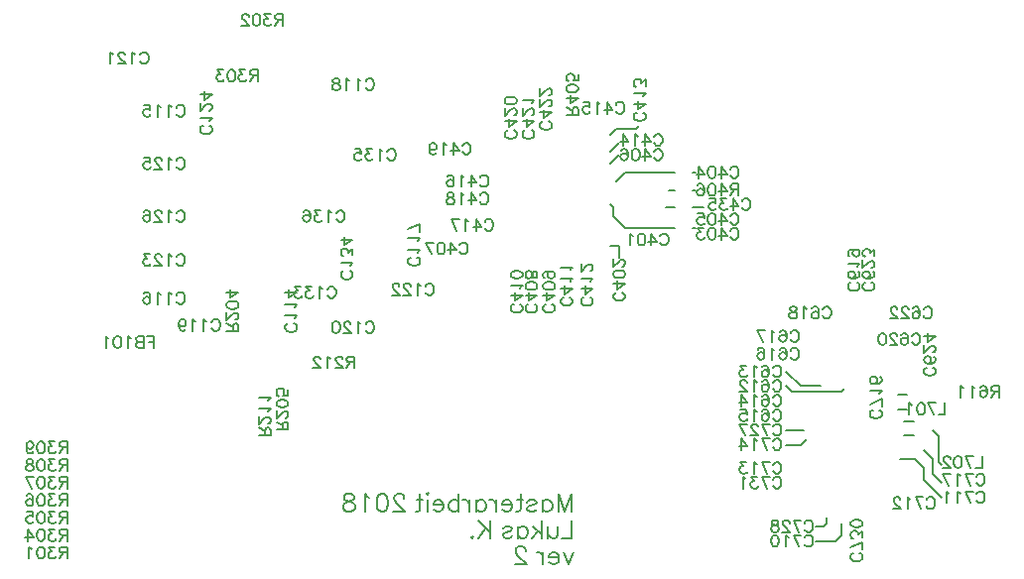
<source format=gbo>
%FSLAX46Y46*%
%MOMM*%
%ADD11C,0.000000*%
%ADD10C,0.150000*%
G01*
G01*
%LPD*%
D10*
X15547619Y38130952D02*
X15500000Y38035716D01*
D10*
X15642857Y38226192D02*
X15547619Y38130952D01*
D10*
X15738095Y38273808D02*
X15642857Y38226192D01*
D10*
X15928572Y38273808D02*
X15738095Y38273808D01*
D10*
X16023810Y38226192D02*
X15928572Y38273808D01*
D10*
X16119048Y38130952D02*
X16023810Y38226192D01*
D10*
X16166666Y38035716D02*
X16119048Y38130952D01*
D10*
X16214286Y37892856D02*
X16166666Y38035716D01*
D10*
X16214286Y37654760D02*
X16214286Y37892856D01*
D10*
X16166666Y37511904D02*
X16214286Y37654760D01*
D10*
X16119048Y37416668D02*
X16166666Y37511904D01*
D10*
X16023810Y37321428D02*
X16119048Y37416668D01*
D10*
X15928572Y37273808D02*
X16023810Y37321428D01*
D10*
X15738095Y37273808D02*
X15928572Y37273808D01*
D10*
X15642857Y37321428D02*
X15738095Y37273808D01*
D10*
X15547619Y37416668D02*
X15642857Y37321428D01*
D10*
X15500000Y37511904D02*
X15547619Y37416668D01*
D10*
X14976190Y38130952D02*
X15071428Y38083332D01*
D10*
X14833333Y38273808D02*
X14976190Y38130952D01*
D10*
X14833333Y37273808D02*
X14833333Y38273808D01*
D10*
X14214286Y38083332D02*
X14214286Y38035716D01*
D10*
X14166667Y38178572D02*
X14214286Y38083332D01*
D10*
X14119048Y38226192D02*
X14166667Y38178572D01*
D10*
X14023810Y38273808D02*
X14119048Y38226192D01*
D10*
X13833333Y38273808D02*
X14023810Y38273808D01*
D10*
X13738095Y38226192D02*
X13833333Y38273808D01*
D10*
X13690476Y38178572D02*
X13738095Y38226192D01*
D10*
X13642857Y38083332D02*
X13690476Y38178572D01*
D10*
X13642857Y37988096D02*
X13642857Y38083332D01*
D10*
X13690476Y37892856D02*
X13642857Y37988096D01*
D10*
X13785714Y37750000D02*
X13690476Y37892856D01*
D10*
X14261905Y37273808D02*
X13785714Y37750000D01*
D10*
X13595238Y37273808D02*
X14261905Y37273808D01*
D10*
X12738095Y38226192D02*
X12690476Y38130952D01*
D10*
X12880952Y38273808D02*
X12738095Y38226192D01*
D10*
X12976190Y38273808D02*
X12880952Y38273808D01*
D10*
X13119048Y38226192D02*
X12976190Y38273808D01*
D10*
X13214286Y38083332D02*
X13119048Y38226192D01*
D10*
X13261905Y37845240D02*
X13214286Y38083332D01*
D10*
X13261905Y37607144D02*
X13261905Y37845240D01*
D10*
X13214286Y37416668D02*
X13261905Y37607144D01*
D10*
X13119048Y37321428D02*
X13214286Y37416668D01*
D10*
X12976190Y37273808D02*
X13119048Y37321428D01*
D10*
X12928571Y37273808D02*
X12976190Y37273808D01*
D10*
X12785714Y37321428D02*
X12928571Y37273808D01*
D10*
X12690476Y37416668D02*
X12785714Y37321428D01*
D10*
X12642857Y37559524D02*
X12690476Y37416668D01*
D10*
X12642857Y37607144D02*
X12642857Y37559524D01*
D10*
X12690476Y37750000D02*
X12642857Y37607144D01*
D10*
X12785714Y37845240D02*
X12690476Y37750000D01*
D10*
X12928571Y37892856D02*
X12785714Y37845240D01*
D10*
X12976190Y37892856D02*
X12928571Y37892856D01*
D10*
X13119048Y37845240D02*
X12976190Y37892856D01*
D10*
X13214286Y37750000D02*
X13119048Y37845240D01*
D10*
X13261905Y37607144D02*
X13214286Y37750000D01*
D10*
X6166666Y11523810D02*
X6166666Y12523810D01*
D10*
X5738095Y12523810D02*
X6166666Y12523810D01*
D10*
X5595238Y12476190D02*
X5738095Y12523810D01*
D10*
X5547619Y12428571D02*
X5595238Y12476190D01*
D10*
X5500000Y12333333D02*
X5547619Y12428571D01*
D10*
X5500000Y12238095D02*
X5500000Y12333333D01*
D10*
X5547619Y12142857D02*
X5500000Y12238095D01*
D10*
X5595238Y12095238D02*
X5547619Y12142857D01*
D10*
X5738095Y12047619D02*
X5595238Y12095238D01*
D10*
X6166666Y12047619D02*
X5738095Y12047619D01*
D10*
X5500000Y11523810D02*
X5833333Y12047619D01*
D10*
X4595238Y12523810D02*
X5119047Y12523810D01*
D10*
X4880952Y12142857D02*
X4595238Y12523810D01*
D10*
X4738095Y12142857D02*
X4880952Y12142857D01*
D10*
X4642857Y12095238D02*
X4738095Y12142857D01*
D10*
X4595238Y12047619D02*
X4642857Y12095238D01*
D10*
X4547619Y11904762D02*
X4595238Y12047619D01*
D10*
X4547619Y11809524D02*
X4547619Y11904762D01*
D10*
X4595238Y11666667D02*
X4547619Y11809524D01*
D10*
X4690476Y11571429D02*
X4595238Y11666667D01*
D10*
X4833333Y11523810D02*
X4690476Y11571429D01*
D10*
X4976190Y11523810D02*
X4833333Y11523810D01*
D10*
X5119047Y11571429D02*
X4976190Y11523810D01*
D10*
X5166666Y11619048D02*
X5119047Y11571429D01*
D10*
X5214286Y11714286D02*
X5166666Y11619048D01*
D10*
X4119047Y12476190D02*
X3976190Y12523810D01*
D10*
X4214286Y12333333D02*
X4119047Y12476190D01*
D10*
X4261905Y12095238D02*
X4214286Y12333333D01*
D10*
X4261905Y11952381D02*
X4261905Y12095238D01*
D10*
X4214286Y11714286D02*
X4261905Y11952381D01*
D10*
X4119047Y11571429D02*
X4214286Y11714286D01*
D10*
X3976190Y11523810D02*
X4119047Y11571429D01*
D10*
X3880952Y11523810D02*
X3976190Y11523810D01*
D10*
X3738095Y11571429D02*
X3880952Y11523810D01*
D10*
X3642857Y11714286D02*
X3738095Y11571429D01*
D10*
X3595238Y11952381D02*
X3642857Y11714286D01*
D10*
X3595238Y12095238D02*
X3595238Y11952381D01*
D10*
X3642857Y12333333D02*
X3595238Y12095238D01*
D10*
X3738095Y12476190D02*
X3642857Y12333333D01*
D10*
X3880952Y12523810D02*
X3738095Y12476190D01*
D10*
X3976190Y12523810D02*
X3880952Y12523810D01*
D10*
X3214285Y12523810D02*
X2738095Y12523810D01*
D10*
X3261904Y12095238D02*
X3214285Y12523810D01*
D10*
X3214285Y12142857D02*
X3261904Y12095238D01*
D10*
X3071428Y12190476D02*
X3214285Y12142857D01*
D10*
X2928571Y12190476D02*
X3071428Y12190476D01*
D10*
X2785714Y12142857D02*
X2928571Y12190476D01*
D10*
X2690476Y12047619D02*
X2785714Y12142857D01*
D10*
X2642857Y11904762D02*
X2690476Y12047619D01*
D10*
X2642857Y11809524D02*
X2642857Y11904762D01*
D10*
X2690476Y11666667D02*
X2642857Y11809524D01*
D10*
X2785714Y11571429D02*
X2690476Y11666667D01*
D10*
X2928571Y11523810D02*
X2785714Y11571429D01*
D10*
X3071428Y11523810D02*
X2928571Y11523810D01*
D10*
X3214285Y11571429D02*
X3071428Y11523810D01*
D10*
X3261904Y11619048D02*
X3214285Y11571429D01*
D10*
X3309523Y11714286D02*
X3261904Y11619048D01*
D10*
X33547620Y43380952D02*
X33500000Y43285716D01*
D10*
X33642856Y43476192D02*
X33547620Y43380952D01*
D10*
X33738096Y43523808D02*
X33642856Y43476192D01*
D10*
X33928572Y43523808D02*
X33738096Y43523808D01*
D10*
X34023808Y43476192D02*
X33928572Y43523808D01*
D10*
X34119048Y43380952D02*
X34023808Y43476192D01*
D10*
X34166668Y43285716D02*
X34119048Y43380952D01*
D10*
X34214284Y43142856D02*
X34166668Y43285716D01*
D10*
X34214284Y42904760D02*
X34214284Y43142856D01*
D10*
X34166668Y42761904D02*
X34214284Y42904760D01*
D10*
X34119048Y42666668D02*
X34166668Y42761904D01*
D10*
X34023808Y42571428D02*
X34119048Y42666668D01*
D10*
X33928572Y42523808D02*
X34023808Y42571428D01*
D10*
X33738096Y42523808D02*
X33928572Y42523808D01*
D10*
X33642856Y42571428D02*
X33738096Y42523808D01*
D10*
X33547620Y42666668D02*
X33642856Y42571428D01*
D10*
X33500000Y42761904D02*
X33547620Y42666668D01*
D10*
X32976190Y43380952D02*
X33071428Y43333332D01*
D10*
X32833334Y43523808D02*
X32976190Y43380952D01*
D10*
X32833334Y42523808D02*
X32833334Y43523808D01*
D10*
X31642858Y43523808D02*
X32166666Y43523808D01*
D10*
X31928572Y43142856D02*
X31642858Y43523808D01*
D10*
X31785714Y43142856D02*
X31928572Y43142856D01*
D10*
X31690476Y43095240D02*
X31785714Y43142856D01*
D10*
X31642858Y43047620D02*
X31690476Y43095240D01*
D10*
X31595238Y42904760D02*
X31642858Y43047620D01*
D10*
X31595238Y42809524D02*
X31595238Y42904760D01*
D10*
X31642858Y42666668D02*
X31595238Y42809524D01*
D10*
X31738096Y42571428D02*
X31642858Y42666668D01*
D10*
X31880952Y42523808D02*
X31738096Y42571428D01*
D10*
X32023810Y42523808D02*
X31880952Y42523808D01*
D10*
X32166666Y42571428D02*
X32023810Y42523808D01*
D10*
X32214286Y42619048D02*
X32166666Y42571428D01*
D10*
X32261904Y42714284D02*
X32214286Y42619048D01*
D10*
X31214286Y43523808D02*
X30738096Y43523808D01*
D10*
X31261904Y43095240D02*
X31214286Y43523808D01*
D10*
X31214286Y43142856D02*
X31261904Y43095240D01*
D10*
X31071428Y43190476D02*
X31214286Y43142856D01*
D10*
X30928572Y43190476D02*
X31071428Y43190476D01*
D10*
X30785714Y43142856D02*
X30928572Y43190476D01*
D10*
X30690476Y43047620D02*
X30785714Y43142856D01*
D10*
X30642858Y42904760D02*
X30690476Y43047620D01*
D10*
X30642858Y42809524D02*
X30642858Y42904760D01*
D10*
X30690476Y42666668D02*
X30642858Y42809524D01*
D10*
X30785714Y42571428D02*
X30690476Y42666668D01*
D10*
X30928572Y42523808D02*
X30785714Y42571428D01*
D10*
X31071428Y42523808D02*
X30928572Y42523808D01*
D10*
X31214286Y42571428D02*
X31071428Y42523808D01*
D10*
X31261904Y42619048D02*
X31214286Y42571428D01*
D10*
X31309524Y42714284D02*
X31261904Y42619048D01*
D10*
X41440476Y41130952D02*
X41392856Y41035716D01*
D10*
X41535716Y41226192D02*
X41440476Y41130952D01*
D10*
X41630952Y41273808D02*
X41535716Y41226192D01*
D10*
X41821428Y41273808D02*
X41630952Y41273808D01*
D10*
X41916668Y41226192D02*
X41821428Y41273808D01*
D10*
X42011904Y41130952D02*
X41916668Y41226192D01*
D10*
X42059524Y41035716D02*
X42011904Y41130952D01*
D10*
X42107144Y40892856D02*
X42059524Y41035716D01*
D10*
X42107144Y40654760D02*
X42107144Y40892856D01*
D10*
X42059524Y40511904D02*
X42107144Y40654760D01*
D10*
X42011904Y40416668D02*
X42059524Y40511904D01*
D10*
X41916668Y40321428D02*
X42011904Y40416668D01*
D10*
X41821428Y40273808D02*
X41916668Y40321428D01*
D10*
X41630952Y40273808D02*
X41821428Y40273808D01*
D10*
X41535716Y40321428D02*
X41630952Y40273808D01*
D10*
X41440476Y40416668D02*
X41535716Y40321428D01*
D10*
X41392856Y40511904D02*
X41440476Y40416668D01*
D10*
X41107144Y40607144D02*
X40630952Y41273808D01*
D10*
X40392856Y40607144D02*
X41107144Y40607144D01*
D10*
X40630952Y40273808D02*
X40630952Y41273808D01*
D10*
X39916668Y41130952D02*
X40011904Y41083332D01*
D10*
X39773808Y41273808D02*
X39916668Y41130952D01*
D10*
X39773808Y40273808D02*
X39773808Y41273808D01*
D10*
X38630952Y41226192D02*
X38583332Y41130952D01*
D10*
X38773808Y41273808D02*
X38630952Y41226192D01*
D10*
X38869048Y41273808D02*
X38773808Y41273808D01*
D10*
X39011904Y41226192D02*
X38869048Y41273808D01*
D10*
X39107144Y41083332D02*
X39011904Y41226192D01*
D10*
X39154760Y40845240D02*
X39107144Y41083332D01*
D10*
X39154760Y40607144D02*
X39154760Y40845240D01*
D10*
X39107144Y40416668D02*
X39154760Y40607144D01*
D10*
X39011904Y40321428D02*
X39107144Y40416668D01*
D10*
X38869048Y40273808D02*
X39011904Y40321428D01*
D10*
X38821428Y40273808D02*
X38869048Y40273808D01*
D10*
X38678572Y40321428D02*
X38821428Y40273808D01*
D10*
X38583332Y40416668D02*
X38678572Y40321428D01*
D10*
X38535716Y40559524D02*
X38583332Y40416668D01*
D10*
X38535716Y40607144D02*
X38535716Y40559524D01*
D10*
X38583332Y40750000D02*
X38535716Y40607144D01*
D10*
X38678572Y40845240D02*
X38583332Y40750000D01*
D10*
X38821428Y40892856D02*
X38678572Y40845240D01*
D10*
X38869048Y40892856D02*
X38821428Y40892856D01*
D10*
X39011904Y40845240D02*
X38869048Y40892856D01*
D10*
X39107144Y40750000D02*
X39011904Y40845240D01*
D10*
X39154760Y40607144D02*
X39107144Y40750000D01*
D10*
X15547619Y34380952D02*
X15500000Y34285716D01*
D10*
X15642857Y34476192D02*
X15547619Y34380952D01*
D10*
X15738095Y34523808D02*
X15642857Y34476192D01*
D10*
X15928572Y34523808D02*
X15738095Y34523808D01*
D10*
X16023810Y34476192D02*
X15928572Y34523808D01*
D10*
X16119048Y34380952D02*
X16023810Y34476192D01*
D10*
X16166666Y34285716D02*
X16119048Y34380952D01*
D10*
X16214286Y34142856D02*
X16166666Y34285716D01*
D10*
X16214286Y33904760D02*
X16214286Y34142856D01*
D10*
X16166666Y33761904D02*
X16214286Y33904760D01*
D10*
X16119048Y33666668D02*
X16166666Y33761904D01*
D10*
X16023810Y33571428D02*
X16119048Y33666668D01*
D10*
X15928572Y33523810D02*
X16023810Y33571428D01*
D10*
X15738095Y33523810D02*
X15928572Y33523810D01*
D10*
X15642857Y33571428D02*
X15738095Y33523810D01*
D10*
X15547619Y33666668D02*
X15642857Y33571428D01*
D10*
X15500000Y33761904D02*
X15547619Y33666668D01*
D10*
X14976190Y34380952D02*
X15071428Y34333332D01*
D10*
X14833333Y34523808D02*
X14976190Y34380952D01*
D10*
X14833333Y33523810D02*
X14833333Y34523808D01*
D10*
X14214286Y34333332D02*
X14214286Y34285716D01*
D10*
X14166667Y34428572D02*
X14214286Y34333332D01*
D10*
X14119048Y34476192D02*
X14166667Y34428572D01*
D10*
X14023810Y34523808D02*
X14119048Y34476192D01*
D10*
X13833333Y34523808D02*
X14023810Y34523808D01*
D10*
X13738095Y34476192D02*
X13833333Y34523808D01*
D10*
X13690476Y34428572D02*
X13738095Y34476192D01*
D10*
X13642857Y34333332D02*
X13690476Y34428572D01*
D10*
X13642857Y34238096D02*
X13642857Y34333332D01*
D10*
X13690476Y34142856D02*
X13642857Y34238096D01*
D10*
X13785714Y34000000D02*
X13690476Y34142856D01*
D10*
X14261905Y33523810D02*
X13785714Y34000000D01*
D10*
X13595238Y33523810D02*
X14261905Y33523810D01*
D10*
X12690476Y34523808D02*
X13214286Y34523808D01*
D10*
X12976190Y34142856D02*
X12690476Y34523808D01*
D10*
X12833333Y34142856D02*
X12976190Y34142856D01*
D10*
X12738095Y34095240D02*
X12833333Y34142856D01*
D10*
X12690476Y34047620D02*
X12738095Y34095240D01*
D10*
X12642857Y33904760D02*
X12690476Y34047620D01*
D10*
X12642857Y33809524D02*
X12642857Y33904760D01*
D10*
X12690476Y33666668D02*
X12642857Y33809524D01*
D10*
X12785714Y33571428D02*
X12690476Y33666668D01*
D10*
X12928571Y33523810D02*
X12785714Y33571428D01*
D10*
X13071429Y33523810D02*
X12928571Y33523810D01*
D10*
X13214286Y33571428D02*
X13071429Y33523810D01*
D10*
X13261905Y33619048D02*
X13214286Y33571428D01*
D10*
X13309524Y33714284D02*
X13261905Y33619048D01*
D10*
X66440476Y21130952D02*
X66392856Y21035714D01*
D10*
X66535716Y21226190D02*
X66440476Y21130952D01*
D10*
X66630952Y21273810D02*
X66535716Y21226190D01*
D10*
X66821428Y21273810D02*
X66630952Y21273810D01*
D10*
X66916668Y21226190D02*
X66821428Y21273810D01*
D10*
X67011904Y21130952D02*
X66916668Y21226190D01*
D10*
X67059524Y21035714D02*
X67011904Y21130952D01*
D10*
X67107144Y20892858D02*
X67059524Y21035714D01*
D10*
X67107144Y20654762D02*
X67107144Y20892858D01*
D10*
X67059524Y20511904D02*
X67107144Y20654762D01*
D10*
X67011904Y20416666D02*
X67059524Y20511904D01*
D10*
X66916668Y20321428D02*
X67011904Y20416666D01*
D10*
X66821428Y20273810D02*
X66916668Y20321428D01*
D10*
X66630952Y20273810D02*
X66821428Y20273810D01*
D10*
X66535716Y20321428D02*
X66630952Y20273810D01*
D10*
X66440476Y20416666D02*
X66535716Y20321428D01*
D10*
X66392856Y20511904D02*
X66440476Y20416666D01*
D10*
X65535716Y21226190D02*
X65488096Y21130952D01*
D10*
X65678572Y21273810D02*
X65535716Y21226190D01*
D10*
X65773808Y21273810D02*
X65678572Y21273810D01*
D10*
X65916668Y21226190D02*
X65773808Y21273810D01*
D10*
X66011904Y21083334D02*
X65916668Y21226190D01*
D10*
X66059524Y20845238D02*
X66011904Y21083334D01*
D10*
X66059524Y20607142D02*
X66059524Y20845238D01*
D10*
X66011904Y20416666D02*
X66059524Y20607142D01*
D10*
X65916668Y20321428D02*
X66011904Y20416666D01*
D10*
X65773808Y20273810D02*
X65916668Y20321428D01*
D10*
X65726192Y20273810D02*
X65773808Y20273810D01*
D10*
X65583332Y20321428D02*
X65726192Y20273810D01*
D10*
X65488096Y20416666D02*
X65583332Y20321428D01*
D10*
X65440476Y20559524D02*
X65488096Y20416666D01*
D10*
X65440476Y20607142D02*
X65440476Y20559524D01*
D10*
X65488096Y20750000D02*
X65440476Y20607142D01*
D10*
X65583332Y20845238D02*
X65488096Y20750000D01*
D10*
X65726192Y20892858D02*
X65583332Y20845238D01*
D10*
X65773808Y20892858D02*
X65726192Y20892858D01*
D10*
X65916668Y20845238D02*
X65773808Y20892858D01*
D10*
X66011904Y20750000D02*
X65916668Y20845238D01*
D10*
X66059524Y20607142D02*
X66011904Y20750000D01*
D10*
X64916668Y21130952D02*
X65011904Y21083334D01*
D10*
X64773808Y21273810D02*
X64916668Y21130952D01*
D10*
X64773808Y20273810D02*
X64773808Y21273810D01*
D10*
X64107144Y21273810D02*
X63630952Y21273810D01*
D10*
X64154760Y20845238D02*
X64107144Y21273810D01*
D10*
X64107144Y20892858D02*
X64154760Y20845238D01*
D10*
X63964284Y20940476D02*
X64107144Y20892858D01*
D10*
X63821428Y20940476D02*
X63964284Y20940476D01*
D10*
X63678572Y20892858D02*
X63821428Y20940476D01*
D10*
X63583332Y20797620D02*
X63678572Y20892858D01*
D10*
X63535716Y20654762D02*
X63583332Y20797620D01*
D10*
X63535716Y20559524D02*
X63535716Y20654762D01*
D10*
X63583332Y20416666D02*
X63535716Y20559524D01*
D10*
X63678572Y20321428D02*
X63583332Y20416666D01*
D10*
X63821428Y20273810D02*
X63678572Y20321428D01*
D10*
X63964284Y20273810D02*
X63821428Y20273810D01*
D10*
X64107144Y20321428D02*
X63964284Y20273810D01*
D10*
X64154760Y20369048D02*
X64107144Y20321428D01*
D10*
X64202380Y20464286D02*
X64154760Y20369048D01*
D10*
X39940476Y43880952D02*
X39892856Y43785716D01*
D10*
X40035716Y43976192D02*
X39940476Y43880952D01*
D10*
X40130952Y44023808D02*
X40035716Y43976192D01*
D10*
X40321428Y44023808D02*
X40130952Y44023808D01*
D10*
X40416668Y43976192D02*
X40321428Y44023808D01*
D10*
X40511904Y43880952D02*
X40416668Y43976192D01*
D10*
X40559524Y43785716D02*
X40511904Y43880952D01*
D10*
X40607144Y43642856D02*
X40559524Y43785716D01*
D10*
X40607144Y43404760D02*
X40607144Y43642856D01*
D10*
X40559524Y43261904D02*
X40607144Y43404760D01*
D10*
X40511904Y43166668D02*
X40559524Y43261904D01*
D10*
X40416668Y43071428D02*
X40511904Y43166668D01*
D10*
X40321428Y43023808D02*
X40416668Y43071428D01*
D10*
X40130952Y43023808D02*
X40321428Y43023808D01*
D10*
X40035716Y43071428D02*
X40130952Y43023808D01*
D10*
X39940476Y43166668D02*
X40035716Y43071428D01*
D10*
X39892856Y43261904D02*
X39940476Y43166668D01*
D10*
X39607144Y43357144D02*
X39130952Y44023808D01*
D10*
X38892856Y43357144D02*
X39607144Y43357144D01*
D10*
X39130952Y43023808D02*
X39130952Y44023808D01*
D10*
X38416668Y43880952D02*
X38511904Y43833332D01*
D10*
X38273808Y44023808D02*
X38416668Y43880952D01*
D10*
X38273808Y43023808D02*
X38273808Y44023808D01*
D10*
X37130952Y43547620D02*
X37083332Y43690476D01*
D10*
X37226192Y43452380D02*
X37130952Y43547620D01*
D10*
X37369048Y43404760D02*
X37226192Y43452380D01*
D10*
X37416668Y43404760D02*
X37369048Y43404760D01*
D10*
X37559524Y43452380D02*
X37416668Y43404760D01*
D10*
X37654760Y43547620D02*
X37559524Y43452380D01*
D10*
X37702380Y43690476D02*
X37654760Y43547620D01*
D10*
X37702380Y43738096D02*
X37702380Y43690476D01*
D10*
X37654760Y43880952D02*
X37702380Y43738096D01*
D10*
X37559524Y43976192D02*
X37654760Y43880952D01*
D10*
X37416668Y44023808D02*
X37559524Y43976192D01*
D10*
X37369048Y44023808D02*
X37416668Y44023808D01*
D10*
X37226192Y43976192D02*
X37369048Y44023808D01*
D10*
X37130952Y43880952D02*
X37226192Y43976192D01*
D10*
X37083332Y43690476D02*
X37130952Y43880952D01*
D10*
X37083332Y43452380D02*
X37083332Y43690476D01*
D10*
X37130952Y43214284D02*
X37083332Y43452380D01*
D10*
X37226192Y43071428D02*
X37130952Y43214284D01*
D10*
X37369048Y43023808D02*
X37226192Y43071428D01*
D10*
X37464284Y43023808D02*
X37369048Y43023808D01*
D10*
X37607144Y43071428D02*
X37464284Y43023808D01*
D10*
X37654760Y43166668D02*
X37607144Y43071428D01*
D10*
X6166666Y16023810D02*
X6166666Y17023810D01*
D10*
X5738095Y17023810D02*
X6166666Y17023810D01*
D10*
X5595238Y16976190D02*
X5738095Y17023810D01*
D10*
X5547619Y16928572D02*
X5595238Y16976190D01*
D10*
X5500000Y16833334D02*
X5547619Y16928572D01*
D10*
X5500000Y16738095D02*
X5500000Y16833334D01*
D10*
X5547619Y16642857D02*
X5500000Y16738095D01*
D10*
X5595238Y16595238D02*
X5547619Y16642857D01*
D10*
X5738095Y16547619D02*
X5595238Y16595238D01*
D10*
X6166666Y16547619D02*
X5738095Y16547619D01*
D10*
X5500000Y16023810D02*
X5833333Y16547619D01*
D10*
X4595238Y17023810D02*
X5119047Y17023810D01*
D10*
X4880952Y16642857D02*
X4595238Y17023810D01*
D10*
X4738095Y16642857D02*
X4880952Y16642857D01*
D10*
X4642857Y16595238D02*
X4738095Y16642857D01*
D10*
X4595238Y16547619D02*
X4642857Y16595238D01*
D10*
X4547619Y16404762D02*
X4595238Y16547619D01*
D10*
X4547619Y16309524D02*
X4547619Y16404762D01*
D10*
X4595238Y16166667D02*
X4547619Y16309524D01*
D10*
X4690476Y16071429D02*
X4595238Y16166667D01*
D10*
X4833333Y16023810D02*
X4690476Y16071429D01*
D10*
X4976190Y16023810D02*
X4833333Y16023810D01*
D10*
X5119047Y16071429D02*
X4976190Y16023810D01*
D10*
X5166666Y16119048D02*
X5119047Y16071429D01*
D10*
X5214286Y16214286D02*
X5166666Y16119048D01*
D10*
X4119047Y16976190D02*
X3976190Y17023810D01*
D10*
X4214286Y16833334D02*
X4119047Y16976190D01*
D10*
X4261905Y16595238D02*
X4214286Y16833334D01*
D10*
X4261905Y16452381D02*
X4261905Y16595238D01*
D10*
X4214286Y16214286D02*
X4261905Y16452381D01*
D10*
X4119047Y16071429D02*
X4214286Y16214286D01*
D10*
X3976190Y16023810D02*
X4119047Y16071429D01*
D10*
X3880952Y16023810D02*
X3976190Y16023810D01*
D10*
X3738095Y16071429D02*
X3880952Y16023810D01*
D10*
X3642857Y16214286D02*
X3738095Y16071429D01*
D10*
X3595238Y16452381D02*
X3642857Y16214286D01*
D10*
X3595238Y16595238D02*
X3595238Y16452381D01*
D10*
X3642857Y16833334D02*
X3595238Y16595238D01*
D10*
X3738095Y16976190D02*
X3642857Y16833334D01*
D10*
X3880952Y17023810D02*
X3738095Y16976190D01*
D10*
X3976190Y17023810D02*
X3880952Y17023810D01*
D10*
X3214285Y16976190D02*
X3071428Y17023810D01*
D10*
X3261904Y16880952D02*
X3214285Y16976190D01*
D10*
X3261904Y16785714D02*
X3261904Y16880952D01*
D10*
X3214285Y16690476D02*
X3261904Y16785714D01*
D10*
X3119047Y16642857D02*
X3214285Y16690476D01*
D10*
X2928571Y16595238D02*
X3119047Y16642857D01*
D10*
X2785714Y16547619D02*
X2928571Y16595238D01*
D10*
X2690476Y16452381D02*
X2785714Y16547619D01*
D10*
X2642857Y16357143D02*
X2690476Y16452381D01*
D10*
X2642857Y16214286D02*
X2642857Y16357143D01*
D10*
X2690476Y16119048D02*
X2642857Y16214286D01*
D10*
X2738095Y16071429D02*
X2690476Y16119048D01*
D10*
X2880952Y16023810D02*
X2738095Y16071429D01*
D10*
X3071428Y16023810D02*
X2880952Y16023810D01*
D10*
X3214285Y16071429D02*
X3071428Y16023810D01*
D10*
X3261904Y16119048D02*
X3214285Y16071429D01*
D10*
X3309523Y16214286D02*
X3261904Y16119048D01*
D10*
X3309523Y16357143D02*
X3309523Y16214286D01*
D10*
X3261904Y16452381D02*
X3309523Y16357143D01*
D10*
X3166666Y16547619D02*
X3261904Y16452381D01*
D10*
X3023809Y16595238D02*
X3166666Y16547619D01*
D10*
X2833333Y16642857D02*
X3023809Y16595238D01*
D10*
X2738095Y16690476D02*
X2833333Y16642857D01*
D10*
X2690476Y16785714D02*
X2738095Y16690476D01*
D10*
X2690476Y16880952D02*
X2690476Y16785714D01*
D10*
X2738095Y16976190D02*
X2690476Y16880952D01*
D10*
X2880952Y17023810D02*
X2738095Y16976190D01*
D10*
X3071428Y17023810D02*
X2880952Y17023810D01*
D10*
X56297620Y44630952D02*
X56250000Y44535716D01*
D10*
X56392856Y44726192D02*
X56297620Y44630952D01*
D10*
X56488096Y44773808D02*
X56392856Y44726192D01*
D10*
X56678572Y44773808D02*
X56488096Y44773808D01*
D10*
X56773808Y44726192D02*
X56678572Y44773808D01*
D10*
X56869048Y44630952D02*
X56773808Y44726192D01*
D10*
X56916668Y44535716D02*
X56869048Y44630952D01*
D10*
X56964284Y44392856D02*
X56916668Y44535716D01*
D10*
X56964284Y44154760D02*
X56964284Y44392856D01*
D10*
X56916668Y44011904D02*
X56964284Y44154760D01*
D10*
X56869048Y43916668D02*
X56916668Y44011904D01*
D10*
X56773808Y43821428D02*
X56869048Y43916668D01*
D10*
X56678572Y43773808D02*
X56773808Y43821428D01*
D10*
X56488096Y43773808D02*
X56678572Y43773808D01*
D10*
X56392856Y43821428D02*
X56488096Y43773808D01*
D10*
X56297620Y43916668D02*
X56392856Y43821428D01*
D10*
X56250000Y44011904D02*
X56297620Y43916668D01*
D10*
X55964284Y44107144D02*
X55488096Y44773808D01*
D10*
X55250000Y44107144D02*
X55964284Y44107144D01*
D10*
X55488096Y43773808D02*
X55488096Y44773808D01*
D10*
X54773808Y44630952D02*
X54869048Y44583332D01*
D10*
X54630952Y44773808D02*
X54773808Y44630952D01*
D10*
X54630952Y43773808D02*
X54630952Y44773808D01*
D10*
X54059524Y44107144D02*
X53583332Y44773808D01*
D10*
X53345240Y44107144D02*
X54059524Y44107144D01*
D10*
X53583332Y43773808D02*
X53583332Y44773808D01*
D10*
X67940480Y27880952D02*
X67892856Y27785714D01*
D10*
X68035712Y27976190D02*
X67940480Y27880952D01*
D10*
X68130952Y28023810D02*
X68035712Y27976190D01*
D10*
X68321432Y28023810D02*
X68130952Y28023810D01*
D10*
X68416664Y27976190D02*
X68321432Y28023810D01*
D10*
X68511904Y27880952D02*
X68416664Y27976190D01*
D10*
X68559520Y27785714D02*
X68511904Y27880952D01*
D10*
X68607144Y27642858D02*
X68559520Y27785714D01*
D10*
X68607144Y27404762D02*
X68607144Y27642858D01*
D10*
X68559520Y27261904D02*
X68607144Y27404762D01*
D10*
X68511904Y27166666D02*
X68559520Y27261904D01*
D10*
X68416664Y27071428D02*
X68511904Y27166666D01*
D10*
X68321432Y27023810D02*
X68416664Y27071428D01*
D10*
X68130952Y27023810D02*
X68321432Y27023810D01*
D10*
X68035712Y27071428D02*
X68130952Y27023810D01*
D10*
X67940480Y27166666D02*
X68035712Y27071428D01*
D10*
X67892856Y27261904D02*
X67940480Y27166666D01*
D10*
X67035716Y27976190D02*
X66988096Y27880952D01*
D10*
X67178568Y28023810D02*
X67035716Y27976190D01*
D10*
X67273808Y28023810D02*
X67178568Y28023810D01*
D10*
X67416664Y27976190D02*
X67273808Y28023810D01*
D10*
X67511904Y27833334D02*
X67416664Y27976190D01*
D10*
X67559520Y27595238D02*
X67511904Y27833334D01*
D10*
X67559520Y27357142D02*
X67559520Y27595238D01*
D10*
X67511904Y27166666D02*
X67559520Y27357142D01*
D10*
X67416664Y27071428D02*
X67511904Y27166666D01*
D10*
X67273808Y27023810D02*
X67416664Y27071428D01*
D10*
X67226192Y27023810D02*
X67273808Y27023810D01*
D10*
X67083332Y27071428D02*
X67226192Y27023810D01*
D10*
X66988096Y27166666D02*
X67083332Y27071428D01*
D10*
X66940476Y27309524D02*
X66988096Y27166666D01*
D10*
X66940476Y27357142D02*
X66940476Y27309524D01*
D10*
X66988096Y27500000D02*
X66940476Y27357142D01*
D10*
X67083332Y27595238D02*
X66988096Y27500000D01*
D10*
X67226192Y27642858D02*
X67083332Y27595238D01*
D10*
X67273808Y27642858D02*
X67226192Y27642858D01*
D10*
X67416664Y27595238D02*
X67273808Y27642858D01*
D10*
X67511904Y27500000D02*
X67416664Y27595238D01*
D10*
X67559520Y27357142D02*
X67511904Y27500000D01*
D10*
X66416668Y27880952D02*
X66511904Y27833334D01*
D10*
X66273808Y28023810D02*
X66416668Y27880952D01*
D10*
X66273808Y27023810D02*
X66273808Y28023810D01*
D10*
X65511904Y27023810D02*
X65035716Y28023810D01*
D10*
X65035716Y28023810D02*
X65702380Y28023810D01*
D10*
X53047620Y47380952D02*
X53000000Y47285716D01*
D10*
X53142856Y47476192D02*
X53047620Y47380952D01*
D10*
X53238096Y47523808D02*
X53142856Y47476192D01*
D10*
X53428572Y47523808D02*
X53238096Y47523808D01*
D10*
X53523808Y47476192D02*
X53428572Y47523808D01*
D10*
X53619048Y47380952D02*
X53523808Y47476192D01*
D10*
X53666668Y47285716D02*
X53619048Y47380952D01*
D10*
X53714284Y47142856D02*
X53666668Y47285716D01*
D10*
X53714284Y46904760D02*
X53714284Y47142856D01*
D10*
X53666668Y46761904D02*
X53714284Y46904760D01*
D10*
X53619048Y46666668D02*
X53666668Y46761904D01*
D10*
X53523808Y46571428D02*
X53619048Y46666668D01*
D10*
X53428572Y46523808D02*
X53523808Y46571428D01*
D10*
X53238096Y46523808D02*
X53428572Y46523808D01*
D10*
X53142856Y46571428D02*
X53238096Y46523808D01*
D10*
X53047620Y46666668D02*
X53142856Y46571428D01*
D10*
X53000000Y46761904D02*
X53047620Y46666668D01*
D10*
X52714284Y46857144D02*
X52238096Y47523808D01*
D10*
X52000000Y46857144D02*
X52714284Y46857144D01*
D10*
X52238096Y46523808D02*
X52238096Y47523808D01*
D10*
X51523808Y47380952D02*
X51619048Y47333332D01*
D10*
X51380952Y47523808D02*
X51523808Y47380952D01*
D10*
X51380952Y46523808D02*
X51380952Y47523808D01*
D10*
X50714284Y47523808D02*
X50238096Y47523808D01*
D10*
X50761904Y47095240D02*
X50714284Y47523808D01*
D10*
X50714284Y47142856D02*
X50761904Y47095240D01*
D10*
X50571428Y47190476D02*
X50714284Y47142856D01*
D10*
X50428572Y47190476D02*
X50571428Y47190476D01*
D10*
X50285716Y47142856D02*
X50428572Y47190476D01*
D10*
X50190476Y47047620D02*
X50285716Y47142856D01*
D10*
X50142856Y46904760D02*
X50190476Y47047620D01*
D10*
X50142856Y46809524D02*
X50142856Y46904760D01*
D10*
X50190476Y46666668D02*
X50142856Y46809524D01*
D10*
X50285716Y46571428D02*
X50190476Y46666668D01*
D10*
X50428572Y46523808D02*
X50285716Y46571428D01*
D10*
X50571428Y46523808D02*
X50428572Y46523808D01*
D10*
X50714284Y46571428D02*
X50571428Y46523808D01*
D10*
X50761904Y46619048D02*
X50714284Y46571428D01*
D10*
X50809524Y46714284D02*
X50761904Y46619048D01*
D10*
X30380952Y33059524D02*
X30285714Y33107142D01*
D10*
X30476190Y32964286D02*
X30380952Y33059524D01*
D10*
X30523810Y32869048D02*
X30476190Y32964286D01*
D10*
X30523810Y32678572D02*
X30523810Y32869048D01*
D10*
X30476190Y32583334D02*
X30523810Y32678572D01*
D10*
X30380952Y32488096D02*
X30476190Y32583334D01*
D10*
X30285714Y32440476D02*
X30380952Y32488096D01*
D10*
X30142858Y32392858D02*
X30285714Y32440476D01*
D10*
X29904762Y32392858D02*
X30142858Y32392858D01*
D10*
X29761904Y32440476D02*
X29904762Y32392858D01*
D10*
X29666666Y32488096D02*
X29761904Y32440476D01*
D10*
X29571428Y32583334D02*
X29666666Y32488096D01*
D10*
X29523810Y32678572D02*
X29571428Y32583334D01*
D10*
X29523810Y32869048D02*
X29523810Y32678572D01*
D10*
X29571428Y32964286D02*
X29523810Y32869048D01*
D10*
X29666666Y33059524D02*
X29571428Y32964286D01*
D10*
X29761904Y33107142D02*
X29666666Y33059524D01*
D10*
X30380952Y33630952D02*
X30333334Y33535714D01*
D10*
X30523810Y33773808D02*
X30380952Y33630952D01*
D10*
X29523810Y33773808D02*
X30523810Y33773808D01*
D10*
X30523810Y34964284D02*
X30523810Y34440476D01*
D10*
X30142858Y34678572D02*
X30523810Y34964284D01*
D10*
X30142858Y34821428D02*
X30142858Y34678572D01*
D10*
X30095238Y34916668D02*
X30142858Y34821428D01*
D10*
X30047620Y34964284D02*
X30095238Y34916668D01*
D10*
X29904762Y35011904D02*
X30047620Y34964284D01*
D10*
X29809524Y35011904D02*
X29904762Y35011904D01*
D10*
X29666666Y34964284D02*
X29809524Y35011904D01*
D10*
X29571428Y34869048D02*
X29666666Y34964284D01*
D10*
X29523810Y34726192D02*
X29571428Y34869048D01*
D10*
X29523810Y34583332D02*
X29523810Y34726192D01*
D10*
X29571428Y34440476D02*
X29523810Y34583332D01*
D10*
X29619048Y34392856D02*
X29571428Y34440476D01*
D10*
X29714286Y34345240D02*
X29619048Y34392856D01*
D10*
X29857142Y35297620D02*
X30523810Y35773808D01*
D10*
X29857142Y36011904D02*
X29857142Y35297620D01*
D10*
X29523810Y35773808D02*
X30523810Y35773808D01*
D10*
X36130952Y34202380D02*
X36035716Y34250000D01*
D10*
X36226192Y34107144D02*
X36130952Y34202380D01*
D10*
X36273808Y34011904D02*
X36226192Y34107144D01*
D10*
X36273808Y33821428D02*
X36273808Y34011904D01*
D10*
X36226192Y33726192D02*
X36273808Y33821428D01*
D10*
X36130952Y33630952D02*
X36226192Y33726192D01*
D10*
X36035716Y33583332D02*
X36130952Y33630952D01*
D10*
X35892856Y33535714D02*
X36035716Y33583332D01*
D10*
X35654760Y33535714D02*
X35892856Y33535714D01*
D10*
X35511904Y33583332D02*
X35654760Y33535714D01*
D10*
X35416668Y33630952D02*
X35511904Y33583332D01*
D10*
X35321428Y33726192D02*
X35416668Y33630952D01*
D10*
X35273808Y33821428D02*
X35321428Y33726192D01*
D10*
X35273808Y34011904D02*
X35273808Y33821428D01*
D10*
X35321428Y34107144D02*
X35273808Y34011904D01*
D10*
X35416668Y34202380D02*
X35321428Y34107144D01*
D10*
X35511904Y34250000D02*
X35416668Y34202380D01*
D10*
X36130952Y34773808D02*
X36083332Y34678572D01*
D10*
X36273808Y34916668D02*
X36130952Y34773808D01*
D10*
X35273808Y34916668D02*
X36273808Y34916668D01*
D10*
X36130952Y35726192D02*
X36083332Y35630952D01*
D10*
X36273808Y35869048D02*
X36130952Y35726192D01*
D10*
X35273808Y35869048D02*
X36273808Y35869048D01*
D10*
X35273808Y36630952D02*
X36273808Y37107144D01*
D10*
X36273808Y37107144D02*
X36273808Y36440476D01*
D10*
X6166666Y13023810D02*
X6166666Y14023810D01*
D10*
X5738095Y14023810D02*
X6166666Y14023810D01*
D10*
X5595238Y13976190D02*
X5738095Y14023810D01*
D10*
X5547619Y13928571D02*
X5595238Y13976190D01*
D10*
X5500000Y13833333D02*
X5547619Y13928571D01*
D10*
X5500000Y13738095D02*
X5500000Y13833333D01*
D10*
X5547619Y13642857D02*
X5500000Y13738095D01*
D10*
X5595238Y13595238D02*
X5547619Y13642857D01*
D10*
X5738095Y13547619D02*
X5595238Y13595238D01*
D10*
X6166666Y13547619D02*
X5738095Y13547619D01*
D10*
X5500000Y13023810D02*
X5833333Y13547619D01*
D10*
X4595238Y14023810D02*
X5119047Y14023810D01*
D10*
X4880952Y13642857D02*
X4595238Y14023810D01*
D10*
X4738095Y13642857D02*
X4880952Y13642857D01*
D10*
X4642857Y13595238D02*
X4738095Y13642857D01*
D10*
X4595238Y13547619D02*
X4642857Y13595238D01*
D10*
X4547619Y13404762D02*
X4595238Y13547619D01*
D10*
X4547619Y13309524D02*
X4547619Y13404762D01*
D10*
X4595238Y13166667D02*
X4547619Y13309524D01*
D10*
X4690476Y13071429D02*
X4595238Y13166667D01*
D10*
X4833333Y13023810D02*
X4690476Y13071429D01*
D10*
X4976190Y13023810D02*
X4833333Y13023810D01*
D10*
X5119047Y13071429D02*
X4976190Y13023810D01*
D10*
X5166666Y13119048D02*
X5119047Y13071429D01*
D10*
X5214286Y13214286D02*
X5166666Y13119048D01*
D10*
X4119047Y13976190D02*
X3976190Y14023810D01*
D10*
X4214286Y13833333D02*
X4119047Y13976190D01*
D10*
X4261905Y13595238D02*
X4214286Y13833333D01*
D10*
X4261905Y13452381D02*
X4261905Y13595238D01*
D10*
X4214286Y13214286D02*
X4261905Y13452381D01*
D10*
X4119047Y13071429D02*
X4214286Y13214286D01*
D10*
X3976190Y13023810D02*
X4119047Y13071429D01*
D10*
X3880952Y13023810D02*
X3976190Y13023810D01*
D10*
X3738095Y13071429D02*
X3880952Y13023810D01*
D10*
X3642857Y13214286D02*
X3738095Y13071429D01*
D10*
X3595238Y13452381D02*
X3642857Y13214286D01*
D10*
X3595238Y13595238D02*
X3595238Y13452381D01*
D10*
X3642857Y13833333D02*
X3595238Y13595238D01*
D10*
X3738095Y13976190D02*
X3642857Y13833333D01*
D10*
X3880952Y14023810D02*
X3738095Y13976190D01*
D10*
X3976190Y14023810D02*
X3880952Y14023810D01*
D10*
X2738095Y13976190D02*
X2690476Y13880952D01*
D10*
X2880952Y14023810D02*
X2738095Y13976190D01*
D10*
X2976190Y14023810D02*
X2880952Y14023810D01*
D10*
X3119047Y13976190D02*
X2976190Y14023810D01*
D10*
X3214285Y13833333D02*
X3119047Y13976190D01*
D10*
X3261904Y13595238D02*
X3214285Y13833333D01*
D10*
X3261904Y13357143D02*
X3261904Y13595238D01*
D10*
X3214285Y13166667D02*
X3261904Y13357143D01*
D10*
X3119047Y13071429D02*
X3214285Y13166667D01*
D10*
X2976190Y13023810D02*
X3119047Y13071429D01*
D10*
X2928571Y13023810D02*
X2976190Y13023810D01*
D10*
X2785714Y13071429D02*
X2928571Y13023810D01*
D10*
X2690476Y13166667D02*
X2785714Y13071429D01*
D10*
X2642857Y13309524D02*
X2690476Y13166667D01*
D10*
X2642857Y13357143D02*
X2642857Y13309524D01*
D10*
X2690476Y13500000D02*
X2642857Y13357143D01*
D10*
X2785714Y13595238D02*
X2690476Y13500000D01*
D10*
X2928571Y13642857D02*
X2785714Y13595238D01*
D10*
X2976190Y13642857D02*
X2928571Y13642857D01*
D10*
X3119047Y13595238D02*
X2976190Y13642857D01*
D10*
X3214285Y13500000D02*
X3119047Y13595238D01*
D10*
X3261904Y13357143D02*
X3214285Y13500000D01*
D10*
X69140480Y11655952D02*
X69092856Y11560714D01*
D10*
X69235712Y11751190D02*
X69140480Y11655952D01*
D10*
X69330952Y11798810D02*
X69235712Y11751190D01*
D10*
X69521432Y11798810D02*
X69330952Y11798810D01*
D10*
X69616664Y11751190D02*
X69521432Y11798810D01*
D10*
X69711904Y11655952D02*
X69616664Y11751190D01*
D10*
X69759520Y11560714D02*
X69711904Y11655952D01*
D10*
X69807144Y11417857D02*
X69759520Y11560714D01*
D10*
X69807144Y11179762D02*
X69807144Y11417857D01*
D10*
X69759520Y11036905D02*
X69807144Y11179762D01*
D10*
X69711904Y10941667D02*
X69759520Y11036905D01*
D10*
X69616664Y10846429D02*
X69711904Y10941667D01*
D10*
X69521432Y10798810D02*
X69616664Y10846429D01*
D10*
X69330952Y10798810D02*
X69521432Y10798810D01*
D10*
X69235712Y10846429D02*
X69330952Y10798810D01*
D10*
X69140480Y10941667D02*
X69235712Y10846429D01*
D10*
X69092856Y11036905D02*
X69140480Y10941667D01*
D10*
X68616664Y10798810D02*
X68140480Y11798810D01*
D10*
X68140480Y11798810D02*
X68807144Y11798810D01*
D10*
X67807144Y11608333D02*
X67807144Y11560714D01*
D10*
X67759520Y11703571D02*
X67807144Y11608333D01*
D10*
X67711904Y11751190D02*
X67759520Y11703571D01*
D10*
X67616664Y11798810D02*
X67711904Y11751190D01*
D10*
X67426192Y11798810D02*
X67616664Y11798810D01*
D10*
X67330952Y11751190D02*
X67426192Y11798810D01*
D10*
X67283336Y11703571D02*
X67330952Y11751190D01*
D10*
X67235712Y11608333D02*
X67283336Y11703571D01*
D10*
X67235712Y11513095D02*
X67235712Y11608333D01*
D10*
X67283336Y11417857D02*
X67235712Y11513095D01*
D10*
X67378568Y11275000D02*
X67283336Y11417857D01*
D10*
X67854760Y10798810D02*
X67378568Y11275000D01*
D10*
X67188096Y10798810D02*
X67854760Y10798810D01*
D10*
X66807144Y11751190D02*
X66664284Y11798810D01*
D10*
X66854760Y11655952D02*
X66807144Y11751190D01*
D10*
X66854760Y11560714D02*
X66854760Y11655952D01*
D10*
X66807144Y11465476D02*
X66854760Y11560714D01*
D10*
X66711904Y11417857D02*
X66807144Y11465476D01*
D10*
X66521428Y11370238D02*
X66711904Y11417857D01*
D10*
X66378572Y11322619D02*
X66521428Y11370238D01*
D10*
X66283332Y11227381D02*
X66378572Y11322619D01*
D10*
X66235716Y11132143D02*
X66283332Y11227381D01*
D10*
X66235716Y10989286D02*
X66235716Y11132143D01*
D10*
X66283332Y10894048D02*
X66235716Y10989286D01*
D10*
X66330952Y10846429D02*
X66283332Y10894048D01*
D10*
X66473808Y10798810D02*
X66330952Y10846429D01*
D10*
X66664284Y10798810D02*
X66473808Y10798810D01*
D10*
X66807144Y10846429D02*
X66664284Y10798810D01*
D10*
X66854760Y10894048D02*
X66807144Y10846429D01*
D10*
X66902380Y10989286D02*
X66854760Y10894048D01*
D10*
X66902380Y11132143D02*
X66902380Y10989286D01*
D10*
X66854760Y11227381D02*
X66902380Y11132143D01*
D10*
X66759524Y11322619D02*
X66854760Y11227381D01*
D10*
X66616668Y11370238D02*
X66759524Y11322619D01*
D10*
X66426192Y11417857D02*
X66616668Y11370238D01*
D10*
X66330952Y11465476D02*
X66426192Y11417857D01*
D10*
X66283332Y11560714D02*
X66330952Y11465476D01*
D10*
X66283332Y11655952D02*
X66283332Y11560714D01*
D10*
X66330952Y11751190D02*
X66283332Y11655952D01*
D10*
X66473808Y11798810D02*
X66330952Y11751190D01*
D10*
X66664284Y11798810D02*
X66473808Y11798810D01*
D10*
X30666666Y24773810D02*
X30666666Y25773810D01*
D10*
X30238096Y25773810D02*
X30666666Y25773810D01*
D10*
X30095238Y25726190D02*
X30238096Y25773810D01*
D10*
X30047620Y25678572D02*
X30095238Y25726190D01*
D10*
X30000000Y25583334D02*
X30047620Y25678572D01*
D10*
X30000000Y25488096D02*
X30000000Y25583334D01*
D10*
X30047620Y25392858D02*
X30000000Y25488096D01*
D10*
X30095238Y25345238D02*
X30047620Y25392858D01*
D10*
X30238096Y25297620D02*
X30095238Y25345238D01*
D10*
X30666666Y25297620D02*
X30238096Y25297620D01*
D10*
X30000000Y24773810D02*
X30333334Y25297620D01*
D10*
X29666666Y25583334D02*
X29666666Y25535714D01*
D10*
X29619048Y25678572D02*
X29666666Y25583334D01*
D10*
X29571428Y25726190D02*
X29619048Y25678572D01*
D10*
X29476190Y25773810D02*
X29571428Y25726190D01*
D10*
X29285714Y25773810D02*
X29476190Y25773810D01*
D10*
X29190476Y25726190D02*
X29285714Y25773810D01*
D10*
X29142856Y25678572D02*
X29190476Y25726190D01*
D10*
X29095238Y25583334D02*
X29142856Y25678572D01*
D10*
X29095238Y25488096D02*
X29095238Y25583334D01*
D10*
X29142856Y25392858D02*
X29095238Y25488096D01*
D10*
X29238096Y25250000D02*
X29142856Y25392858D01*
D10*
X29714286Y24773810D02*
X29238096Y25250000D01*
D10*
X29047620Y24773810D02*
X29714286Y24773810D01*
D10*
X28523810Y25630952D02*
X28619048Y25583334D01*
D10*
X28380952Y25773810D02*
X28523810Y25630952D01*
D10*
X28380952Y24773810D02*
X28380952Y25773810D01*
D10*
X27761904Y25583334D02*
X27761904Y25535714D01*
D10*
X27714286Y25678572D02*
X27761904Y25583334D01*
D10*
X27666666Y25726190D02*
X27714286Y25678572D01*
D10*
X27571428Y25773810D02*
X27666666Y25726190D01*
D10*
X27380952Y25773810D02*
X27571428Y25773810D01*
D10*
X27285714Y25726190D02*
X27380952Y25773810D01*
D10*
X27238096Y25678572D02*
X27285714Y25726190D01*
D10*
X27190476Y25583334D02*
X27238096Y25678572D01*
D10*
X27190476Y25488096D02*
X27190476Y25583334D01*
D10*
X27238096Y25392858D02*
X27190476Y25488096D01*
D10*
X27333334Y25250000D02*
X27238096Y25392858D01*
D10*
X27809524Y24773810D02*
X27333334Y25250000D01*
D10*
X27142858Y24773810D02*
X27809524Y24773810D01*
D10*
X36797620Y31880952D02*
X36750000Y31785714D01*
D10*
X36892856Y31976190D02*
X36797620Y31880952D01*
D10*
X36988096Y32023810D02*
X36892856Y31976190D01*
D10*
X37178572Y32023810D02*
X36988096Y32023810D01*
D10*
X37273808Y31976190D02*
X37178572Y32023810D01*
D10*
X37369048Y31880952D02*
X37273808Y31976190D01*
D10*
X37416668Y31785714D02*
X37369048Y31880952D01*
D10*
X37464284Y31642858D02*
X37416668Y31785714D01*
D10*
X37464284Y31404762D02*
X37464284Y31642858D01*
D10*
X37416668Y31261904D02*
X37464284Y31404762D01*
D10*
X37369048Y31166666D02*
X37416668Y31261904D01*
D10*
X37273808Y31071428D02*
X37369048Y31166666D01*
D10*
X37178572Y31023810D02*
X37273808Y31071428D01*
D10*
X36988096Y31023810D02*
X37178572Y31023810D01*
D10*
X36892856Y31071428D02*
X36988096Y31023810D01*
D10*
X36797620Y31166666D02*
X36892856Y31071428D01*
D10*
X36750000Y31261904D02*
X36797620Y31166666D01*
D10*
X36226192Y31880952D02*
X36321428Y31833334D01*
D10*
X36083332Y32023810D02*
X36226192Y31880952D01*
D10*
X36083332Y31023810D02*
X36083332Y32023810D01*
D10*
X35464284Y31833334D02*
X35464284Y31785714D01*
D10*
X35416668Y31928572D02*
X35464284Y31833334D01*
D10*
X35369048Y31976190D02*
X35416668Y31928572D01*
D10*
X35273808Y32023810D02*
X35369048Y31976190D01*
D10*
X35083332Y32023810D02*
X35273808Y32023810D01*
D10*
X34988096Y31976190D02*
X35083332Y32023810D01*
D10*
X34940476Y31928572D02*
X34988096Y31976190D01*
D10*
X34892856Y31833334D02*
X34940476Y31928572D01*
D10*
X34892856Y31738096D02*
X34892856Y31833334D01*
D10*
X34940476Y31642858D02*
X34892856Y31738096D01*
D10*
X35035716Y31500000D02*
X34940476Y31642858D01*
D10*
X35511904Y31023810D02*
X35035716Y31500000D01*
D10*
X34845240Y31023810D02*
X35511904Y31023810D01*
D10*
X34511904Y31833334D02*
X34511904Y31785714D01*
D10*
X34464284Y31928572D02*
X34511904Y31833334D01*
D10*
X34416668Y31976190D02*
X34464284Y31928572D01*
D10*
X34321428Y32023810D02*
X34416668Y31976190D01*
D10*
X34130952Y32023810D02*
X34321428Y32023810D01*
D10*
X34035716Y31976190D02*
X34130952Y32023810D01*
D10*
X33988096Y31928572D02*
X34035716Y31976190D01*
D10*
X33940476Y31833334D02*
X33988096Y31928572D01*
D10*
X33940476Y31738096D02*
X33940476Y31833334D01*
D10*
X33988096Y31642858D02*
X33940476Y31738096D01*
D10*
X34083332Y31500000D02*
X33988096Y31642858D01*
D10*
X34559524Y31023810D02*
X34083332Y31500000D01*
D10*
X33892856Y31023810D02*
X34559524Y31023810D01*
D10*
X73655952Y32059524D02*
X73560712Y32107142D01*
D10*
X73751192Y31964286D02*
X73655952Y32059524D01*
D10*
X73798808Y31869048D02*
X73751192Y31964286D01*
D10*
X73798808Y31678572D02*
X73798808Y31869048D01*
D10*
X73751192Y31583334D02*
X73798808Y31678572D01*
D10*
X73655952Y31488096D02*
X73751192Y31583334D01*
D10*
X73560712Y31440476D02*
X73655952Y31488096D01*
D10*
X73417856Y31392858D02*
X73560712Y31440476D01*
D10*
X73179760Y31392858D02*
X73417856Y31392858D01*
D10*
X73036904Y31440476D02*
X73179760Y31392858D01*
D10*
X72941664Y31488096D02*
X73036904Y31440476D01*
D10*
X72846432Y31583334D02*
X72941664Y31488096D01*
D10*
X72798808Y31678572D02*
X72846432Y31583334D01*
D10*
X72798808Y31869048D02*
X72798808Y31678572D01*
D10*
X72846432Y31964286D02*
X72798808Y31869048D01*
D10*
X72941664Y32059524D02*
X72846432Y31964286D01*
D10*
X73036904Y32107142D02*
X72941664Y32059524D01*
D10*
X73751192Y32964286D02*
X73655952Y33011904D01*
D10*
X73798808Y32821428D02*
X73751192Y32964286D01*
D10*
X73798808Y32726190D02*
X73798808Y32821428D01*
D10*
X73751192Y32583334D02*
X73798808Y32726190D01*
D10*
X73608336Y32488096D02*
X73751192Y32583334D01*
D10*
X73370240Y32440476D02*
X73608336Y32488096D01*
D10*
X73132144Y32440476D02*
X73370240Y32440476D01*
D10*
X72941664Y32488096D02*
X73132144Y32440476D01*
D10*
X72846432Y32583334D02*
X72941664Y32488096D01*
D10*
X72798808Y32726190D02*
X72846432Y32583334D01*
D10*
X72798808Y32773810D02*
X72798808Y32726190D01*
D10*
X72846432Y32916666D02*
X72798808Y32773810D01*
D10*
X72941664Y33011904D02*
X72846432Y32916666D01*
D10*
X73084520Y33059524D02*
X72941664Y33011904D01*
D10*
X73132144Y33059524D02*
X73084520Y33059524D01*
D10*
X73275000Y33011904D02*
X73132144Y33059524D01*
D10*
X73370240Y32916666D02*
X73275000Y33011904D01*
D10*
X73417856Y32773810D02*
X73370240Y32916666D01*
D10*
X73417856Y32726190D02*
X73417856Y32773810D01*
D10*
X73370240Y32583334D02*
X73417856Y32726190D01*
D10*
X73275000Y32488096D02*
X73370240Y32583334D01*
D10*
X73132144Y32440476D02*
X73275000Y32488096D01*
D10*
X73655952Y33583332D02*
X73608336Y33488096D01*
D10*
X73798808Y33726192D02*
X73655952Y33583332D01*
D10*
X72798808Y33726192D02*
X73798808Y33726192D01*
D10*
X73322616Y34869048D02*
X73465480Y34916668D01*
D10*
X73227384Y34773808D02*
X73322616Y34869048D01*
D10*
X73179760Y34630952D02*
X73227384Y34773808D01*
D10*
X73179760Y34583332D02*
X73179760Y34630952D01*
D10*
X73227384Y34440476D02*
X73179760Y34583332D01*
D10*
X73322616Y34345240D02*
X73227384Y34440476D01*
D10*
X73465480Y34297620D02*
X73322616Y34345240D01*
D10*
X73513096Y34297620D02*
X73465480Y34297620D01*
D10*
X73655952Y34345240D02*
X73513096Y34297620D01*
D10*
X73751192Y34440476D02*
X73655952Y34345240D01*
D10*
X73798808Y34583332D02*
X73751192Y34440476D01*
D10*
X73798808Y34630952D02*
X73798808Y34583332D01*
D10*
X73751192Y34773808D02*
X73798808Y34630952D01*
D10*
X73655952Y34869048D02*
X73751192Y34773808D01*
D10*
X73465480Y34916668D02*
X73655952Y34869048D01*
D10*
X73227384Y34916668D02*
X73465480Y34916668D01*
D10*
X72989288Y34869048D02*
X73227384Y34916668D01*
D10*
X72846432Y34773808D02*
X72989288Y34869048D01*
D10*
X72798808Y34630952D02*
X72846432Y34773808D01*
D10*
X72798808Y34535716D02*
X72798808Y34630952D01*
D10*
X72846432Y34392856D02*
X72798808Y34535716D01*
D10*
X72941664Y34345240D02*
X72846432Y34392856D01*
D10*
X62797620Y41880952D02*
X62750000Y41785716D01*
D10*
X62892856Y41976192D02*
X62797620Y41880952D01*
D10*
X62988096Y42023808D02*
X62892856Y41976192D01*
D10*
X63178572Y42023808D02*
X62988096Y42023808D01*
D10*
X63273808Y41976192D02*
X63178572Y42023808D01*
D10*
X63369048Y41880952D02*
X63273808Y41976192D01*
D10*
X63416668Y41785716D02*
X63369048Y41880952D01*
D10*
X63464284Y41642856D02*
X63416668Y41785716D01*
D10*
X63464284Y41404760D02*
X63464284Y41642856D01*
D10*
X63416668Y41261904D02*
X63464284Y41404760D01*
D10*
X63369048Y41166668D02*
X63416668Y41261904D01*
D10*
X63273808Y41071428D02*
X63369048Y41166668D01*
D10*
X63178572Y41023808D02*
X63273808Y41071428D01*
D10*
X62988096Y41023808D02*
X63178572Y41023808D01*
D10*
X62892856Y41071428D02*
X62988096Y41023808D01*
D10*
X62797620Y41166668D02*
X62892856Y41071428D01*
D10*
X62750000Y41261904D02*
X62797620Y41166668D01*
D10*
X62464284Y41357144D02*
X61988096Y42023808D01*
D10*
X61750000Y41357144D02*
X62464284Y41357144D01*
D10*
X61988096Y41023808D02*
X61988096Y42023808D01*
D10*
X61369048Y41976192D02*
X61226192Y42023808D01*
D10*
X61464284Y41833332D02*
X61369048Y41976192D01*
D10*
X61511904Y41595240D02*
X61464284Y41833332D01*
D10*
X61511904Y41452380D02*
X61511904Y41595240D01*
D10*
X61464284Y41214284D02*
X61511904Y41452380D01*
D10*
X61369048Y41071428D02*
X61464284Y41214284D01*
D10*
X61226192Y41023808D02*
X61369048Y41071428D01*
D10*
X61130952Y41023808D02*
X61226192Y41023808D01*
D10*
X60988096Y41071428D02*
X61130952Y41023808D01*
D10*
X60892856Y41214284D02*
X60988096Y41071428D01*
D10*
X60845240Y41452380D02*
X60892856Y41214284D01*
D10*
X60845240Y41595240D02*
X60845240Y41452380D01*
D10*
X60892856Y41833332D02*
X60845240Y41595240D01*
D10*
X60988096Y41976192D02*
X60892856Y41833332D01*
D10*
X61130952Y42023808D02*
X60988096Y41976192D01*
D10*
X61226192Y42023808D02*
X61130952Y42023808D01*
D10*
X60559524Y41357144D02*
X60083332Y42023808D01*
D10*
X59845240Y41357144D02*
X60559524Y41357144D01*
D10*
X60083332Y41023808D02*
X60083332Y42023808D01*
D10*
X15547619Y42630952D02*
X15500000Y42535716D01*
D10*
X15642857Y42726192D02*
X15547619Y42630952D01*
D10*
X15738095Y42773808D02*
X15642857Y42726192D01*
D10*
X15928572Y42773808D02*
X15738095Y42773808D01*
D10*
X16023810Y42726192D02*
X15928572Y42773808D01*
D10*
X16119048Y42630952D02*
X16023810Y42726192D01*
D10*
X16166666Y42535716D02*
X16119048Y42630952D01*
D10*
X16214286Y42392856D02*
X16166666Y42535716D01*
D10*
X16214286Y42154760D02*
X16214286Y42392856D01*
D10*
X16166666Y42011904D02*
X16214286Y42154760D01*
D10*
X16119048Y41916668D02*
X16166666Y42011904D01*
D10*
X16023810Y41821428D02*
X16119048Y41916668D01*
D10*
X15928572Y41773808D02*
X16023810Y41821428D01*
D10*
X15738095Y41773808D02*
X15928572Y41773808D01*
D10*
X15642857Y41821428D02*
X15738095Y41773808D01*
D10*
X15547619Y41916668D02*
X15642857Y41821428D01*
D10*
X15500000Y42011904D02*
X15547619Y41916668D01*
D10*
X14976190Y42630952D02*
X15071428Y42583332D01*
D10*
X14833333Y42773808D02*
X14976190Y42630952D01*
D10*
X14833333Y41773808D02*
X14833333Y42773808D01*
D10*
X14214286Y42583332D02*
X14214286Y42535716D01*
D10*
X14166667Y42678572D02*
X14214286Y42583332D01*
D10*
X14119048Y42726192D02*
X14166667Y42678572D01*
D10*
X14023810Y42773808D02*
X14119048Y42726192D01*
D10*
X13833333Y42773808D02*
X14023810Y42773808D01*
D10*
X13738095Y42726192D02*
X13833333Y42773808D01*
D10*
X13690476Y42678572D02*
X13738095Y42726192D01*
D10*
X13642857Y42583332D02*
X13690476Y42678572D01*
D10*
X13642857Y42488096D02*
X13642857Y42583332D01*
D10*
X13690476Y42392856D02*
X13642857Y42488096D01*
D10*
X13785714Y42250000D02*
X13690476Y42392856D01*
D10*
X14261905Y41773808D02*
X13785714Y42250000D01*
D10*
X13595238Y41773808D02*
X14261905Y41773808D01*
D10*
X13214286Y42773808D02*
X12738095Y42773808D01*
D10*
X13261905Y42345240D02*
X13214286Y42773808D01*
D10*
X13214286Y42392856D02*
X13261905Y42345240D01*
D10*
X13071429Y42440476D02*
X13214286Y42392856D01*
D10*
X12928571Y42440476D02*
X13071429Y42440476D01*
D10*
X12785714Y42392856D02*
X12928571Y42440476D01*
D10*
X12690476Y42297620D02*
X12785714Y42392856D01*
D10*
X12642857Y42154760D02*
X12690476Y42297620D01*
D10*
X12642857Y42059524D02*
X12642857Y42154760D01*
D10*
X12690476Y41916668D02*
X12642857Y42059524D01*
D10*
X12785714Y41821428D02*
X12690476Y41916668D01*
D10*
X12928571Y41773808D02*
X12785714Y41821428D01*
D10*
X13071429Y41773808D02*
X12928571Y41773808D01*
D10*
X13214286Y41821428D02*
X13071429Y41773808D01*
D10*
X13261905Y41869048D02*
X13214286Y41821428D01*
D10*
X13309524Y41964284D02*
X13261905Y41869048D01*
D10*
X49130952Y30789380D02*
X49035716Y30837000D01*
D10*
X49226192Y30694144D02*
X49130952Y30789380D01*
D10*
X49273808Y30598904D02*
X49226192Y30694144D01*
D10*
X49273808Y30408428D02*
X49273808Y30598904D01*
D10*
X49226192Y30313190D02*
X49273808Y30408428D01*
D10*
X49130952Y30217952D02*
X49226192Y30313190D01*
D10*
X49035716Y30170334D02*
X49130952Y30217952D01*
D10*
X48892856Y30122714D02*
X49035716Y30170334D01*
D10*
X48654760Y30122714D02*
X48892856Y30122714D01*
D10*
X48511904Y30170334D02*
X48654760Y30122714D01*
D10*
X48416668Y30217952D02*
X48511904Y30170334D01*
D10*
X48321428Y30313190D02*
X48416668Y30217952D01*
D10*
X48273808Y30408428D02*
X48321428Y30313190D01*
D10*
X48273808Y30598904D02*
X48273808Y30408428D01*
D10*
X48321428Y30694144D02*
X48273808Y30598904D01*
D10*
X48416668Y30789380D02*
X48321428Y30694144D01*
D10*
X48511904Y30837000D02*
X48416668Y30789380D01*
D10*
X48607144Y31122714D02*
X49273808Y31598904D01*
D10*
X48607144Y31837000D02*
X48607144Y31122714D01*
D10*
X48273808Y31598904D02*
X49273808Y31598904D01*
D10*
X49130952Y32313190D02*
X49083332Y32217952D01*
D10*
X49273808Y32456048D02*
X49130952Y32313190D01*
D10*
X48273808Y32456048D02*
X49273808Y32456048D01*
D10*
X49130952Y33265572D02*
X49083332Y33170334D01*
D10*
X49273808Y33408428D02*
X49130952Y33265572D01*
D10*
X48273808Y33408428D02*
X49273808Y33408428D01*
D10*
X19773810Y27940476D02*
X20773810Y27940476D01*
D10*
X20773810Y28369048D02*
X20773810Y27940476D01*
D10*
X20726190Y28511904D02*
X20773810Y28369048D01*
D10*
X20678572Y28559524D02*
X20726190Y28511904D01*
D10*
X20583334Y28607142D02*
X20678572Y28559524D01*
D10*
X20488096Y28607142D02*
X20583334Y28607142D01*
D10*
X20392858Y28559524D02*
X20488096Y28607142D01*
D10*
X20345238Y28511904D02*
X20392858Y28559524D01*
D10*
X20297620Y28369048D02*
X20345238Y28511904D01*
D10*
X20297620Y27940476D02*
X20297620Y28369048D01*
D10*
X19773810Y28607142D02*
X20297620Y28273810D01*
D10*
X20583334Y28940476D02*
X20535714Y28940476D01*
D10*
X20678572Y28988096D02*
X20583334Y28940476D01*
D10*
X20726190Y29035714D02*
X20678572Y28988096D01*
D10*
X20773810Y29130952D02*
X20726190Y29035714D01*
D10*
X20773810Y29321428D02*
X20773810Y29130952D01*
D10*
X20726190Y29416666D02*
X20773810Y29321428D01*
D10*
X20678572Y29464286D02*
X20726190Y29416666D01*
D10*
X20583334Y29511904D02*
X20678572Y29464286D01*
D10*
X20488096Y29511904D02*
X20583334Y29511904D01*
D10*
X20392858Y29464286D02*
X20488096Y29511904D01*
D10*
X20250000Y29369048D02*
X20392858Y29464286D01*
D10*
X19773810Y28892858D02*
X20250000Y29369048D01*
D10*
X19773810Y29559524D02*
X19773810Y28892858D01*
D10*
X20726190Y29988096D02*
X20773810Y30130952D01*
D10*
X20583334Y29892856D02*
X20726190Y29988096D01*
D10*
X20345238Y29845238D02*
X20583334Y29892856D01*
D10*
X20202380Y29845238D02*
X20345238Y29845238D01*
D10*
X19964286Y29892856D02*
X20202380Y29845238D01*
D10*
X19821428Y29988096D02*
X19964286Y29892856D01*
D10*
X19773810Y30130952D02*
X19821428Y29988096D01*
D10*
X19773810Y30226190D02*
X19773810Y30130952D01*
D10*
X19821428Y30369048D02*
X19773810Y30226190D01*
D10*
X19964286Y30464286D02*
X19821428Y30369048D01*
D10*
X20202380Y30511904D02*
X19964286Y30464286D01*
D10*
X20345238Y30511904D02*
X20202380Y30511904D01*
D10*
X20583334Y30464286D02*
X20345238Y30511904D01*
D10*
X20726190Y30369048D02*
X20583334Y30464286D01*
D10*
X20773810Y30226190D02*
X20726190Y30369048D01*
D10*
X20773810Y30130952D02*
X20773810Y30226190D01*
D10*
X20107142Y30797620D02*
X20773810Y31273810D01*
D10*
X20107142Y31511904D02*
X20107142Y30797620D01*
D10*
X19773810Y31273810D02*
X20773810Y31273810D01*
D10*
X66440476Y19880952D02*
X66392856Y19785714D01*
D10*
X66535716Y19976190D02*
X66440476Y19880952D01*
D10*
X66630952Y20023810D02*
X66535716Y19976190D01*
D10*
X66821428Y20023810D02*
X66630952Y20023810D01*
D10*
X66916668Y19976190D02*
X66821428Y20023810D01*
D10*
X67011904Y19880952D02*
X66916668Y19976190D01*
D10*
X67059524Y19785714D02*
X67011904Y19880952D01*
D10*
X67107144Y19642858D02*
X67059524Y19785714D01*
D10*
X67107144Y19404762D02*
X67107144Y19642858D01*
D10*
X67059524Y19261904D02*
X67107144Y19404762D01*
D10*
X67011904Y19166666D02*
X67059524Y19261904D01*
D10*
X66916668Y19071428D02*
X67011904Y19166666D01*
D10*
X66821428Y19023810D02*
X66916668Y19071428D01*
D10*
X66630952Y19023810D02*
X66821428Y19023810D01*
D10*
X66535716Y19071428D02*
X66630952Y19023810D01*
D10*
X66440476Y19166666D02*
X66535716Y19071428D01*
D10*
X66392856Y19261904D02*
X66440476Y19166666D01*
D10*
X65916668Y19023810D02*
X65440476Y20023810D01*
D10*
X65440476Y20023810D02*
X66107144Y20023810D01*
D10*
X65107144Y19833334D02*
X65107144Y19785714D01*
D10*
X65059524Y19928572D02*
X65107144Y19833334D01*
D10*
X65011904Y19976190D02*
X65059524Y19928572D01*
D10*
X64916668Y20023810D02*
X65011904Y19976190D01*
D10*
X64726192Y20023810D02*
X64916668Y20023810D01*
D10*
X64630952Y19976190D02*
X64726192Y20023810D01*
D10*
X64583332Y19928572D02*
X64630952Y19976190D01*
D10*
X64535716Y19833334D02*
X64583332Y19928572D01*
D10*
X64535716Y19738096D02*
X64535716Y19833334D01*
D10*
X64583332Y19642858D02*
X64535716Y19738096D01*
D10*
X64678572Y19500000D02*
X64583332Y19642858D01*
D10*
X65154760Y19023810D02*
X64678572Y19500000D01*
D10*
X64488096Y19023810D02*
X65154760Y19023810D01*
D10*
X64011904Y19023810D02*
X63535716Y20023810D01*
D10*
X63535716Y20023810D02*
X64202380Y20023810D01*
D10*
X48928572Y8035714D02*
X49357144Y9035714D01*
D10*
X48928572Y8035714D02*
X48500000Y9035714D01*
D10*
X47285716Y8607143D02*
X48142856Y8607143D01*
D10*
X47285716Y8750000D02*
X47285716Y8607143D01*
D10*
X47357144Y8892857D02*
X47285716Y8750000D01*
D10*
X47428572Y8964286D02*
X47357144Y8892857D01*
D10*
X47571428Y9035714D02*
X47428572Y8964286D01*
D10*
X47785716Y9035714D02*
X47571428Y9035714D01*
D10*
X47928572Y8964286D02*
X47785716Y9035714D01*
D10*
X48071428Y8821429D02*
X47928572Y8964286D01*
D10*
X48142856Y8607143D02*
X48071428Y8821429D01*
D10*
X48142856Y8464286D02*
X48142856Y8607143D01*
D10*
X48071428Y8250000D02*
X48142856Y8464286D01*
D10*
X47928572Y8107143D02*
X48071428Y8250000D01*
D10*
X47785716Y8035714D02*
X47928572Y8107143D01*
D10*
X47571428Y8035714D02*
X47785716Y8035714D01*
D10*
X47428572Y8107143D02*
X47571428Y8035714D01*
D10*
X47285716Y8250000D02*
X47428572Y8107143D01*
D10*
X46785716Y8035714D02*
X46785716Y9035714D01*
D10*
X46714284Y8821429D02*
X46785716Y8607143D01*
D10*
X46571428Y8964286D02*
X46714284Y8821429D01*
D10*
X46428572Y9035714D02*
X46571428Y8964286D01*
D10*
X46214284Y9035714D02*
X46428572Y9035714D01*
D10*
X45285716Y9250000D02*
X45285716Y9178571D01*
D10*
X45214288Y9392857D02*
X45285716Y9250000D01*
D10*
X45142856Y9464286D02*
X45214288Y9392857D01*
D10*
X45000000Y9535714D02*
X45142856Y9464286D01*
D10*
X44714288Y9535714D02*
X45000000Y9535714D01*
D10*
X44571428Y9464286D02*
X44714288Y9535714D01*
D10*
X44500000Y9392857D02*
X44571428Y9464286D01*
D10*
X44428572Y9250000D02*
X44500000Y9392857D01*
D10*
X44428572Y9107143D02*
X44428572Y9250000D01*
D10*
X44500000Y8964286D02*
X44428572Y9107143D01*
D10*
X44642856Y8750000D02*
X44500000Y8964286D01*
D10*
X45357144Y8035714D02*
X44642856Y8750000D01*
D10*
X44357144Y8035714D02*
X45357144Y8035714D01*
D10*
X18380952Y45452380D02*
X18285714Y45500000D01*
D10*
X18476190Y45357144D02*
X18380952Y45452380D01*
D10*
X18523810Y45261904D02*
X18476190Y45357144D01*
D10*
X18523810Y45071428D02*
X18523810Y45261904D01*
D10*
X18476190Y44976192D02*
X18523810Y45071428D01*
D10*
X18380952Y44880952D02*
X18476190Y44976192D01*
D10*
X18285714Y44833332D02*
X18380952Y44880952D01*
D10*
X18142858Y44785716D02*
X18285714Y44833332D01*
D10*
X17904762Y44785716D02*
X18142858Y44785716D01*
D10*
X17761904Y44833332D02*
X17904762Y44785716D01*
D10*
X17666666Y44880952D02*
X17761904Y44833332D01*
D10*
X17571428Y44976192D02*
X17666666Y44880952D01*
D10*
X17523810Y45071428D02*
X17571428Y44976192D01*
D10*
X17523810Y45261904D02*
X17523810Y45071428D01*
D10*
X17571428Y45357144D02*
X17523810Y45261904D01*
D10*
X17666666Y45452380D02*
X17571428Y45357144D01*
D10*
X17761904Y45500000D02*
X17666666Y45452380D01*
D10*
X18380952Y46023808D02*
X18333334Y45928572D01*
D10*
X18523810Y46166668D02*
X18380952Y46023808D01*
D10*
X17523810Y46166668D02*
X18523810Y46166668D01*
D10*
X18333334Y46785716D02*
X18285714Y46785716D01*
D10*
X18428572Y46833332D02*
X18333334Y46785716D01*
D10*
X18476190Y46880952D02*
X18428572Y46833332D01*
D10*
X18523810Y46976192D02*
X18476190Y46880952D01*
D10*
X18523810Y47166668D02*
X18523810Y46976192D01*
D10*
X18476190Y47261904D02*
X18523810Y47166668D01*
D10*
X18428572Y47309524D02*
X18476190Y47261904D01*
D10*
X18333334Y47357144D02*
X18428572Y47309524D01*
D10*
X18238096Y47357144D02*
X18333334Y47357144D01*
D10*
X18142858Y47309524D02*
X18238096Y47357144D01*
D10*
X18000000Y47214284D02*
X18142858Y47309524D01*
D10*
X17523810Y46738096D02*
X18000000Y47214284D01*
D10*
X17523810Y47404760D02*
X17523810Y46738096D01*
D10*
X17857142Y47690476D02*
X18523810Y48166668D01*
D10*
X17857142Y48404760D02*
X17857142Y47690476D01*
D10*
X17523810Y48166668D02*
X18523810Y48166668D01*
D10*
X66440476Y16630952D02*
X66392856Y16535714D01*
D10*
X66535716Y16726190D02*
X66440476Y16630952D01*
D10*
X66630952Y16773810D02*
X66535716Y16726190D01*
D10*
X66821428Y16773810D02*
X66630952Y16773810D01*
D10*
X66916668Y16726190D02*
X66821428Y16773810D01*
D10*
X67011904Y16630952D02*
X66916668Y16726190D01*
D10*
X67059524Y16535714D02*
X67011904Y16630952D01*
D10*
X67107144Y16392857D02*
X67059524Y16535714D01*
D10*
X67107144Y16154762D02*
X67107144Y16392857D01*
D10*
X67059524Y16011905D02*
X67107144Y16154762D01*
D10*
X67011904Y15916667D02*
X67059524Y16011905D01*
D10*
X66916668Y15821429D02*
X67011904Y15916667D01*
D10*
X66821428Y15773810D02*
X66916668Y15821429D01*
D10*
X66630952Y15773810D02*
X66821428Y15773810D01*
D10*
X66535716Y15821429D02*
X66630952Y15773810D01*
D10*
X66440476Y15916667D02*
X66535716Y15821429D01*
D10*
X66392856Y16011905D02*
X66440476Y15916667D01*
D10*
X65916668Y15773810D02*
X65440476Y16773810D01*
D10*
X65440476Y16773810D02*
X66107144Y16773810D01*
D10*
X64916668Y16630952D02*
X65011904Y16583333D01*
D10*
X64773808Y16773810D02*
X64916668Y16630952D01*
D10*
X64773808Y15773810D02*
X64773808Y16773810D01*
D10*
X63583332Y16773810D02*
X64107144Y16773810D01*
D10*
X63869048Y16392857D02*
X63583332Y16773810D01*
D10*
X63726192Y16392857D02*
X63869048Y16392857D01*
D10*
X63630952Y16345238D02*
X63726192Y16392857D01*
D10*
X63583332Y16297619D02*
X63630952Y16345238D01*
D10*
X63535716Y16154762D02*
X63583332Y16297619D01*
D10*
X63535716Y16059524D02*
X63535716Y16154762D01*
D10*
X63583332Y15916667D02*
X63535716Y16059524D01*
D10*
X63678572Y15821429D02*
X63583332Y15916667D01*
D10*
X63821428Y15773810D02*
X63678572Y15821429D01*
D10*
X63964284Y15773810D02*
X63821428Y15773810D01*
D10*
X64107144Y15821429D02*
X63964284Y15773810D01*
D10*
X64154760Y15869048D02*
X64107144Y15821429D01*
D10*
X64202380Y15964286D02*
X64154760Y15869048D01*
D10*
X44880952Y30202380D02*
X44785716Y30250000D01*
D10*
X44976192Y30107144D02*
X44880952Y30202380D01*
D10*
X45023808Y30011904D02*
X44976192Y30107144D01*
D10*
X45023808Y29821428D02*
X45023808Y30011904D01*
D10*
X44976192Y29726190D02*
X45023808Y29821428D01*
D10*
X44880952Y29630952D02*
X44976192Y29726190D01*
D10*
X44785716Y29583334D02*
X44880952Y29630952D01*
D10*
X44642856Y29535714D02*
X44785716Y29583334D01*
D10*
X44404760Y29535714D02*
X44642856Y29535714D01*
D10*
X44261904Y29583334D02*
X44404760Y29535714D01*
D10*
X44166668Y29630952D02*
X44261904Y29583334D01*
D10*
X44071428Y29726190D02*
X44166668Y29630952D01*
D10*
X44023808Y29821428D02*
X44071428Y29726190D01*
D10*
X44023808Y30011904D02*
X44023808Y29821428D01*
D10*
X44071428Y30107144D02*
X44023808Y30011904D01*
D10*
X44166668Y30202380D02*
X44071428Y30107144D01*
D10*
X44261904Y30250000D02*
X44166668Y30202380D01*
D10*
X44357144Y30535714D02*
X45023808Y31011904D01*
D10*
X44357144Y31250000D02*
X44357144Y30535714D01*
D10*
X44023808Y31011904D02*
X45023808Y31011904D01*
D10*
X44880952Y31726190D02*
X44833332Y31630952D01*
D10*
X45023808Y31869048D02*
X44880952Y31726190D01*
D10*
X44023808Y31869048D02*
X45023808Y31869048D01*
D10*
X44976192Y32583334D02*
X45023808Y32726190D01*
D10*
X44833332Y32488096D02*
X44976192Y32583334D01*
D10*
X44595240Y32440476D02*
X44833332Y32488096D01*
D10*
X44452380Y32440476D02*
X44595240Y32440476D01*
D10*
X44214284Y32488096D02*
X44452380Y32440476D01*
D10*
X44071428Y32583334D02*
X44214284Y32488096D01*
D10*
X44023808Y32726190D02*
X44071428Y32583334D01*
D10*
X44023808Y32821428D02*
X44023808Y32726190D01*
D10*
X44071428Y32964286D02*
X44023808Y32821428D01*
D10*
X44214284Y33059524D02*
X44071428Y32964286D01*
D10*
X44452380Y33107142D02*
X44214284Y33059524D01*
D10*
X44595240Y33107142D02*
X44452380Y33107142D01*
D10*
X44833332Y33059524D02*
X44595240Y33107142D01*
D10*
X44976192Y32964286D02*
X44833332Y33059524D01*
D10*
X45023808Y32821428D02*
X44976192Y32964286D01*
D10*
X45023808Y32726190D02*
X45023808Y32821428D01*
D10*
X83797616Y14130952D02*
X83750000Y14035714D01*
D10*
X83892856Y14226190D02*
X83797616Y14130952D01*
D10*
X83988096Y14273810D02*
X83892856Y14226190D01*
D10*
X84178568Y14273810D02*
X83988096Y14273810D01*
D10*
X84273808Y14226190D02*
X84178568Y14273810D01*
D10*
X84369048Y14130952D02*
X84273808Y14226190D01*
D10*
X84416664Y14035714D02*
X84369048Y14130952D01*
D10*
X84464288Y13892857D02*
X84416664Y14035714D01*
D10*
X84464288Y13654762D02*
X84464288Y13892857D01*
D10*
X84416664Y13511905D02*
X84464288Y13654762D01*
D10*
X84369048Y13416667D02*
X84416664Y13511905D01*
D10*
X84273808Y13321429D02*
X84369048Y13416667D01*
D10*
X84178568Y13273810D02*
X84273808Y13321429D01*
D10*
X83988096Y13273810D02*
X84178568Y13273810D01*
D10*
X83892856Y13321429D02*
X83988096Y13273810D01*
D10*
X83797616Y13416667D02*
X83892856Y13321429D01*
D10*
X83750000Y13511905D02*
X83797616Y13416667D01*
D10*
X83273808Y13273810D02*
X82797616Y14273810D01*
D10*
X82797616Y14273810D02*
X83464288Y14273810D01*
D10*
X82273808Y14130952D02*
X82369048Y14083333D01*
D10*
X82130952Y14273810D02*
X82273808Y14130952D01*
D10*
X82130952Y13273810D02*
X82130952Y14273810D01*
D10*
X81321432Y14130952D02*
X81416664Y14083333D01*
D10*
X81178568Y14273810D02*
X81321432Y14130952D01*
D10*
X81178568Y13273810D02*
X81178568Y14273810D01*
D10*
X45880952Y45059524D02*
X45785716Y45107144D01*
D10*
X45976192Y44964284D02*
X45880952Y45059524D01*
D10*
X46023808Y44869048D02*
X45976192Y44964284D01*
D10*
X46023808Y44678572D02*
X46023808Y44869048D01*
D10*
X45976192Y44583332D02*
X46023808Y44678572D01*
D10*
X45880952Y44488096D02*
X45976192Y44583332D01*
D10*
X45785716Y44440476D02*
X45880952Y44488096D01*
D10*
X45642856Y44392856D02*
X45785716Y44440476D01*
D10*
X45404760Y44392856D02*
X45642856Y44392856D01*
D10*
X45261904Y44440476D02*
X45404760Y44392856D01*
D10*
X45166668Y44488096D02*
X45261904Y44440476D01*
D10*
X45071428Y44583332D02*
X45166668Y44488096D01*
D10*
X45023808Y44678572D02*
X45071428Y44583332D01*
D10*
X45023808Y44869048D02*
X45023808Y44678572D01*
D10*
X45071428Y44964284D02*
X45023808Y44869048D01*
D10*
X45166668Y45059524D02*
X45071428Y44964284D01*
D10*
X45261904Y45107144D02*
X45166668Y45059524D01*
D10*
X45357144Y45392856D02*
X46023808Y45869048D01*
D10*
X45357144Y46107144D02*
X45357144Y45392856D01*
D10*
X45023808Y45869048D02*
X46023808Y45869048D01*
D10*
X45833332Y46392856D02*
X45785716Y46392856D01*
D10*
X45928572Y46440476D02*
X45833332Y46392856D01*
D10*
X45976192Y46488096D02*
X45928572Y46440476D01*
D10*
X46023808Y46583332D02*
X45976192Y46488096D01*
D10*
X46023808Y46773808D02*
X46023808Y46583332D01*
D10*
X45976192Y46869048D02*
X46023808Y46773808D01*
D10*
X45928572Y46916668D02*
X45976192Y46869048D01*
D10*
X45833332Y46964284D02*
X45928572Y46916668D01*
D10*
X45738096Y46964284D02*
X45833332Y46964284D01*
D10*
X45642856Y46916668D02*
X45738096Y46964284D01*
D10*
X45500000Y46821428D02*
X45642856Y46916668D01*
D10*
X45023808Y46345240D02*
X45500000Y46821428D01*
D10*
X45023808Y47011904D02*
X45023808Y46345240D01*
D10*
X45880952Y47535716D02*
X45833332Y47440476D01*
D10*
X46023808Y47678572D02*
X45880952Y47535716D01*
D10*
X45023808Y47678572D02*
X46023808Y47678572D01*
D10*
X6166666Y17523810D02*
X6166666Y18523810D01*
D10*
X5738095Y18523810D02*
X6166666Y18523810D01*
D10*
X5595238Y18476190D02*
X5738095Y18523810D01*
D10*
X5547619Y18428572D02*
X5595238Y18476190D01*
D10*
X5500000Y18333334D02*
X5547619Y18428572D01*
D10*
X5500000Y18238096D02*
X5500000Y18333334D01*
D10*
X5547619Y18142858D02*
X5500000Y18238096D01*
D10*
X5595238Y18095238D02*
X5547619Y18142858D01*
D10*
X5738095Y18047620D02*
X5595238Y18095238D01*
D10*
X6166666Y18047620D02*
X5738095Y18047620D01*
D10*
X5500000Y17523810D02*
X5833333Y18047620D01*
D10*
X4595238Y18523810D02*
X5119047Y18523810D01*
D10*
X4880952Y18142858D02*
X4595238Y18523810D01*
D10*
X4738095Y18142858D02*
X4880952Y18142858D01*
D10*
X4642857Y18095238D02*
X4738095Y18142858D01*
D10*
X4595238Y18047620D02*
X4642857Y18095238D01*
D10*
X4547619Y17904762D02*
X4595238Y18047620D01*
D10*
X4547619Y17809524D02*
X4547619Y17904762D01*
D10*
X4595238Y17666666D02*
X4547619Y17809524D01*
D10*
X4690476Y17571428D02*
X4595238Y17666666D01*
D10*
X4833333Y17523810D02*
X4690476Y17571428D01*
D10*
X4976190Y17523810D02*
X4833333Y17523810D01*
D10*
X5119047Y17571428D02*
X4976190Y17523810D01*
D10*
X5166666Y17619048D02*
X5119047Y17571428D01*
D10*
X5214286Y17714286D02*
X5166666Y17619048D01*
D10*
X4119047Y18476190D02*
X3976190Y18523810D01*
D10*
X4214286Y18333334D02*
X4119047Y18476190D01*
D10*
X4261905Y18095238D02*
X4214286Y18333334D01*
D10*
X4261905Y17952380D02*
X4261905Y18095238D01*
D10*
X4214286Y17714286D02*
X4261905Y17952380D01*
D10*
X4119047Y17571428D02*
X4214286Y17714286D01*
D10*
X3976190Y17523810D02*
X4119047Y17571428D01*
D10*
X3880952Y17523810D02*
X3976190Y17523810D01*
D10*
X3738095Y17571428D02*
X3880952Y17523810D01*
D10*
X3642857Y17714286D02*
X3738095Y17571428D01*
D10*
X3595238Y17952380D02*
X3642857Y17714286D01*
D10*
X3595238Y18095238D02*
X3595238Y17952380D01*
D10*
X3642857Y18333334D02*
X3595238Y18095238D01*
D10*
X3738095Y18476190D02*
X3642857Y18333334D01*
D10*
X3880952Y18523810D02*
X3738095Y18476190D01*
D10*
X3976190Y18523810D02*
X3880952Y18523810D01*
D10*
X2738095Y18047620D02*
X2690476Y18190476D01*
D10*
X2833333Y17952380D02*
X2738095Y18047620D01*
D10*
X2976190Y17904762D02*
X2833333Y17952380D01*
D10*
X3023809Y17904762D02*
X2976190Y17904762D01*
D10*
X3166666Y17952380D02*
X3023809Y17904762D01*
D10*
X3261904Y18047620D02*
X3166666Y17952380D01*
D10*
X3309523Y18190476D02*
X3261904Y18047620D01*
D10*
X3309523Y18238096D02*
X3309523Y18190476D01*
D10*
X3261904Y18380952D02*
X3309523Y18238096D01*
D10*
X3166666Y18476190D02*
X3261904Y18380952D01*
D10*
X3023809Y18523810D02*
X3166666Y18476190D01*
D10*
X2976190Y18523810D02*
X3023809Y18523810D01*
D10*
X2833333Y18476190D02*
X2976190Y18523810D01*
D10*
X2738095Y18380952D02*
X2833333Y18476190D01*
D10*
X2690476Y18190476D02*
X2738095Y18380952D01*
D10*
X2690476Y17952380D02*
X2690476Y18190476D01*
D10*
X2738095Y17714286D02*
X2690476Y17952380D01*
D10*
X2833333Y17571428D02*
X2738095Y17714286D01*
D10*
X2976190Y17523810D02*
X2833333Y17571428D01*
D10*
X3071428Y17523810D02*
X2976190Y17523810D01*
D10*
X3214285Y17571428D02*
X3071428Y17523810D01*
D10*
X3261904Y17666666D02*
X3214285Y17571428D01*
D10*
X79547616Y13630952D02*
X79500000Y13535714D01*
D10*
X79642856Y13726190D02*
X79547616Y13630952D01*
D10*
X79738096Y13773810D02*
X79642856Y13726190D01*
D10*
X79928568Y13773810D02*
X79738096Y13773810D01*
D10*
X80023808Y13726190D02*
X79928568Y13773810D01*
D10*
X80119048Y13630952D02*
X80023808Y13726190D01*
D10*
X80166664Y13535714D02*
X80119048Y13630952D01*
D10*
X80214288Y13392857D02*
X80166664Y13535714D01*
D10*
X80214288Y13154762D02*
X80214288Y13392857D01*
D10*
X80166664Y13011905D02*
X80214288Y13154762D01*
D10*
X80119048Y12916667D02*
X80166664Y13011905D01*
D10*
X80023808Y12821429D02*
X80119048Y12916667D01*
D10*
X79928568Y12773810D02*
X80023808Y12821429D01*
D10*
X79738096Y12773810D02*
X79928568Y12773810D01*
D10*
X79642856Y12821429D02*
X79738096Y12773810D01*
D10*
X79547616Y12916667D02*
X79642856Y12821429D01*
D10*
X79500000Y13011905D02*
X79547616Y12916667D01*
D10*
X79023808Y12773810D02*
X78547616Y13773810D01*
D10*
X78547616Y13773810D02*
X79214288Y13773810D01*
D10*
X78023808Y13630952D02*
X78119048Y13583333D01*
D10*
X77880952Y13773810D02*
X78023808Y13630952D01*
D10*
X77880952Y12773810D02*
X77880952Y13773810D01*
D10*
X77261904Y13583333D02*
X77261904Y13535714D01*
D10*
X77214288Y13678571D02*
X77261904Y13583333D01*
D10*
X77166664Y13726190D02*
X77214288Y13678571D01*
D10*
X77071432Y13773810D02*
X77166664Y13726190D01*
D10*
X76880952Y13773810D02*
X77071432Y13773810D01*
D10*
X76785712Y13726190D02*
X76880952Y13773810D01*
D10*
X76738096Y13678571D02*
X76785712Y13726190D01*
D10*
X76690480Y13583333D02*
X76738096Y13678571D01*
D10*
X76690480Y13488095D02*
X76690480Y13583333D01*
D10*
X76738096Y13392857D02*
X76690480Y13488095D01*
D10*
X76833336Y13250000D02*
X76738096Y13392857D01*
D10*
X77309520Y12773810D02*
X76833336Y13250000D01*
D10*
X76642856Y12773810D02*
X77309520Y12773810D01*
D10*
X63416668Y39523808D02*
X63416668Y40523808D01*
D10*
X62988096Y40523808D02*
X63416668Y40523808D01*
D10*
X62845240Y40476192D02*
X62988096Y40523808D01*
D10*
X62797620Y40428572D02*
X62845240Y40476192D01*
D10*
X62750000Y40333332D02*
X62797620Y40428572D01*
D10*
X62750000Y40238096D02*
X62750000Y40333332D01*
D10*
X62797620Y40142856D02*
X62750000Y40238096D01*
D10*
X62845240Y40095240D02*
X62797620Y40142856D01*
D10*
X62988096Y40047620D02*
X62845240Y40095240D01*
D10*
X63416668Y40047620D02*
X62988096Y40047620D01*
D10*
X62750000Y39523808D02*
X63083332Y40047620D01*
D10*
X62464284Y39857144D02*
X61988096Y40523808D01*
D10*
X61750000Y39857144D02*
X62464284Y39857144D01*
D10*
X61988096Y39523808D02*
X61988096Y40523808D01*
D10*
X61369048Y40476192D02*
X61226192Y40523808D01*
D10*
X61464284Y40333332D02*
X61369048Y40476192D01*
D10*
X61511904Y40095240D02*
X61464284Y40333332D01*
D10*
X61511904Y39952380D02*
X61511904Y40095240D01*
D10*
X61464284Y39714284D02*
X61511904Y39952380D01*
D10*
X61369048Y39571428D02*
X61464284Y39714284D01*
D10*
X61226192Y39523808D02*
X61369048Y39571428D01*
D10*
X61130952Y39523808D02*
X61226192Y39523808D01*
D10*
X60988096Y39571428D02*
X61130952Y39523808D01*
D10*
X60892856Y39714284D02*
X60988096Y39571428D01*
D10*
X60845240Y39952380D02*
X60892856Y39714284D01*
D10*
X60845240Y40095240D02*
X60845240Y39952380D01*
D10*
X60892856Y40333332D02*
X60845240Y40095240D01*
D10*
X60988096Y40476192D02*
X60892856Y40333332D01*
D10*
X61130952Y40523808D02*
X60988096Y40476192D01*
D10*
X61226192Y40523808D02*
X61130952Y40523808D01*
D10*
X59988096Y40476192D02*
X59940476Y40380952D01*
D10*
X60130952Y40523808D02*
X59988096Y40476192D01*
D10*
X60226192Y40523808D02*
X60130952Y40523808D01*
D10*
X60369048Y40476192D02*
X60226192Y40523808D01*
D10*
X60464284Y40333332D02*
X60369048Y40476192D01*
D10*
X60511904Y40095240D02*
X60464284Y40333332D01*
D10*
X60511904Y39857144D02*
X60511904Y40095240D01*
D10*
X60464284Y39666668D02*
X60511904Y39857144D01*
D10*
X60369048Y39571428D02*
X60464284Y39666668D01*
D10*
X60226192Y39523808D02*
X60369048Y39571428D01*
D10*
X60178572Y39523808D02*
X60226192Y39523808D01*
D10*
X60035716Y39571428D02*
X60178572Y39523808D01*
D10*
X59940476Y39666668D02*
X60035716Y39571428D01*
D10*
X59892856Y39809524D02*
X59940476Y39666668D01*
D10*
X59892856Y39857144D02*
X59892856Y39809524D01*
D10*
X59940476Y40000000D02*
X59892856Y39857144D01*
D10*
X60035716Y40095240D02*
X59940476Y40000000D01*
D10*
X60178572Y40142856D02*
X60035716Y40095240D01*
D10*
X60226192Y40142856D02*
X60178572Y40142856D01*
D10*
X60369048Y40095240D02*
X60226192Y40142856D01*
D10*
X60464284Y40000000D02*
X60369048Y40095240D01*
D10*
X60511904Y39857144D02*
X60464284Y40000000D01*
D10*
X73880952Y8952381D02*
X73785712Y9000000D01*
D10*
X73976192Y8857143D02*
X73880952Y8952381D01*
D10*
X74023808Y8761905D02*
X73976192Y8857143D01*
D10*
X74023808Y8571428D02*
X74023808Y8761905D01*
D10*
X73976192Y8476190D02*
X74023808Y8571428D01*
D10*
X73880952Y8380952D02*
X73976192Y8476190D01*
D10*
X73785712Y8333333D02*
X73880952Y8380952D01*
D10*
X73642856Y8285714D02*
X73785712Y8333333D01*
D10*
X73404760Y8285714D02*
X73642856Y8285714D01*
D10*
X73261904Y8333333D02*
X73404760Y8285714D01*
D10*
X73166664Y8380952D02*
X73261904Y8333333D01*
D10*
X73071432Y8476190D02*
X73166664Y8380952D01*
D10*
X73023808Y8571428D02*
X73071432Y8476190D01*
D10*
X73023808Y8761905D02*
X73023808Y8571428D01*
D10*
X73071432Y8857143D02*
X73023808Y8761905D01*
D10*
X73166664Y8952381D02*
X73071432Y8857143D01*
D10*
X73261904Y9000000D02*
X73166664Y8952381D01*
D10*
X73023808Y9476190D02*
X74023808Y9952381D01*
D10*
X74023808Y9952381D02*
X74023808Y9285714D01*
D10*
X74023808Y10857143D02*
X74023808Y10333333D01*
D10*
X73642856Y10571429D02*
X74023808Y10857143D01*
D10*
X73642856Y10714286D02*
X73642856Y10571429D01*
D10*
X73595240Y10809524D02*
X73642856Y10714286D01*
D10*
X73547616Y10857143D02*
X73595240Y10809524D01*
D10*
X73404760Y10904762D02*
X73547616Y10857143D01*
D10*
X73309520Y10904762D02*
X73404760Y10904762D01*
D10*
X73166664Y10857143D02*
X73309520Y10904762D01*
D10*
X73071432Y10761905D02*
X73166664Y10857143D01*
D10*
X73023808Y10619048D02*
X73071432Y10761905D01*
D10*
X73023808Y10476190D02*
X73023808Y10619048D01*
D10*
X73071432Y10333333D02*
X73023808Y10476190D01*
D10*
X73119048Y10285714D02*
X73071432Y10333333D01*
D10*
X73214288Y10238095D02*
X73119048Y10285714D01*
D10*
X73976192Y11333333D02*
X74023808Y11476190D01*
D10*
X73833336Y11238095D02*
X73976192Y11333333D01*
D10*
X73595240Y11190476D02*
X73833336Y11238095D01*
D10*
X73452384Y11190476D02*
X73595240Y11190476D01*
D10*
X73214288Y11238095D02*
X73452384Y11190476D01*
D10*
X73071432Y11333333D02*
X73214288Y11238095D01*
D10*
X73023808Y11476190D02*
X73071432Y11333333D01*
D10*
X73023808Y11571429D02*
X73023808Y11476190D01*
D10*
X73071432Y11714286D02*
X73023808Y11571429D01*
D10*
X73214288Y11809524D02*
X73071432Y11714286D01*
D10*
X73452384Y11857143D02*
X73214288Y11809524D01*
D10*
X73595240Y11857143D02*
X73452384Y11857143D01*
D10*
X73833336Y11809524D02*
X73595240Y11857143D01*
D10*
X73976192Y11714286D02*
X73833336Y11809524D01*
D10*
X74023808Y11571429D02*
X73976192Y11714286D01*
D10*
X74023808Y11476190D02*
X74023808Y11571429D01*
D10*
X6166666Y10023810D02*
X6166666Y11023810D01*
D10*
X5738095Y11023810D02*
X6166666Y11023810D01*
D10*
X5595238Y10976190D02*
X5738095Y11023810D01*
D10*
X5547619Y10928571D02*
X5595238Y10976190D01*
D10*
X5500000Y10833333D02*
X5547619Y10928571D01*
D10*
X5500000Y10738095D02*
X5500000Y10833333D01*
D10*
X5547619Y10642857D02*
X5500000Y10738095D01*
D10*
X5595238Y10595238D02*
X5547619Y10642857D01*
D10*
X5738095Y10547619D02*
X5595238Y10595238D01*
D10*
X6166666Y10547619D02*
X5738095Y10547619D01*
D10*
X5500000Y10023810D02*
X5833333Y10547619D01*
D10*
X4595238Y11023810D02*
X5119047Y11023810D01*
D10*
X4880952Y10642857D02*
X4595238Y11023810D01*
D10*
X4738095Y10642857D02*
X4880952Y10642857D01*
D10*
X4642857Y10595238D02*
X4738095Y10642857D01*
D10*
X4595238Y10547619D02*
X4642857Y10595238D01*
D10*
X4547619Y10404762D02*
X4595238Y10547619D01*
D10*
X4547619Y10309524D02*
X4547619Y10404762D01*
D10*
X4595238Y10166667D02*
X4547619Y10309524D01*
D10*
X4690476Y10071429D02*
X4595238Y10166667D01*
D10*
X4833333Y10023810D02*
X4690476Y10071429D01*
D10*
X4976190Y10023810D02*
X4833333Y10023810D01*
D10*
X5119047Y10071429D02*
X4976190Y10023810D01*
D10*
X5166666Y10119048D02*
X5119047Y10071429D01*
D10*
X5214286Y10214286D02*
X5166666Y10119048D01*
D10*
X4119047Y10976190D02*
X3976190Y11023810D01*
D10*
X4214286Y10833333D02*
X4119047Y10976190D01*
D10*
X4261905Y10595238D02*
X4214286Y10833333D01*
D10*
X4261905Y10452381D02*
X4261905Y10595238D01*
D10*
X4214286Y10214286D02*
X4261905Y10452381D01*
D10*
X4119047Y10071429D02*
X4214286Y10214286D01*
D10*
X3976190Y10023810D02*
X4119047Y10071429D01*
D10*
X3880952Y10023810D02*
X3976190Y10023810D01*
D10*
X3738095Y10071429D02*
X3880952Y10023810D01*
D10*
X3642857Y10214286D02*
X3738095Y10071429D01*
D10*
X3595238Y10452381D02*
X3642857Y10214286D01*
D10*
X3595238Y10595238D02*
X3595238Y10452381D01*
D10*
X3642857Y10833333D02*
X3595238Y10595238D01*
D10*
X3738095Y10976190D02*
X3642857Y10833333D01*
D10*
X3880952Y11023810D02*
X3738095Y10976190D01*
D10*
X3976190Y11023810D02*
X3880952Y11023810D01*
D10*
X3309523Y10357143D02*
X2833333Y11023810D01*
D10*
X2595238Y10357143D02*
X3309523Y10357143D01*
D10*
X2833333Y10023810D02*
X2833333Y11023810D01*
D10*
X24559524Y54023808D02*
X24559524Y55023808D01*
D10*
X24130952Y55023808D02*
X24559524Y55023808D01*
D10*
X23988096Y54976192D02*
X24130952Y55023808D01*
D10*
X23940476Y54928572D02*
X23988096Y54976192D01*
D10*
X23892858Y54833332D02*
X23940476Y54928572D01*
D10*
X23892858Y54738096D02*
X23892858Y54833332D01*
D10*
X23940476Y54642856D02*
X23892858Y54738096D01*
D10*
X23988096Y54595240D02*
X23940476Y54642856D01*
D10*
X24130952Y54547620D02*
X23988096Y54595240D01*
D10*
X24559524Y54547620D02*
X24130952Y54547620D01*
D10*
X23892858Y54023808D02*
X24226190Y54547620D01*
D10*
X22988096Y55023808D02*
X23511904Y55023808D01*
D10*
X23273810Y54642856D02*
X22988096Y55023808D01*
D10*
X23130952Y54642856D02*
X23273810Y54642856D01*
D10*
X23035714Y54595240D02*
X23130952Y54642856D01*
D10*
X22988096Y54547620D02*
X23035714Y54595240D01*
D10*
X22940476Y54404760D02*
X22988096Y54547620D01*
D10*
X22940476Y54309524D02*
X22940476Y54404760D01*
D10*
X22988096Y54166668D02*
X22940476Y54309524D01*
D10*
X23083334Y54071428D02*
X22988096Y54166668D01*
D10*
X23226190Y54023808D02*
X23083334Y54071428D01*
D10*
X23369048Y54023808D02*
X23226190Y54023808D01*
D10*
X23511904Y54071428D02*
X23369048Y54023808D01*
D10*
X23559524Y54119048D02*
X23511904Y54071428D01*
D10*
X23607142Y54214284D02*
X23559524Y54119048D01*
D10*
X22511904Y54976192D02*
X22369048Y55023808D01*
D10*
X22607144Y54833332D02*
X22511904Y54976192D01*
D10*
X22654762Y54595240D02*
X22607144Y54833332D01*
D10*
X22654762Y54452380D02*
X22654762Y54595240D01*
D10*
X22607144Y54214284D02*
X22654762Y54452380D01*
D10*
X22511904Y54071428D02*
X22607144Y54214284D01*
D10*
X22369048Y54023808D02*
X22511904Y54071428D01*
D10*
X22273810Y54023808D02*
X22369048Y54023808D01*
D10*
X22130952Y54071428D02*
X22273810Y54023808D01*
D10*
X22035714Y54214284D02*
X22130952Y54071428D01*
D10*
X21988096Y54452380D02*
X22035714Y54214284D01*
D10*
X21988096Y54595240D02*
X21988096Y54452380D01*
D10*
X22035714Y54833332D02*
X21988096Y54595240D01*
D10*
X22130952Y54976192D02*
X22035714Y54833332D01*
D10*
X22273810Y55023808D02*
X22130952Y54976192D01*
D10*
X22369048Y55023808D02*
X22273810Y55023808D01*
D10*
X21654762Y54833332D02*
X21654762Y54785716D01*
D10*
X21607144Y54928572D02*
X21654762Y54833332D01*
D10*
X21559524Y54976192D02*
X21607144Y54928572D01*
D10*
X21464286Y55023808D02*
X21559524Y54976192D01*
D10*
X21273810Y55023808D02*
X21464286Y55023808D01*
D10*
X21178572Y54976192D02*
X21273810Y55023808D01*
D10*
X21130952Y54928572D02*
X21178572Y54976192D01*
D10*
X21083334Y54833332D02*
X21130952Y54928572D01*
D10*
X21083334Y54738096D02*
X21083334Y54833332D01*
D10*
X21130952Y54642856D02*
X21083334Y54738096D01*
D10*
X21226190Y54500000D02*
X21130952Y54642856D01*
D10*
X21702380Y54023808D02*
X21226190Y54500000D01*
D10*
X21035714Y54023808D02*
X21702380Y54023808D01*
D10*
X85666664Y22273810D02*
X85666664Y23273810D01*
D10*
X85238096Y23273810D02*
X85666664Y23273810D01*
D10*
X85095240Y23226190D02*
X85238096Y23273810D01*
D10*
X85047616Y23178572D02*
X85095240Y23226190D01*
D10*
X85000000Y23083334D02*
X85047616Y23178572D01*
D10*
X85000000Y22988096D02*
X85000000Y23083334D01*
D10*
X85047616Y22892858D02*
X85000000Y22988096D01*
D10*
X85095240Y22845238D02*
X85047616Y22892858D01*
D10*
X85238096Y22797620D02*
X85095240Y22845238D01*
D10*
X85666664Y22797620D02*
X85238096Y22797620D01*
D10*
X85000000Y22273810D02*
X85333336Y22797620D01*
D10*
X84142856Y23226190D02*
X84095240Y23130952D01*
D10*
X84285712Y23273810D02*
X84142856Y23226190D01*
D10*
X84380952Y23273810D02*
X84285712Y23273810D01*
D10*
X84523808Y23226190D02*
X84380952Y23273810D01*
D10*
X84619048Y23083334D02*
X84523808Y23226190D01*
D10*
X84666664Y22845238D02*
X84619048Y23083334D01*
D10*
X84666664Y22607142D02*
X84666664Y22845238D01*
D10*
X84619048Y22416666D02*
X84666664Y22607142D01*
D10*
X84523808Y22321428D02*
X84619048Y22416666D01*
D10*
X84380952Y22273810D02*
X84523808Y22321428D01*
D10*
X84333336Y22273810D02*
X84380952Y22273810D01*
D10*
X84190480Y22321428D02*
X84333336Y22273810D01*
D10*
X84095240Y22416666D02*
X84190480Y22321428D01*
D10*
X84047616Y22559524D02*
X84095240Y22416666D01*
D10*
X84047616Y22607142D02*
X84047616Y22559524D01*
D10*
X84095240Y22750000D02*
X84047616Y22607142D01*
D10*
X84190480Y22845238D02*
X84095240Y22750000D01*
D10*
X84333336Y22892858D02*
X84190480Y22845238D01*
D10*
X84380952Y22892858D02*
X84333336Y22892858D01*
D10*
X84523808Y22845238D02*
X84380952Y22892858D01*
D10*
X84619048Y22750000D02*
X84523808Y22845238D01*
D10*
X84666664Y22607142D02*
X84619048Y22750000D01*
D10*
X83523808Y23130952D02*
X83619048Y23083334D01*
D10*
X83380952Y23273810D02*
X83523808Y23130952D01*
D10*
X83380952Y22273810D02*
X83380952Y23273810D01*
D10*
X82571432Y23130952D02*
X82666664Y23083334D01*
D10*
X82428568Y23273810D02*
X82571432Y23130952D01*
D10*
X82428568Y22273810D02*
X82428568Y23273810D01*
D10*
X66440476Y24880952D02*
X66392856Y24785714D01*
D10*
X66535716Y24976190D02*
X66440476Y24880952D01*
D10*
X66630952Y25023810D02*
X66535716Y24976190D01*
D10*
X66821428Y25023810D02*
X66630952Y25023810D01*
D10*
X66916668Y24976190D02*
X66821428Y25023810D01*
D10*
X67011904Y24880952D02*
X66916668Y24976190D01*
D10*
X67059524Y24785714D02*
X67011904Y24880952D01*
D10*
X67107144Y24642858D02*
X67059524Y24785714D01*
D10*
X67107144Y24404762D02*
X67107144Y24642858D01*
D10*
X67059524Y24261904D02*
X67107144Y24404762D01*
D10*
X67011904Y24166666D02*
X67059524Y24261904D01*
D10*
X66916668Y24071428D02*
X67011904Y24166666D01*
D10*
X66821428Y24023810D02*
X66916668Y24071428D01*
D10*
X66630952Y24023810D02*
X66821428Y24023810D01*
D10*
X66535716Y24071428D02*
X66630952Y24023810D01*
D10*
X66440476Y24166666D02*
X66535716Y24071428D01*
D10*
X66392856Y24261904D02*
X66440476Y24166666D01*
D10*
X65535716Y24976190D02*
X65488096Y24880952D01*
D10*
X65678572Y25023810D02*
X65535716Y24976190D01*
D10*
X65773808Y25023810D02*
X65678572Y25023810D01*
D10*
X65916668Y24976190D02*
X65773808Y25023810D01*
D10*
X66011904Y24833334D02*
X65916668Y24976190D01*
D10*
X66059524Y24595238D02*
X66011904Y24833334D01*
D10*
X66059524Y24357142D02*
X66059524Y24595238D01*
D10*
X66011904Y24166666D02*
X66059524Y24357142D01*
D10*
X65916668Y24071428D02*
X66011904Y24166666D01*
D10*
X65773808Y24023810D02*
X65916668Y24071428D01*
D10*
X65726192Y24023810D02*
X65773808Y24023810D01*
D10*
X65583332Y24071428D02*
X65726192Y24023810D01*
D10*
X65488096Y24166666D02*
X65583332Y24071428D01*
D10*
X65440476Y24309524D02*
X65488096Y24166666D01*
D10*
X65440476Y24357142D02*
X65440476Y24309524D01*
D10*
X65488096Y24500000D02*
X65440476Y24357142D01*
D10*
X65583332Y24595238D02*
X65488096Y24500000D01*
D10*
X65726192Y24642858D02*
X65583332Y24595238D01*
D10*
X65773808Y24642858D02*
X65726192Y24642858D01*
D10*
X65916668Y24595238D02*
X65773808Y24642858D01*
D10*
X66011904Y24500000D02*
X65916668Y24595238D01*
D10*
X66059524Y24357142D02*
X66011904Y24500000D01*
D10*
X64916668Y24880952D02*
X65011904Y24833334D01*
D10*
X64773808Y25023810D02*
X64916668Y24880952D01*
D10*
X64773808Y24023810D02*
X64773808Y25023810D01*
D10*
X63583332Y25023810D02*
X64107144Y25023810D01*
D10*
X63869048Y24642858D02*
X63583332Y25023810D01*
D10*
X63726192Y24642858D02*
X63869048Y24642858D01*
D10*
X63630952Y24595238D02*
X63726192Y24642858D01*
D10*
X63583332Y24547620D02*
X63630952Y24595238D01*
D10*
X63535716Y24404762D02*
X63583332Y24547620D01*
D10*
X63535716Y24309524D02*
X63535716Y24404762D01*
D10*
X63583332Y24166666D02*
X63535716Y24309524D01*
D10*
X63678572Y24071428D02*
X63583332Y24166666D01*
D10*
X63821428Y24023810D02*
X63678572Y24071428D01*
D10*
X63964284Y24023810D02*
X63821428Y24023810D01*
D10*
X64107144Y24071428D02*
X63964284Y24023810D01*
D10*
X64154760Y24119048D02*
X64107144Y24071428D01*
D10*
X64202380Y24214286D02*
X64154760Y24119048D01*
D10*
X56297620Y43380952D02*
X56250000Y43285716D01*
D10*
X56392856Y43476192D02*
X56297620Y43380952D01*
D10*
X56488096Y43523808D02*
X56392856Y43476192D01*
D10*
X56678572Y43523808D02*
X56488096Y43523808D01*
D10*
X56773808Y43476192D02*
X56678572Y43523808D01*
D10*
X56869048Y43380952D02*
X56773808Y43476192D01*
D10*
X56916668Y43285716D02*
X56869048Y43380952D01*
D10*
X56964284Y43142856D02*
X56916668Y43285716D01*
D10*
X56964284Y42904760D02*
X56964284Y43142856D01*
D10*
X56916668Y42761904D02*
X56964284Y42904760D01*
D10*
X56869048Y42666668D02*
X56916668Y42761904D01*
D10*
X56773808Y42571428D02*
X56869048Y42666668D01*
D10*
X56678572Y42523808D02*
X56773808Y42571428D01*
D10*
X56488096Y42523808D02*
X56678572Y42523808D01*
D10*
X56392856Y42571428D02*
X56488096Y42523808D01*
D10*
X56297620Y42666668D02*
X56392856Y42571428D01*
D10*
X56250000Y42761904D02*
X56297620Y42666668D01*
D10*
X55964284Y42857144D02*
X55488096Y43523808D01*
D10*
X55250000Y42857144D02*
X55964284Y42857144D01*
D10*
X55488096Y42523808D02*
X55488096Y43523808D01*
D10*
X54869048Y43476192D02*
X54726192Y43523808D01*
D10*
X54964284Y43333332D02*
X54869048Y43476192D01*
D10*
X55011904Y43095240D02*
X54964284Y43333332D01*
D10*
X55011904Y42952380D02*
X55011904Y43095240D01*
D10*
X54964284Y42714284D02*
X55011904Y42952380D01*
D10*
X54869048Y42571428D02*
X54964284Y42714284D01*
D10*
X54726192Y42523808D02*
X54869048Y42571428D01*
D10*
X54630952Y42523808D02*
X54726192Y42523808D01*
D10*
X54488096Y42571428D02*
X54630952Y42523808D01*
D10*
X54392856Y42714284D02*
X54488096Y42571428D01*
D10*
X54345240Y42952380D02*
X54392856Y42714284D01*
D10*
X54345240Y43095240D02*
X54345240Y42952380D01*
D10*
X54392856Y43333332D02*
X54345240Y43095240D01*
D10*
X54488096Y43476192D02*
X54392856Y43333332D01*
D10*
X54630952Y43523808D02*
X54488096Y43476192D01*
D10*
X54726192Y43523808D02*
X54630952Y43523808D01*
D10*
X53488096Y43476192D02*
X53440476Y43380952D01*
D10*
X53630952Y43523808D02*
X53488096Y43476192D01*
D10*
X53726192Y43523808D02*
X53630952Y43523808D01*
D10*
X53869048Y43476192D02*
X53726192Y43523808D01*
D10*
X53964284Y43333332D02*
X53869048Y43476192D01*
D10*
X54011904Y43095240D02*
X53964284Y43333332D01*
D10*
X54011904Y42857144D02*
X54011904Y43095240D01*
D10*
X53964284Y42666668D02*
X54011904Y42857144D01*
D10*
X53869048Y42571428D02*
X53964284Y42666668D01*
D10*
X53726192Y42523808D02*
X53869048Y42571428D01*
D10*
X53678572Y42523808D02*
X53726192Y42523808D01*
D10*
X53535716Y42571428D02*
X53678572Y42523808D01*
D10*
X53440476Y42666668D02*
X53535716Y42571428D01*
D10*
X53392856Y42809524D02*
X53440476Y42666668D01*
D10*
X53392856Y42857144D02*
X53392856Y42809524D01*
D10*
X53440476Y43000000D02*
X53392856Y42857144D01*
D10*
X53535716Y43095240D02*
X53440476Y43000000D01*
D10*
X53678572Y43142856D02*
X53535716Y43095240D01*
D10*
X53726192Y43142856D02*
X53678572Y43142856D01*
D10*
X53869048Y43095240D02*
X53726192Y43142856D01*
D10*
X53964284Y43000000D02*
X53869048Y43095240D01*
D10*
X54011904Y42857144D02*
X53964284Y43000000D01*
D10*
X41853476Y37380952D02*
X41805856Y37285716D01*
D10*
X41948716Y37476192D02*
X41853476Y37380952D01*
D10*
X42043952Y37523808D02*
X41948716Y37476192D01*
D10*
X42234428Y37523808D02*
X42043952Y37523808D01*
D10*
X42329668Y37476192D02*
X42234428Y37523808D01*
D10*
X42424904Y37380952D02*
X42329668Y37476192D01*
D10*
X42472524Y37285716D02*
X42424904Y37380952D01*
D10*
X42520144Y37142856D02*
X42472524Y37285716D01*
D10*
X42520144Y36904760D02*
X42520144Y37142856D01*
D10*
X42472524Y36761904D02*
X42520144Y36904760D01*
D10*
X42424904Y36666668D02*
X42472524Y36761904D01*
D10*
X42329668Y36571428D02*
X42424904Y36666668D01*
D10*
X42234428Y36523808D02*
X42329668Y36571428D01*
D10*
X42043952Y36523808D02*
X42234428Y36523808D01*
D10*
X41948716Y36571428D02*
X42043952Y36523808D01*
D10*
X41853476Y36666668D02*
X41948716Y36571428D01*
D10*
X41805856Y36761904D02*
X41853476Y36666668D01*
D10*
X41520144Y36857144D02*
X41043952Y37523808D01*
D10*
X40805856Y36857144D02*
X41520144Y36857144D01*
D10*
X41043952Y36523808D02*
X41043952Y37523808D01*
D10*
X40329668Y37380952D02*
X40424904Y37333332D01*
D10*
X40186808Y37523808D02*
X40329668Y37380952D01*
D10*
X40186808Y36523808D02*
X40186808Y37523808D01*
D10*
X39424904Y36523808D02*
X38948716Y37523808D01*
D10*
X38948716Y37523808D02*
X39615380Y37523808D01*
D10*
X47380952Y45809524D02*
X47285716Y45857144D01*
D10*
X47476192Y45714284D02*
X47380952Y45809524D01*
D10*
X47523808Y45619048D02*
X47476192Y45714284D01*
D10*
X47523808Y45428572D02*
X47523808Y45619048D01*
D10*
X47476192Y45333332D02*
X47523808Y45428572D01*
D10*
X47380952Y45238096D02*
X47476192Y45333332D01*
D10*
X47285716Y45190476D02*
X47380952Y45238096D01*
D10*
X47142856Y45142856D02*
X47285716Y45190476D01*
D10*
X46904760Y45142856D02*
X47142856Y45142856D01*
D10*
X46761904Y45190476D02*
X46904760Y45142856D01*
D10*
X46666668Y45238096D02*
X46761904Y45190476D01*
D10*
X46571428Y45333332D02*
X46666668Y45238096D01*
D10*
X46523808Y45428572D02*
X46571428Y45333332D01*
D10*
X46523808Y45619048D02*
X46523808Y45428572D01*
D10*
X46571428Y45714284D02*
X46523808Y45619048D01*
D10*
X46666668Y45809524D02*
X46571428Y45714284D01*
D10*
X46761904Y45857144D02*
X46666668Y45809524D01*
D10*
X46857144Y46142856D02*
X47523808Y46619048D01*
D10*
X46857144Y46857144D02*
X46857144Y46142856D01*
D10*
X46523808Y46619048D02*
X47523808Y46619048D01*
D10*
X47333332Y47142856D02*
X47285716Y47142856D01*
D10*
X47428572Y47190476D02*
X47333332Y47142856D01*
D10*
X47476192Y47238096D02*
X47428572Y47190476D01*
D10*
X47523808Y47333332D02*
X47476192Y47238096D01*
D10*
X47523808Y47523808D02*
X47523808Y47333332D01*
D10*
X47476192Y47619048D02*
X47523808Y47523808D01*
D10*
X47428572Y47666668D02*
X47476192Y47619048D01*
D10*
X47333332Y47714284D02*
X47428572Y47666668D01*
D10*
X47238096Y47714284D02*
X47333332Y47714284D01*
D10*
X47142856Y47666668D02*
X47238096Y47714284D01*
D10*
X47000000Y47571428D02*
X47142856Y47666668D01*
D10*
X46523808Y47095240D02*
X47000000Y47571428D01*
D10*
X46523808Y47761904D02*
X46523808Y47095240D01*
D10*
X47333332Y48095240D02*
X47285716Y48095240D01*
D10*
X47428572Y48142856D02*
X47333332Y48095240D01*
D10*
X47476192Y48190476D02*
X47428572Y48142856D01*
D10*
X47523808Y48285716D02*
X47476192Y48190476D01*
D10*
X47523808Y48476192D02*
X47523808Y48285716D01*
D10*
X47476192Y48571428D02*
X47523808Y48476192D01*
D10*
X47428572Y48619048D02*
X47476192Y48571428D01*
D10*
X47333332Y48666668D02*
X47428572Y48619048D01*
D10*
X47238096Y48666668D02*
X47333332Y48666668D01*
D10*
X47142856Y48619048D02*
X47238096Y48666668D01*
D10*
X47000000Y48523808D02*
X47142856Y48619048D01*
D10*
X46523808Y48047620D02*
X47000000Y48523808D01*
D10*
X46523808Y48714284D02*
X46523808Y48047620D01*
D10*
X44380952Y45059524D02*
X44285716Y45107144D01*
D10*
X44476192Y44964284D02*
X44380952Y45059524D01*
D10*
X44523808Y44869048D02*
X44476192Y44964284D01*
D10*
X44523808Y44678572D02*
X44523808Y44869048D01*
D10*
X44476192Y44583332D02*
X44523808Y44678572D01*
D10*
X44380952Y44488096D02*
X44476192Y44583332D01*
D10*
X44285716Y44440476D02*
X44380952Y44488096D01*
D10*
X44142856Y44392856D02*
X44285716Y44440476D01*
D10*
X43904760Y44392856D02*
X44142856Y44392856D01*
D10*
X43761904Y44440476D02*
X43904760Y44392856D01*
D10*
X43666668Y44488096D02*
X43761904Y44440476D01*
D10*
X43571428Y44583332D02*
X43666668Y44488096D01*
D10*
X43523808Y44678572D02*
X43571428Y44583332D01*
D10*
X43523808Y44869048D02*
X43523808Y44678572D01*
D10*
X43571428Y44964284D02*
X43523808Y44869048D01*
D10*
X43666668Y45059524D02*
X43571428Y44964284D01*
D10*
X43761904Y45107144D02*
X43666668Y45059524D01*
D10*
X43857144Y45392856D02*
X44523808Y45869048D01*
D10*
X43857144Y46107144D02*
X43857144Y45392856D01*
D10*
X43523808Y45869048D02*
X44523808Y45869048D01*
D10*
X44333332Y46392856D02*
X44285716Y46392856D01*
D10*
X44428572Y46440476D02*
X44333332Y46392856D01*
D10*
X44476192Y46488096D02*
X44428572Y46440476D01*
D10*
X44523808Y46583332D02*
X44476192Y46488096D01*
D10*
X44523808Y46773808D02*
X44523808Y46583332D01*
D10*
X44476192Y46869048D02*
X44523808Y46773808D01*
D10*
X44428572Y46916668D02*
X44476192Y46869048D01*
D10*
X44333332Y46964284D02*
X44428572Y46916668D01*
D10*
X44238096Y46964284D02*
X44333332Y46964284D01*
D10*
X44142856Y46916668D02*
X44238096Y46964284D01*
D10*
X44000000Y46821428D02*
X44142856Y46916668D01*
D10*
X43523808Y46345240D02*
X44000000Y46821428D01*
D10*
X43523808Y47011904D02*
X43523808Y46345240D01*
D10*
X44476192Y47440476D02*
X44523808Y47583332D01*
D10*
X44333332Y47345240D02*
X44476192Y47440476D01*
D10*
X44095240Y47297620D02*
X44333332Y47345240D01*
D10*
X43952380Y47297620D02*
X44095240Y47297620D01*
D10*
X43714284Y47345240D02*
X43952380Y47297620D01*
D10*
X43571428Y47440476D02*
X43714284Y47345240D01*
D10*
X43523808Y47583332D02*
X43571428Y47440476D01*
D10*
X43523808Y47678572D02*
X43523808Y47583332D01*
D10*
X43571428Y47821428D02*
X43523808Y47678572D01*
D10*
X43714284Y47916668D02*
X43571428Y47821428D01*
D10*
X43952380Y47964284D02*
X43714284Y47916668D01*
D10*
X44095240Y47964284D02*
X43952380Y47964284D01*
D10*
X44333332Y47916668D02*
X44095240Y47964284D01*
D10*
X44476192Y47821428D02*
X44333332Y47916668D01*
D10*
X44523808Y47678572D02*
X44476192Y47821428D01*
D10*
X44523808Y47583332D02*
X44523808Y47678572D01*
D10*
X66440476Y18630952D02*
X66392856Y18535714D01*
D10*
X66535716Y18726190D02*
X66440476Y18630952D01*
D10*
X66630952Y18773810D02*
X66535716Y18726190D01*
D10*
X66821428Y18773810D02*
X66630952Y18773810D01*
D10*
X66916668Y18726190D02*
X66821428Y18773810D01*
D10*
X67011904Y18630952D02*
X66916668Y18726190D01*
D10*
X67059524Y18535714D02*
X67011904Y18630952D01*
D10*
X67107144Y18392858D02*
X67059524Y18535714D01*
D10*
X67107144Y18154762D02*
X67107144Y18392858D01*
D10*
X67059524Y18011904D02*
X67107144Y18154762D01*
D10*
X67011904Y17916666D02*
X67059524Y18011904D01*
D10*
X66916668Y17821428D02*
X67011904Y17916666D01*
D10*
X66821428Y17773810D02*
X66916668Y17821428D01*
D10*
X66630952Y17773810D02*
X66821428Y17773810D01*
D10*
X66535716Y17821428D02*
X66630952Y17773810D01*
D10*
X66440476Y17916666D02*
X66535716Y17821428D01*
D10*
X66392856Y18011904D02*
X66440476Y17916666D01*
D10*
X65916668Y17773810D02*
X65440476Y18773810D01*
D10*
X65440476Y18773810D02*
X66107144Y18773810D01*
D10*
X64916668Y18630952D02*
X65011904Y18583334D01*
D10*
X64773808Y18773810D02*
X64916668Y18630952D01*
D10*
X64773808Y17773810D02*
X64773808Y18773810D01*
D10*
X64202380Y18107142D02*
X63726192Y18773810D01*
D10*
X63488096Y18107142D02*
X64202380Y18107142D01*
D10*
X63726192Y17773810D02*
X63726192Y18773810D01*
D10*
X31690476Y49380952D02*
X31642858Y49285716D01*
D10*
X31785714Y49476192D02*
X31690476Y49380952D01*
D10*
X31880952Y49523808D02*
X31785714Y49476192D01*
D10*
X32071428Y49523808D02*
X31880952Y49523808D01*
D10*
X32166666Y49476192D02*
X32071428Y49523808D01*
D10*
X32261904Y49380952D02*
X32166666Y49476192D01*
D10*
X32309524Y49285716D02*
X32261904Y49380952D01*
D10*
X32357142Y49142856D02*
X32309524Y49285716D01*
D10*
X32357142Y48904760D02*
X32357142Y49142856D01*
D10*
X32309524Y48761904D02*
X32357142Y48904760D01*
D10*
X32261904Y48666668D02*
X32309524Y48761904D01*
D10*
X32166666Y48571428D02*
X32261904Y48666668D01*
D10*
X32071428Y48523808D02*
X32166666Y48571428D01*
D10*
X31880952Y48523808D02*
X32071428Y48523808D01*
D10*
X31785714Y48571428D02*
X31880952Y48523808D01*
D10*
X31690476Y48666668D02*
X31785714Y48571428D01*
D10*
X31642858Y48761904D02*
X31690476Y48666668D01*
D10*
X31119048Y49380952D02*
X31214286Y49333332D01*
D10*
X30976190Y49523808D02*
X31119048Y49380952D01*
D10*
X30976190Y48523808D02*
X30976190Y49523808D01*
D10*
X30166666Y49380952D02*
X30261904Y49333332D01*
D10*
X30023810Y49523808D02*
X30166666Y49380952D01*
D10*
X30023810Y48523808D02*
X30023810Y49523808D01*
D10*
X29357144Y49476192D02*
X29214286Y49523808D01*
D10*
X29404762Y49380952D02*
X29357144Y49476192D01*
D10*
X29404762Y49285716D02*
X29404762Y49380952D01*
D10*
X29357144Y49190476D02*
X29404762Y49285716D01*
D10*
X29261904Y49142856D02*
X29357144Y49190476D01*
D10*
X29071428Y49095240D02*
X29261904Y49142856D01*
D10*
X28928572Y49047620D02*
X29071428Y49095240D01*
D10*
X28833334Y48952380D02*
X28928572Y49047620D01*
D10*
X28785714Y48857144D02*
X28833334Y48952380D01*
D10*
X28785714Y48714284D02*
X28785714Y48857144D01*
D10*
X28833334Y48619048D02*
X28785714Y48714284D01*
D10*
X28880952Y48571428D02*
X28833334Y48619048D01*
D10*
X29023810Y48523808D02*
X28880952Y48571428D01*
D10*
X29214286Y48523808D02*
X29023810Y48523808D01*
D10*
X29357144Y48571428D02*
X29214286Y48523808D01*
D10*
X29404762Y48619048D02*
X29357144Y48571428D01*
D10*
X29452380Y48714284D02*
X29404762Y48619048D01*
D10*
X29452380Y48857144D02*
X29452380Y48714284D01*
D10*
X29404762Y48952380D02*
X29452380Y48857144D01*
D10*
X29309524Y49047620D02*
X29404762Y48952380D01*
D10*
X29166666Y49095240D02*
X29309524Y49047620D01*
D10*
X28976190Y49142856D02*
X29166666Y49095240D01*
D10*
X28880952Y49190476D02*
X28976190Y49142856D01*
D10*
X28833334Y49285716D02*
X28880952Y49190476D01*
D10*
X28833334Y49380952D02*
X28833334Y49285716D01*
D10*
X28880952Y49476192D02*
X28833334Y49380952D01*
D10*
X29023810Y49523808D02*
X28880952Y49476192D01*
D10*
X29214286Y49523808D02*
X29023810Y49523808D01*
D10*
X6166666Y8523810D02*
X6166666Y9523810D01*
D10*
X5738095Y9523810D02*
X6166666Y9523810D01*
D10*
X5595238Y9476190D02*
X5738095Y9523810D01*
D10*
X5547619Y9428571D02*
X5595238Y9476190D01*
D10*
X5500000Y9333333D02*
X5547619Y9428571D01*
D10*
X5500000Y9238095D02*
X5500000Y9333333D01*
D10*
X5547619Y9142857D02*
X5500000Y9238095D01*
D10*
X5595238Y9095238D02*
X5547619Y9142857D01*
D10*
X5738095Y9047619D02*
X5595238Y9095238D01*
D10*
X6166666Y9047619D02*
X5738095Y9047619D01*
D10*
X5500000Y8523810D02*
X5833333Y9047619D01*
D10*
X4595238Y9523810D02*
X5119047Y9523810D01*
D10*
X4880952Y9142857D02*
X4595238Y9523810D01*
D10*
X4738095Y9142857D02*
X4880952Y9142857D01*
D10*
X4642857Y9095238D02*
X4738095Y9142857D01*
D10*
X4595238Y9047619D02*
X4642857Y9095238D01*
D10*
X4547619Y8904762D02*
X4595238Y9047619D01*
D10*
X4547619Y8809524D02*
X4547619Y8904762D01*
D10*
X4595238Y8666667D02*
X4547619Y8809524D01*
D10*
X4690476Y8571429D02*
X4595238Y8666667D01*
D10*
X4833333Y8523810D02*
X4690476Y8571429D01*
D10*
X4976190Y8523810D02*
X4833333Y8523810D01*
D10*
X5119047Y8571429D02*
X4976190Y8523810D01*
D10*
X5166666Y8619048D02*
X5119047Y8571429D01*
D10*
X5214286Y8714286D02*
X5166666Y8619048D01*
D10*
X4119047Y9476190D02*
X3976190Y9523810D01*
D10*
X4214286Y9333333D02*
X4119047Y9476190D01*
D10*
X4261905Y9095238D02*
X4214286Y9333333D01*
D10*
X4261905Y8952381D02*
X4261905Y9095238D01*
D10*
X4214286Y8714286D02*
X4261905Y8952381D01*
D10*
X4119047Y8571429D02*
X4214286Y8714286D01*
D10*
X3976190Y8523810D02*
X4119047Y8571429D01*
D10*
X3880952Y8523810D02*
X3976190Y8523810D01*
D10*
X3738095Y8571429D02*
X3880952Y8523810D01*
D10*
X3642857Y8714286D02*
X3738095Y8571429D01*
D10*
X3595238Y8952381D02*
X3642857Y8714286D01*
D10*
X3595238Y9095238D02*
X3595238Y8952381D01*
D10*
X3642857Y9333333D02*
X3595238Y9095238D01*
D10*
X3738095Y9476190D02*
X3642857Y9333333D01*
D10*
X3880952Y9523810D02*
X3738095Y9476190D01*
D10*
X3976190Y9523810D02*
X3880952Y9523810D01*
D10*
X3071428Y9380952D02*
X3166666Y9333333D01*
D10*
X2928571Y9523810D02*
X3071428Y9380952D01*
D10*
X2928571Y8523810D02*
X2928571Y9523810D01*
D10*
X47630952Y30202380D02*
X47535716Y30250000D01*
D10*
X47726192Y30107144D02*
X47630952Y30202380D01*
D10*
X47773808Y30011904D02*
X47726192Y30107144D01*
D10*
X47773808Y29821428D02*
X47773808Y30011904D01*
D10*
X47726192Y29726190D02*
X47773808Y29821428D01*
D10*
X47630952Y29630952D02*
X47726192Y29726190D01*
D10*
X47535716Y29583334D02*
X47630952Y29630952D01*
D10*
X47392856Y29535714D02*
X47535716Y29583334D01*
D10*
X47154760Y29535714D02*
X47392856Y29535714D01*
D10*
X47011904Y29583334D02*
X47154760Y29535714D01*
D10*
X46916668Y29630952D02*
X47011904Y29583334D01*
D10*
X46821428Y29726190D02*
X46916668Y29630952D01*
D10*
X46773808Y29821428D02*
X46821428Y29726190D01*
D10*
X46773808Y30011904D02*
X46773808Y29821428D01*
D10*
X46821428Y30107144D02*
X46773808Y30011904D01*
D10*
X46916668Y30202380D02*
X46821428Y30107144D01*
D10*
X47011904Y30250000D02*
X46916668Y30202380D01*
D10*
X47107144Y30535714D02*
X47773808Y31011904D01*
D10*
X47107144Y31250000D02*
X47107144Y30535714D01*
D10*
X46773808Y31011904D02*
X47773808Y31011904D01*
D10*
X47726192Y31630952D02*
X47773808Y31773810D01*
D10*
X47583332Y31535714D02*
X47726192Y31630952D01*
D10*
X47345240Y31488096D02*
X47583332Y31535714D01*
D10*
X47202380Y31488096D02*
X47345240Y31488096D01*
D10*
X46964284Y31535714D02*
X47202380Y31488096D01*
D10*
X46821428Y31630952D02*
X46964284Y31535714D01*
D10*
X46773808Y31773810D02*
X46821428Y31630952D01*
D10*
X46773808Y31869048D02*
X46773808Y31773810D01*
D10*
X46821428Y32011904D02*
X46773808Y31869048D01*
D10*
X46964284Y32107142D02*
X46821428Y32011904D01*
D10*
X47202380Y32154762D02*
X46964284Y32107142D01*
D10*
X47345240Y32154762D02*
X47202380Y32154762D01*
D10*
X47583332Y32107142D02*
X47345240Y32154762D01*
D10*
X47726192Y32011904D02*
X47583332Y32107142D01*
D10*
X47773808Y31869048D02*
X47726192Y32011904D01*
D10*
X47773808Y31773810D02*
X47773808Y31869048D01*
D10*
X47297620Y33011904D02*
X47440476Y33059524D01*
D10*
X47202380Y32916666D02*
X47297620Y33011904D01*
D10*
X47154760Y32773810D02*
X47202380Y32916666D01*
D10*
X47154760Y32726190D02*
X47154760Y32773810D01*
D10*
X47202380Y32583334D02*
X47154760Y32726190D01*
D10*
X47297620Y32488096D02*
X47202380Y32583334D01*
D10*
X47440476Y32440476D02*
X47297620Y32488096D01*
D10*
X47488096Y32440476D02*
X47440476Y32440476D01*
D10*
X47630952Y32488096D02*
X47488096Y32440476D01*
D10*
X47726192Y32583334D02*
X47630952Y32488096D01*
D10*
X47773808Y32726190D02*
X47726192Y32583334D01*
D10*
X47773808Y32773810D02*
X47773808Y32726190D01*
D10*
X47726192Y32916666D02*
X47773808Y32773810D01*
D10*
X47630952Y33011904D02*
X47726192Y32916666D01*
D10*
X47440476Y33059524D02*
X47630952Y33011904D01*
D10*
X47202380Y33059524D02*
X47440476Y33059524D01*
D10*
X46964284Y33011904D02*
X47202380Y33059524D01*
D10*
X46821428Y32916666D02*
X46964284Y33011904D01*
D10*
X46773808Y32773810D02*
X46821428Y32916666D01*
D10*
X46773808Y32678572D02*
X46773808Y32773810D01*
D10*
X46821428Y32535714D02*
X46773808Y32678572D01*
D10*
X46916668Y32488096D02*
X46821428Y32535714D01*
D10*
X50880952Y30789380D02*
X50785716Y30837000D01*
D10*
X50976192Y30694144D02*
X50880952Y30789380D01*
D10*
X51023808Y30598904D02*
X50976192Y30694144D01*
D10*
X51023808Y30408428D02*
X51023808Y30598904D01*
D10*
X50976192Y30313190D02*
X51023808Y30408428D01*
D10*
X50880952Y30217952D02*
X50976192Y30313190D01*
D10*
X50785716Y30170334D02*
X50880952Y30217952D01*
D10*
X50642856Y30122714D02*
X50785716Y30170334D01*
D10*
X50404760Y30122714D02*
X50642856Y30122714D01*
D10*
X50261904Y30170334D02*
X50404760Y30122714D01*
D10*
X50166668Y30217952D02*
X50261904Y30170334D01*
D10*
X50071428Y30313190D02*
X50166668Y30217952D01*
D10*
X50023808Y30408428D02*
X50071428Y30313190D01*
D10*
X50023808Y30598904D02*
X50023808Y30408428D01*
D10*
X50071428Y30694144D02*
X50023808Y30598904D01*
D10*
X50166668Y30789380D02*
X50071428Y30694144D01*
D10*
X50261904Y30837000D02*
X50166668Y30789380D01*
D10*
X50357144Y31122714D02*
X51023808Y31598904D01*
D10*
X50357144Y31837000D02*
X50357144Y31122714D01*
D10*
X50023808Y31598904D02*
X51023808Y31598904D01*
D10*
X50880952Y32313190D02*
X50833332Y32217952D01*
D10*
X51023808Y32456048D02*
X50880952Y32313190D01*
D10*
X50023808Y32456048D02*
X51023808Y32456048D01*
D10*
X50833332Y33075096D02*
X50785716Y33075096D01*
D10*
X50928572Y33122714D02*
X50833332Y33075096D01*
D10*
X50976192Y33170334D02*
X50928572Y33122714D01*
D10*
X51023808Y33265572D02*
X50976192Y33170334D01*
D10*
X51023808Y33456048D02*
X51023808Y33265572D01*
D10*
X50976192Y33551286D02*
X51023808Y33456048D01*
D10*
X50928572Y33598904D02*
X50976192Y33551286D01*
D10*
X50833332Y33646524D02*
X50928572Y33598904D01*
D10*
X50738096Y33646524D02*
X50833332Y33646524D01*
D10*
X50642856Y33598904D02*
X50738096Y33646524D01*
D10*
X50500000Y33503666D02*
X50642856Y33598904D01*
D10*
X50023808Y33027476D02*
X50500000Y33503666D01*
D10*
X50023808Y33694144D02*
X50023808Y33027476D01*
D10*
X70690480Y29880952D02*
X70642856Y29785714D01*
D10*
X70785712Y29976190D02*
X70690480Y29880952D01*
D10*
X70880952Y30023810D02*
X70785712Y29976190D01*
D10*
X71071432Y30023810D02*
X70880952Y30023810D01*
D10*
X71166664Y29976190D02*
X71071432Y30023810D01*
D10*
X71261904Y29880952D02*
X71166664Y29976190D01*
D10*
X71309520Y29785714D02*
X71261904Y29880952D01*
D10*
X71357144Y29642858D02*
X71309520Y29785714D01*
D10*
X71357144Y29404762D02*
X71357144Y29642858D01*
D10*
X71309520Y29261904D02*
X71357144Y29404762D01*
D10*
X71261904Y29166666D02*
X71309520Y29261904D01*
D10*
X71166664Y29071428D02*
X71261904Y29166666D01*
D10*
X71071432Y29023810D02*
X71166664Y29071428D01*
D10*
X70880952Y29023810D02*
X71071432Y29023810D01*
D10*
X70785712Y29071428D02*
X70880952Y29023810D01*
D10*
X70690480Y29166666D02*
X70785712Y29071428D01*
D10*
X70642856Y29261904D02*
X70690480Y29166666D01*
D10*
X69785712Y29976190D02*
X69738096Y29880952D01*
D10*
X69928568Y30023810D02*
X69785712Y29976190D01*
D10*
X70023808Y30023810D02*
X69928568Y30023810D01*
D10*
X70166664Y29976190D02*
X70023808Y30023810D01*
D10*
X70261904Y29833334D02*
X70166664Y29976190D01*
D10*
X70309520Y29595238D02*
X70261904Y29833334D01*
D10*
X70309520Y29357142D02*
X70309520Y29595238D01*
D10*
X70261904Y29166666D02*
X70309520Y29357142D01*
D10*
X70166664Y29071428D02*
X70261904Y29166666D01*
D10*
X70023808Y29023810D02*
X70166664Y29071428D01*
D10*
X69976192Y29023810D02*
X70023808Y29023810D01*
D10*
X69833336Y29071428D02*
X69976192Y29023810D01*
D10*
X69738096Y29166666D02*
X69833336Y29071428D01*
D10*
X69690480Y29309524D02*
X69738096Y29166666D01*
D10*
X69690480Y29357142D02*
X69690480Y29309524D01*
D10*
X69738096Y29500000D02*
X69690480Y29357142D01*
D10*
X69833336Y29595238D02*
X69738096Y29500000D01*
D10*
X69976192Y29642858D02*
X69833336Y29595238D01*
D10*
X70023808Y29642858D02*
X69976192Y29642858D01*
D10*
X70166664Y29595238D02*
X70023808Y29642858D01*
D10*
X70261904Y29500000D02*
X70166664Y29595238D01*
D10*
X70309520Y29357142D02*
X70261904Y29500000D01*
D10*
X69166664Y29880952D02*
X69261904Y29833334D01*
D10*
X69023808Y30023810D02*
X69166664Y29880952D01*
D10*
X69023808Y29023810D02*
X69023808Y30023810D01*
D10*
X68357144Y29976190D02*
X68214288Y30023810D01*
D10*
X68404760Y29880952D02*
X68357144Y29976190D01*
D10*
X68404760Y29785714D02*
X68404760Y29880952D01*
D10*
X68357144Y29690476D02*
X68404760Y29785714D01*
D10*
X68261904Y29642858D02*
X68357144Y29690476D01*
D10*
X68071432Y29595238D02*
X68261904Y29642858D01*
D10*
X67928568Y29547620D02*
X68071432Y29595238D01*
D10*
X67833336Y29452380D02*
X67928568Y29547620D01*
D10*
X67785712Y29357142D02*
X67833336Y29452380D01*
D10*
X67785712Y29214286D02*
X67785712Y29357142D01*
D10*
X67833336Y29119048D02*
X67785712Y29214286D01*
D10*
X67880952Y29071428D02*
X67833336Y29119048D01*
D10*
X68023808Y29023810D02*
X67880952Y29071428D01*
D10*
X68214288Y29023810D02*
X68023808Y29023810D01*
D10*
X68357144Y29071428D02*
X68214288Y29023810D01*
D10*
X68404760Y29119048D02*
X68357144Y29071428D01*
D10*
X68452384Y29214286D02*
X68404760Y29119048D01*
D10*
X68452384Y29357142D02*
X68452384Y29214286D01*
D10*
X68404760Y29452380D02*
X68452384Y29357142D01*
D10*
X68309520Y29547620D02*
X68404760Y29452380D01*
D10*
X68166664Y29595238D02*
X68309520Y29547620D01*
D10*
X67976192Y29642858D02*
X68166664Y29595238D01*
D10*
X67880952Y29690476D02*
X67976192Y29642858D01*
D10*
X67833336Y29785714D02*
X67880952Y29690476D01*
D10*
X67833336Y29880952D02*
X67833336Y29785714D01*
D10*
X67880952Y29976190D02*
X67833336Y29880952D01*
D10*
X68023808Y30023810D02*
X67880952Y29976190D01*
D10*
X68214288Y30023810D02*
X68023808Y30023810D01*
D10*
X24023810Y19533334D02*
X25023810Y19533334D01*
D10*
X25023810Y19961904D02*
X25023810Y19533334D01*
D10*
X24976190Y20104762D02*
X25023810Y19961904D01*
D10*
X24928572Y20152380D02*
X24976190Y20104762D01*
D10*
X24833334Y20200000D02*
X24928572Y20152380D01*
D10*
X24738096Y20200000D02*
X24833334Y20200000D01*
D10*
X24642858Y20152380D02*
X24738096Y20200000D01*
D10*
X24595238Y20104762D02*
X24642858Y20152380D01*
D10*
X24547620Y19961904D02*
X24595238Y20104762D01*
D10*
X24547620Y19533334D02*
X24547620Y19961904D01*
D10*
X24023810Y20200000D02*
X24547620Y19866666D01*
D10*
X24833334Y20533334D02*
X24785714Y20533334D01*
D10*
X24928572Y20580952D02*
X24833334Y20533334D01*
D10*
X24976190Y20628572D02*
X24928572Y20580952D01*
D10*
X25023810Y20723810D02*
X24976190Y20628572D01*
D10*
X25023810Y20914286D02*
X25023810Y20723810D01*
D10*
X24976190Y21009524D02*
X25023810Y20914286D01*
D10*
X24928572Y21057144D02*
X24976190Y21009524D01*
D10*
X24833334Y21104762D02*
X24928572Y21057144D01*
D10*
X24738096Y21104762D02*
X24833334Y21104762D01*
D10*
X24642858Y21057144D02*
X24738096Y21104762D01*
D10*
X24500000Y20961904D02*
X24642858Y21057144D01*
D10*
X24023810Y20485714D02*
X24500000Y20961904D01*
D10*
X24023810Y21152380D02*
X24023810Y20485714D01*
D10*
X24976190Y21580952D02*
X25023810Y21723810D01*
D10*
X24833334Y21485714D02*
X24976190Y21580952D01*
D10*
X24595238Y21438096D02*
X24833334Y21485714D01*
D10*
X24452380Y21438096D02*
X24595238Y21438096D01*
D10*
X24214286Y21485714D02*
X24452380Y21438096D01*
D10*
X24071428Y21580952D02*
X24214286Y21485714D01*
D10*
X24023810Y21723810D02*
X24071428Y21580952D01*
D10*
X24023810Y21819048D02*
X24023810Y21723810D01*
D10*
X24071428Y21961904D02*
X24023810Y21819048D01*
D10*
X24214286Y22057142D02*
X24071428Y21961904D01*
D10*
X24452380Y22104762D02*
X24214286Y22057142D01*
D10*
X24595238Y22104762D02*
X24452380Y22104762D01*
D10*
X24833334Y22057142D02*
X24595238Y22104762D01*
D10*
X24976190Y21961904D02*
X24833334Y22057142D01*
D10*
X25023810Y21819048D02*
X24976190Y21961904D01*
D10*
X25023810Y21723810D02*
X25023810Y21819048D01*
D10*
X25023810Y22485714D02*
X25023810Y22961904D01*
D10*
X24595238Y22438096D02*
X25023810Y22485714D01*
D10*
X24642858Y22485714D02*
X24595238Y22438096D01*
D10*
X24690476Y22628572D02*
X24642858Y22485714D01*
D10*
X24690476Y22771428D02*
X24690476Y22628572D01*
D10*
X24642858Y22914286D02*
X24690476Y22771428D01*
D10*
X24547620Y23009524D02*
X24642858Y22914286D01*
D10*
X24404762Y23057142D02*
X24547620Y23009524D01*
D10*
X24309524Y23057142D02*
X24404762Y23057142D01*
D10*
X24166666Y23009524D02*
X24309524Y23057142D01*
D10*
X24071428Y22914286D02*
X24166666Y23009524D01*
D10*
X24023810Y22771428D02*
X24071428Y22914286D01*
D10*
X24023810Y22628572D02*
X24023810Y22771428D01*
D10*
X24071428Y22485714D02*
X24023810Y22628572D01*
D10*
X24119048Y22438096D02*
X24071428Y22485714D01*
D10*
X24214286Y22390476D02*
X24119048Y22438096D01*
D10*
X84226192Y16273810D02*
X84226192Y17273810D01*
D10*
X83654760Y16273810D02*
X84226192Y16273810D01*
D10*
X83273808Y16273810D02*
X82797616Y17273810D01*
D10*
X82797616Y17273810D02*
X83464288Y17273810D01*
D10*
X82369048Y17226190D02*
X82226192Y17273810D01*
D10*
X82464288Y17083334D02*
X82369048Y17226190D01*
D10*
X82511904Y16845238D02*
X82464288Y17083334D01*
D10*
X82511904Y16702381D02*
X82511904Y16845238D01*
D10*
X82464288Y16464286D02*
X82511904Y16702381D01*
D10*
X82369048Y16321429D02*
X82464288Y16464286D01*
D10*
X82226192Y16273810D02*
X82369048Y16321429D01*
D10*
X82130952Y16273810D02*
X82226192Y16273810D01*
D10*
X81988096Y16321429D02*
X82130952Y16273810D01*
D10*
X81892856Y16464286D02*
X81988096Y16321429D01*
D10*
X81845240Y16702381D02*
X81892856Y16464286D01*
D10*
X81845240Y16845238D02*
X81845240Y16702381D01*
D10*
X81892856Y17083334D02*
X81845240Y16845238D01*
D10*
X81988096Y17226190D02*
X81892856Y17083334D01*
D10*
X82130952Y17273810D02*
X81988096Y17226190D01*
D10*
X82226192Y17273810D02*
X82130952Y17273810D01*
D10*
X81511904Y17083334D02*
X81511904Y17035714D01*
D10*
X81464288Y17178572D02*
X81511904Y17083334D01*
D10*
X81416664Y17226190D02*
X81464288Y17178572D01*
D10*
X81321432Y17273810D02*
X81416664Y17226190D01*
D10*
X81130952Y17273810D02*
X81321432Y17273810D01*
D10*
X81035712Y17226190D02*
X81130952Y17273810D01*
D10*
X80988096Y17178572D02*
X81035712Y17226190D01*
D10*
X80940480Y17083334D02*
X80988096Y17178572D01*
D10*
X80940480Y16988096D02*
X80940480Y17083334D01*
D10*
X80988096Y16892858D02*
X80940480Y16988096D01*
D10*
X81083336Y16750000D02*
X80988096Y16892858D01*
D10*
X81559520Y16273810D02*
X81083336Y16750000D01*
D10*
X80892856Y16273810D02*
X81559520Y16273810D01*
D10*
X62797620Y36630952D02*
X62750000Y36535716D01*
D10*
X62892856Y36726192D02*
X62797620Y36630952D01*
D10*
X62988096Y36773808D02*
X62892856Y36726192D01*
D10*
X63178572Y36773808D02*
X62988096Y36773808D01*
D10*
X63273808Y36726192D02*
X63178572Y36773808D01*
D10*
X63369048Y36630952D02*
X63273808Y36726192D01*
D10*
X63416668Y36535716D02*
X63369048Y36630952D01*
D10*
X63464284Y36392856D02*
X63416668Y36535716D01*
D10*
X63464284Y36154760D02*
X63464284Y36392856D01*
D10*
X63416668Y36011904D02*
X63464284Y36154760D01*
D10*
X63369048Y35916668D02*
X63416668Y36011904D01*
D10*
X63273808Y35821428D02*
X63369048Y35916668D01*
D10*
X63178572Y35773808D02*
X63273808Y35821428D01*
D10*
X62988096Y35773808D02*
X63178572Y35773808D01*
D10*
X62892856Y35821428D02*
X62988096Y35773808D01*
D10*
X62797620Y35916668D02*
X62892856Y35821428D01*
D10*
X62750000Y36011904D02*
X62797620Y35916668D01*
D10*
X62464284Y36107144D02*
X61988096Y36773808D01*
D10*
X61750000Y36107144D02*
X62464284Y36107144D01*
D10*
X61988096Y35773808D02*
X61988096Y36773808D01*
D10*
X61369048Y36726192D02*
X61226192Y36773808D01*
D10*
X61464284Y36583332D02*
X61369048Y36726192D01*
D10*
X61511904Y36345240D02*
X61464284Y36583332D01*
D10*
X61511904Y36202380D02*
X61511904Y36345240D01*
D10*
X61464284Y35964284D02*
X61511904Y36202380D01*
D10*
X61369048Y35821428D02*
X61464284Y35964284D01*
D10*
X61226192Y35773808D02*
X61369048Y35821428D01*
D10*
X61130952Y35773808D02*
X61226192Y35773808D01*
D10*
X60988096Y35821428D02*
X61130952Y35773808D01*
D10*
X60892856Y35964284D02*
X60988096Y35821428D01*
D10*
X60845240Y36202380D02*
X60892856Y35964284D01*
D10*
X60845240Y36345240D02*
X60845240Y36202380D01*
D10*
X60892856Y36583332D02*
X60845240Y36345240D01*
D10*
X60988096Y36726192D02*
X60892856Y36583332D01*
D10*
X61130952Y36773808D02*
X60988096Y36726192D01*
D10*
X61226192Y36773808D02*
X61130952Y36773808D01*
D10*
X59940476Y36773808D02*
X60464284Y36773808D01*
D10*
X60226192Y36392856D02*
X59940476Y36773808D01*
D10*
X60083332Y36392856D02*
X60226192Y36392856D01*
D10*
X59988096Y36345240D02*
X60083332Y36392856D01*
D10*
X59940476Y36297620D02*
X59988096Y36345240D01*
D10*
X59892856Y36154760D02*
X59940476Y36297620D01*
D10*
X59892856Y36059524D02*
X59892856Y36154760D01*
D10*
X59940476Y35916668D02*
X59892856Y36059524D01*
D10*
X60035716Y35821428D02*
X59940476Y35916668D01*
D10*
X60178572Y35773808D02*
X60035716Y35821428D01*
D10*
X60321428Y35773808D02*
X60178572Y35773808D01*
D10*
X60464284Y35821428D02*
X60321428Y35773808D01*
D10*
X60511904Y35869048D02*
X60464284Y35821428D01*
D10*
X60559524Y35964284D02*
X60511904Y35869048D01*
D10*
X56797620Y36130952D02*
X56750000Y36035716D01*
D10*
X56892856Y36226192D02*
X56797620Y36130952D01*
D10*
X56988096Y36273808D02*
X56892856Y36226192D01*
D10*
X57178572Y36273808D02*
X56988096Y36273808D01*
D10*
X57273808Y36226192D02*
X57178572Y36273808D01*
D10*
X57369048Y36130952D02*
X57273808Y36226192D01*
D10*
X57416668Y36035716D02*
X57369048Y36130952D01*
D10*
X57464284Y35892856D02*
X57416668Y36035716D01*
D10*
X57464284Y35654760D02*
X57464284Y35892856D01*
D10*
X57416668Y35511904D02*
X57464284Y35654760D01*
D10*
X57369048Y35416668D02*
X57416668Y35511904D01*
D10*
X57273808Y35321428D02*
X57369048Y35416668D01*
D10*
X57178572Y35273808D02*
X57273808Y35321428D01*
D10*
X56988096Y35273808D02*
X57178572Y35273808D01*
D10*
X56892856Y35321428D02*
X56988096Y35273808D01*
D10*
X56797620Y35416668D02*
X56892856Y35321428D01*
D10*
X56750000Y35511904D02*
X56797620Y35416668D01*
D10*
X56464284Y35607144D02*
X55988096Y36273808D01*
D10*
X55750000Y35607144D02*
X56464284Y35607144D01*
D10*
X55988096Y35273808D02*
X55988096Y36273808D01*
D10*
X55369048Y36226192D02*
X55226192Y36273808D01*
D10*
X55464284Y36083332D02*
X55369048Y36226192D01*
D10*
X55511904Y35845240D02*
X55464284Y36083332D01*
D10*
X55511904Y35702380D02*
X55511904Y35845240D01*
D10*
X55464284Y35464284D02*
X55511904Y35702380D01*
D10*
X55369048Y35321428D02*
X55464284Y35464284D01*
D10*
X55226192Y35273808D02*
X55369048Y35321428D01*
D10*
X55130952Y35273808D02*
X55226192Y35273808D01*
D10*
X54988096Y35321428D02*
X55130952Y35273808D01*
D10*
X54892856Y35464284D02*
X54988096Y35321428D01*
D10*
X54845240Y35702380D02*
X54892856Y35464284D01*
D10*
X54845240Y35845240D02*
X54845240Y35702380D01*
D10*
X54892856Y36083332D02*
X54845240Y35845240D01*
D10*
X54988096Y36226192D02*
X54892856Y36083332D01*
D10*
X55130952Y36273808D02*
X54988096Y36226192D01*
D10*
X55226192Y36273808D02*
X55130952Y36273808D01*
D10*
X54321428Y36130952D02*
X54416668Y36083332D01*
D10*
X54178572Y36273808D02*
X54321428Y36130952D01*
D10*
X54178572Y35273808D02*
X54178572Y36273808D01*
D10*
X80130952Y24809524D02*
X80035712Y24857142D01*
D10*
X80226192Y24714286D02*
X80130952Y24809524D01*
D10*
X80273808Y24619048D02*
X80226192Y24714286D01*
D10*
X80273808Y24428572D02*
X80273808Y24619048D01*
D10*
X80226192Y24333334D02*
X80273808Y24428572D01*
D10*
X80130952Y24238096D02*
X80226192Y24333334D01*
D10*
X80035712Y24190476D02*
X80130952Y24238096D01*
D10*
X79892856Y24142858D02*
X80035712Y24190476D01*
D10*
X79654760Y24142858D02*
X79892856Y24142858D01*
D10*
X79511904Y24190476D02*
X79654760Y24142858D01*
D10*
X79416664Y24238096D02*
X79511904Y24190476D01*
D10*
X79321432Y24333334D02*
X79416664Y24238096D01*
D10*
X79273808Y24428572D02*
X79321432Y24333334D01*
D10*
X79273808Y24619048D02*
X79273808Y24428572D01*
D10*
X79321432Y24714286D02*
X79273808Y24619048D01*
D10*
X79416664Y24809524D02*
X79321432Y24714286D01*
D10*
X79511904Y24857142D02*
X79416664Y24809524D01*
D10*
X80226192Y25714286D02*
X80130952Y25761904D01*
D10*
X80273808Y25571428D02*
X80226192Y25714286D01*
D10*
X80273808Y25476190D02*
X80273808Y25571428D01*
D10*
X80226192Y25333334D02*
X80273808Y25476190D01*
D10*
X80083336Y25238096D02*
X80226192Y25333334D01*
D10*
X79845240Y25190476D02*
X80083336Y25238096D01*
D10*
X79607144Y25190476D02*
X79845240Y25190476D01*
D10*
X79416664Y25238096D02*
X79607144Y25190476D01*
D10*
X79321432Y25333334D02*
X79416664Y25238096D01*
D10*
X79273808Y25476190D02*
X79321432Y25333334D01*
D10*
X79273808Y25523810D02*
X79273808Y25476190D01*
D10*
X79321432Y25666666D02*
X79273808Y25523810D01*
D10*
X79416664Y25761904D02*
X79321432Y25666666D01*
D10*
X79559520Y25809524D02*
X79416664Y25761904D01*
D10*
X79607144Y25809524D02*
X79559520Y25809524D01*
D10*
X79750000Y25761904D02*
X79607144Y25809524D01*
D10*
X79845240Y25666666D02*
X79750000Y25761904D01*
D10*
X79892856Y25523810D02*
X79845240Y25666666D01*
D10*
X79892856Y25476190D02*
X79892856Y25523810D01*
D10*
X79845240Y25333334D02*
X79892856Y25476190D01*
D10*
X79750000Y25238096D02*
X79845240Y25333334D01*
D10*
X79607144Y25190476D02*
X79750000Y25238096D01*
D10*
X80083336Y26142856D02*
X80035712Y26142856D01*
D10*
X80178568Y26190476D02*
X80083336Y26142856D01*
D10*
X80226192Y26238096D02*
X80178568Y26190476D01*
D10*
X80273808Y26333334D02*
X80226192Y26238096D01*
D10*
X80273808Y26523810D02*
X80273808Y26333334D01*
D10*
X80226192Y26619048D02*
X80273808Y26523810D01*
D10*
X80178568Y26666666D02*
X80226192Y26619048D01*
D10*
X80083336Y26714286D02*
X80178568Y26666666D01*
D10*
X79988096Y26714286D02*
X80083336Y26714286D01*
D10*
X79892856Y26666666D02*
X79988096Y26714286D01*
D10*
X79750000Y26571428D02*
X79892856Y26666666D01*
D10*
X79273808Y26095238D02*
X79750000Y26571428D01*
D10*
X79273808Y26761904D02*
X79273808Y26095238D01*
D10*
X79607144Y27047620D02*
X80273808Y27523810D01*
D10*
X79607144Y27761904D02*
X79607144Y27047620D01*
D10*
X79273808Y27523810D02*
X80273808Y27523810D01*
D10*
X22523810Y19033334D02*
X23523810Y19033334D01*
D10*
X23523810Y19461904D02*
X23523810Y19033334D01*
D10*
X23476190Y19604762D02*
X23523810Y19461904D01*
D10*
X23428572Y19652380D02*
X23476190Y19604762D01*
D10*
X23333334Y19700000D02*
X23428572Y19652380D01*
D10*
X23238096Y19700000D02*
X23333334Y19700000D01*
D10*
X23142858Y19652380D02*
X23238096Y19700000D01*
D10*
X23095238Y19604762D02*
X23142858Y19652380D01*
D10*
X23047620Y19461904D02*
X23095238Y19604762D01*
D10*
X23047620Y19033334D02*
X23047620Y19461904D01*
D10*
X22523810Y19700000D02*
X23047620Y19366666D01*
D10*
X23333334Y20033334D02*
X23285714Y20033334D01*
D10*
X23428572Y20080952D02*
X23333334Y20033334D01*
D10*
X23476190Y20128572D02*
X23428572Y20080952D01*
D10*
X23523810Y20223810D02*
X23476190Y20128572D01*
D10*
X23523810Y20414286D02*
X23523810Y20223810D01*
D10*
X23476190Y20509524D02*
X23523810Y20414286D01*
D10*
X23428572Y20557144D02*
X23476190Y20509524D01*
D10*
X23333334Y20604762D02*
X23428572Y20557144D01*
D10*
X23238096Y20604762D02*
X23333334Y20604762D01*
D10*
X23142858Y20557144D02*
X23238096Y20604762D01*
D10*
X23000000Y20461904D02*
X23142858Y20557144D01*
D10*
X22523810Y19985714D02*
X23000000Y20461904D01*
D10*
X22523810Y20652380D02*
X22523810Y19985714D01*
D10*
X23380952Y21176190D02*
X23333334Y21080952D01*
D10*
X23523810Y21319048D02*
X23380952Y21176190D01*
D10*
X22523810Y21319048D02*
X23523810Y21319048D01*
D10*
X23380952Y22128572D02*
X23333334Y22033334D01*
D10*
X23523810Y22271428D02*
X23380952Y22128572D01*
D10*
X22523810Y22271428D02*
X23523810Y22271428D01*
D10*
X29190476Y38130952D02*
X29142858Y38035716D01*
D10*
X29285714Y38226192D02*
X29190476Y38130952D01*
D10*
X29380952Y38273808D02*
X29285714Y38226192D01*
D10*
X29571428Y38273808D02*
X29380952Y38273808D01*
D10*
X29666666Y38226192D02*
X29571428Y38273808D01*
D10*
X29761904Y38130952D02*
X29666666Y38226192D01*
D10*
X29809524Y38035716D02*
X29761904Y38130952D01*
D10*
X29857142Y37892856D02*
X29809524Y38035716D01*
D10*
X29857142Y37654760D02*
X29857142Y37892856D01*
D10*
X29809524Y37511904D02*
X29857142Y37654760D01*
D10*
X29761904Y37416668D02*
X29809524Y37511904D01*
D10*
X29666666Y37321428D02*
X29761904Y37416668D01*
D10*
X29571428Y37273808D02*
X29666666Y37321428D01*
D10*
X29380952Y37273808D02*
X29571428Y37273808D01*
D10*
X29285714Y37321428D02*
X29380952Y37273808D01*
D10*
X29190476Y37416668D02*
X29285714Y37321428D01*
D10*
X29142858Y37511904D02*
X29190476Y37416668D01*
D10*
X28619048Y38130952D02*
X28714286Y38083332D01*
D10*
X28476190Y38273808D02*
X28619048Y38130952D01*
D10*
X28476190Y37273808D02*
X28476190Y38273808D01*
D10*
X27285714Y38273808D02*
X27809524Y38273808D01*
D10*
X27571428Y37892856D02*
X27285714Y38273808D01*
D10*
X27428572Y37892856D02*
X27571428Y37892856D01*
D10*
X27333334Y37845240D02*
X27428572Y37892856D01*
D10*
X27285714Y37797620D02*
X27333334Y37845240D01*
D10*
X27238096Y37654760D02*
X27285714Y37797620D01*
D10*
X27238096Y37559524D02*
X27238096Y37654760D01*
D10*
X27285714Y37416668D02*
X27238096Y37559524D01*
D10*
X27380952Y37321428D02*
X27285714Y37416668D01*
D10*
X27523810Y37273808D02*
X27380952Y37321428D01*
D10*
X27666666Y37273808D02*
X27523810Y37273808D01*
D10*
X27809524Y37321428D02*
X27666666Y37273808D01*
D10*
X27857144Y37369048D02*
X27809524Y37321428D01*
D10*
X27904762Y37464284D02*
X27857144Y37369048D01*
D10*
X26380952Y38226192D02*
X26333334Y38130952D01*
D10*
X26523810Y38273808D02*
X26380952Y38226192D01*
D10*
X26619048Y38273808D02*
X26523810Y38273808D01*
D10*
X26761904Y38226192D02*
X26619048Y38273808D01*
D10*
X26857144Y38083332D02*
X26761904Y38226192D01*
D10*
X26904762Y37845240D02*
X26857144Y38083332D01*
D10*
X26904762Y37607144D02*
X26904762Y37845240D01*
D10*
X26857144Y37416668D02*
X26904762Y37607144D01*
D10*
X26761904Y37321428D02*
X26857144Y37416668D01*
D10*
X26619048Y37273808D02*
X26761904Y37321428D01*
D10*
X26571428Y37273808D02*
X26619048Y37273808D01*
D10*
X26428572Y37321428D02*
X26571428Y37273808D01*
D10*
X26333334Y37416668D02*
X26428572Y37321428D01*
D10*
X26285714Y37559524D02*
X26333334Y37416668D01*
D10*
X26285714Y37607144D02*
X26285714Y37559524D01*
D10*
X26333334Y37750000D02*
X26285714Y37607144D01*
D10*
X26428572Y37845240D02*
X26333334Y37750000D01*
D10*
X26571428Y37892856D02*
X26428572Y37845240D01*
D10*
X26619048Y37892856D02*
X26571428Y37892856D01*
D10*
X26761904Y37845240D02*
X26619048Y37892856D01*
D10*
X26857144Y37750000D02*
X26761904Y37845240D01*
D10*
X26904762Y37607144D02*
X26857144Y37750000D01*
D10*
X13559524Y26523810D02*
X13559524Y27523810D01*
D10*
X12940476Y27523810D02*
X13559524Y27523810D01*
D10*
X13178571Y27047620D02*
X13559524Y27047620D01*
D10*
X12702381Y26523810D02*
X12702381Y27523810D01*
D10*
X12273810Y27523810D02*
X12702381Y27523810D01*
D10*
X12130952Y27476190D02*
X12273810Y27523810D01*
D10*
X12083333Y27428572D02*
X12130952Y27476190D01*
D10*
X12035714Y27333334D02*
X12083333Y27428572D01*
D10*
X12035714Y27238096D02*
X12035714Y27333334D01*
D10*
X12083333Y27142858D02*
X12035714Y27238096D01*
D10*
X12130952Y27095238D02*
X12083333Y27142858D01*
D10*
X12273810Y27047620D02*
X12130952Y27095238D01*
D10*
X12273810Y27047620D02*
X12702381Y27047620D01*
D10*
X12130952Y27000000D02*
X12273810Y27047620D01*
D10*
X12083333Y26952380D02*
X12130952Y27000000D01*
D10*
X12035714Y26857142D02*
X12083333Y26952380D01*
D10*
X12035714Y26714286D02*
X12035714Y26857142D01*
D10*
X12083333Y26619048D02*
X12035714Y26714286D01*
D10*
X12130952Y26571428D02*
X12083333Y26619048D01*
D10*
X12273810Y26523810D02*
X12130952Y26571428D01*
D10*
X12702381Y26523810D02*
X12273810Y26523810D01*
D10*
X11511905Y27380952D02*
X11607143Y27333334D01*
D10*
X11369048Y27523810D02*
X11511905Y27380952D01*
D10*
X11369048Y26523810D02*
X11369048Y27523810D01*
D10*
X10654762Y27476190D02*
X10511905Y27523810D01*
D10*
X10750000Y27333334D02*
X10654762Y27476190D01*
D10*
X10797619Y27095238D02*
X10750000Y27333334D01*
D10*
X10797619Y26952380D02*
X10797619Y27095238D01*
D10*
X10750000Y26714286D02*
X10797619Y26952380D01*
D10*
X10654762Y26571428D02*
X10750000Y26714286D01*
D10*
X10511905Y26523810D02*
X10654762Y26571428D01*
D10*
X10416667Y26523810D02*
X10511905Y26523810D01*
D10*
X10273810Y26571428D02*
X10416667Y26523810D01*
D10*
X10178572Y26714286D02*
X10273810Y26571428D01*
D10*
X10130952Y26952380D02*
X10178572Y26714286D01*
D10*
X10130952Y27095238D02*
X10130952Y26952380D01*
D10*
X10178572Y27333334D02*
X10130952Y27095238D01*
D10*
X10273810Y27476190D02*
X10178572Y27333334D01*
D10*
X10416667Y27523810D02*
X10273810Y27476190D01*
D10*
X10511905Y27523810D02*
X10416667Y27523810D01*
D10*
X9607143Y27380952D02*
X9702381Y27333334D01*
D10*
X9464286Y27523810D02*
X9607143Y27380952D01*
D10*
X9464286Y26523810D02*
X9464286Y27523810D01*
D10*
X66440476Y22380952D02*
X66392856Y22285714D01*
D10*
X66535716Y22476190D02*
X66440476Y22380952D01*
D10*
X66630952Y22523810D02*
X66535716Y22476190D01*
D10*
X66821428Y22523810D02*
X66630952Y22523810D01*
D10*
X66916668Y22476190D02*
X66821428Y22523810D01*
D10*
X67011904Y22380952D02*
X66916668Y22476190D01*
D10*
X67059524Y22285714D02*
X67011904Y22380952D01*
D10*
X67107144Y22142858D02*
X67059524Y22285714D01*
D10*
X67107144Y21904762D02*
X67107144Y22142858D01*
D10*
X67059524Y21761904D02*
X67107144Y21904762D01*
D10*
X67011904Y21666666D02*
X67059524Y21761904D01*
D10*
X66916668Y21571428D02*
X67011904Y21666666D01*
D10*
X66821428Y21523810D02*
X66916668Y21571428D01*
D10*
X66630952Y21523810D02*
X66821428Y21523810D01*
D10*
X66535716Y21571428D02*
X66630952Y21523810D01*
D10*
X66440476Y21666666D02*
X66535716Y21571428D01*
D10*
X66392856Y21761904D02*
X66440476Y21666666D01*
D10*
X65535716Y22476190D02*
X65488096Y22380952D01*
D10*
X65678572Y22523810D02*
X65535716Y22476190D01*
D10*
X65773808Y22523810D02*
X65678572Y22523810D01*
D10*
X65916668Y22476190D02*
X65773808Y22523810D01*
D10*
X66011904Y22333334D02*
X65916668Y22476190D01*
D10*
X66059524Y22095238D02*
X66011904Y22333334D01*
D10*
X66059524Y21857142D02*
X66059524Y22095238D01*
D10*
X66011904Y21666666D02*
X66059524Y21857142D01*
D10*
X65916668Y21571428D02*
X66011904Y21666666D01*
D10*
X65773808Y21523810D02*
X65916668Y21571428D01*
D10*
X65726192Y21523810D02*
X65773808Y21523810D01*
D10*
X65583332Y21571428D02*
X65726192Y21523810D01*
D10*
X65488096Y21666666D02*
X65583332Y21571428D01*
D10*
X65440476Y21809524D02*
X65488096Y21666666D01*
D10*
X65440476Y21857142D02*
X65440476Y21809524D01*
D10*
X65488096Y22000000D02*
X65440476Y21857142D01*
D10*
X65583332Y22095238D02*
X65488096Y22000000D01*
D10*
X65726192Y22142858D02*
X65583332Y22095238D01*
D10*
X65773808Y22142858D02*
X65726192Y22142858D01*
D10*
X65916668Y22095238D02*
X65773808Y22142858D01*
D10*
X66011904Y22000000D02*
X65916668Y22095238D01*
D10*
X66059524Y21857142D02*
X66011904Y22000000D01*
D10*
X64916668Y22380952D02*
X65011904Y22333334D01*
D10*
X64773808Y22523810D02*
X64916668Y22380952D01*
D10*
X64773808Y21523810D02*
X64773808Y22523810D01*
D10*
X64202380Y21857142D02*
X63726192Y22523810D01*
D10*
X63488096Y21857142D02*
X64202380Y21857142D01*
D10*
X63726192Y21523810D02*
X63726192Y22523810D01*
D10*
X83797616Y15630952D02*
X83750000Y15535714D01*
D10*
X83892856Y15726190D02*
X83797616Y15630952D01*
D10*
X83988096Y15773810D02*
X83892856Y15726190D01*
D10*
X84178568Y15773810D02*
X83988096Y15773810D01*
D10*
X84273808Y15726190D02*
X84178568Y15773810D01*
D10*
X84369048Y15630952D02*
X84273808Y15726190D01*
D10*
X84416664Y15535714D02*
X84369048Y15630952D01*
D10*
X84464288Y15392857D02*
X84416664Y15535714D01*
D10*
X84464288Y15154762D02*
X84464288Y15392857D01*
D10*
X84416664Y15011905D02*
X84464288Y15154762D01*
D10*
X84369048Y14916667D02*
X84416664Y15011905D01*
D10*
X84273808Y14821429D02*
X84369048Y14916667D01*
D10*
X84178568Y14773810D02*
X84273808Y14821429D01*
D10*
X83988096Y14773810D02*
X84178568Y14773810D01*
D10*
X83892856Y14821429D02*
X83988096Y14773810D01*
D10*
X83797616Y14916667D02*
X83892856Y14821429D01*
D10*
X83750000Y15011905D02*
X83797616Y14916667D01*
D10*
X83273808Y14773810D02*
X82797616Y15773810D01*
D10*
X82797616Y15773810D02*
X83464288Y15773810D01*
D10*
X82273808Y15630952D02*
X82369048Y15583333D01*
D10*
X82130952Y15773810D02*
X82273808Y15630952D01*
D10*
X82130952Y14773810D02*
X82130952Y15773810D01*
D10*
X81369048Y14773810D02*
X80892856Y15773810D01*
D10*
X80892856Y15773810D02*
X81559520Y15773810D01*
D10*
X15547619Y31130952D02*
X15500000Y31035714D01*
D10*
X15642857Y31226190D02*
X15547619Y31130952D01*
D10*
X15738095Y31273810D02*
X15642857Y31226190D01*
D10*
X15928572Y31273810D02*
X15738095Y31273810D01*
D10*
X16023810Y31226190D02*
X15928572Y31273810D01*
D10*
X16119048Y31130952D02*
X16023810Y31226190D01*
D10*
X16166666Y31035714D02*
X16119048Y31130952D01*
D10*
X16214286Y30892858D02*
X16166666Y31035714D01*
D10*
X16214286Y30654762D02*
X16214286Y30892858D01*
D10*
X16166666Y30511904D02*
X16214286Y30654762D01*
D10*
X16119048Y30416666D02*
X16166666Y30511904D01*
D10*
X16023810Y30321428D02*
X16119048Y30416666D01*
D10*
X15928572Y30273810D02*
X16023810Y30321428D01*
D10*
X15738095Y30273810D02*
X15928572Y30273810D01*
D10*
X15642857Y30321428D02*
X15738095Y30273810D01*
D10*
X15547619Y30416666D02*
X15642857Y30321428D01*
D10*
X15500000Y30511904D02*
X15547619Y30416666D01*
D10*
X14976190Y31130952D02*
X15071428Y31083334D01*
D10*
X14833333Y31273810D02*
X14976190Y31130952D01*
D10*
X14833333Y30273810D02*
X14833333Y31273810D01*
D10*
X14023810Y31130952D02*
X14119048Y31083334D01*
D10*
X13880952Y31273810D02*
X14023810Y31130952D01*
D10*
X13880952Y30273810D02*
X13880952Y31273810D01*
D10*
X12738095Y31226190D02*
X12690476Y31130952D01*
D10*
X12880952Y31273810D02*
X12738095Y31226190D01*
D10*
X12976190Y31273810D02*
X12880952Y31273810D01*
D10*
X13119048Y31226190D02*
X12976190Y31273810D01*
D10*
X13214286Y31083334D02*
X13119048Y31226190D01*
D10*
X13261905Y30845238D02*
X13214286Y31083334D01*
D10*
X13261905Y30607142D02*
X13261905Y30845238D01*
D10*
X13214286Y30416666D02*
X13261905Y30607142D01*
D10*
X13119048Y30321428D02*
X13214286Y30416666D01*
D10*
X12976190Y30273810D02*
X13119048Y30321428D01*
D10*
X12928571Y30273810D02*
X12976190Y30273810D01*
D10*
X12785714Y30321428D02*
X12928571Y30273810D01*
D10*
X12690476Y30416666D02*
X12785714Y30321428D01*
D10*
X12642857Y30559524D02*
X12690476Y30416666D01*
D10*
X12642857Y30607142D02*
X12642857Y30559524D01*
D10*
X12690476Y30750000D02*
X12642857Y30607142D01*
D10*
X12785714Y30845238D02*
X12690476Y30750000D01*
D10*
X12928571Y30892858D02*
X12785714Y30845238D01*
D10*
X12976190Y30892858D02*
X12928571Y30892858D01*
D10*
X13119048Y30845238D02*
X12976190Y30892858D01*
D10*
X13214286Y30750000D02*
X13119048Y30845238D01*
D10*
X13261905Y30607142D02*
X13214286Y30750000D01*
D10*
X15547619Y47130952D02*
X15500000Y47035716D01*
D10*
X15642857Y47226192D02*
X15547619Y47130952D01*
D10*
X15738095Y47273808D02*
X15642857Y47226192D01*
D10*
X15928572Y47273808D02*
X15738095Y47273808D01*
D10*
X16023810Y47226192D02*
X15928572Y47273808D01*
D10*
X16119048Y47130952D02*
X16023810Y47226192D01*
D10*
X16166666Y47035716D02*
X16119048Y47130952D01*
D10*
X16214286Y46892856D02*
X16166666Y47035716D01*
D10*
X16214286Y46654760D02*
X16214286Y46892856D01*
D10*
X16166666Y46511904D02*
X16214286Y46654760D01*
D10*
X16119048Y46416668D02*
X16166666Y46511904D01*
D10*
X16023810Y46321428D02*
X16119048Y46416668D01*
D10*
X15928572Y46273808D02*
X16023810Y46321428D01*
D10*
X15738095Y46273808D02*
X15928572Y46273808D01*
D10*
X15642857Y46321428D02*
X15738095Y46273808D01*
D10*
X15547619Y46416668D02*
X15642857Y46321428D01*
D10*
X15500000Y46511904D02*
X15547619Y46416668D01*
D10*
X14976190Y47130952D02*
X15071428Y47083332D01*
D10*
X14833333Y47273808D02*
X14976190Y47130952D01*
D10*
X14833333Y46273808D02*
X14833333Y47273808D01*
D10*
X14023810Y47130952D02*
X14119048Y47083332D01*
D10*
X13880952Y47273808D02*
X14023810Y47130952D01*
D10*
X13880952Y46273808D02*
X13880952Y47273808D01*
D10*
X13214286Y47273808D02*
X12738095Y47273808D01*
D10*
X13261905Y46845240D02*
X13214286Y47273808D01*
D10*
X13214286Y46892856D02*
X13261905Y46845240D01*
D10*
X13071429Y46940476D02*
X13214286Y46892856D01*
D10*
X12928571Y46940476D02*
X13071429Y46940476D01*
D10*
X12785714Y46892856D02*
X12928571Y46940476D01*
D10*
X12690476Y46797620D02*
X12785714Y46892856D01*
D10*
X12642857Y46654760D02*
X12690476Y46797620D01*
D10*
X12642857Y46559524D02*
X12642857Y46654760D01*
D10*
X12690476Y46416668D02*
X12642857Y46559524D01*
D10*
X12785714Y46321428D02*
X12690476Y46416668D01*
D10*
X12928571Y46273808D02*
X12785714Y46321428D01*
D10*
X13071429Y46273808D02*
X12928571Y46273808D01*
D10*
X13214286Y46321428D02*
X13071429Y46273808D01*
D10*
X13261905Y46369048D02*
X13214286Y46321428D01*
D10*
X13309524Y46464284D02*
X13261905Y46369048D01*
D10*
X69140480Y10405952D02*
X69092856Y10310714D01*
D10*
X69235712Y10501190D02*
X69140480Y10405952D01*
D10*
X69330952Y10548810D02*
X69235712Y10501190D01*
D10*
X69521432Y10548810D02*
X69330952Y10548810D01*
D10*
X69616664Y10501190D02*
X69521432Y10548810D01*
D10*
X69711904Y10405952D02*
X69616664Y10501190D01*
D10*
X69759520Y10310714D02*
X69711904Y10405952D01*
D10*
X69807144Y10167857D02*
X69759520Y10310714D01*
D10*
X69807144Y9929762D02*
X69807144Y10167857D01*
D10*
X69759520Y9786905D02*
X69807144Y9929762D01*
D10*
X69711904Y9691667D02*
X69759520Y9786905D01*
D10*
X69616664Y9596429D02*
X69711904Y9691667D01*
D10*
X69521432Y9548810D02*
X69616664Y9596429D01*
D10*
X69330952Y9548810D02*
X69521432Y9548810D01*
D10*
X69235712Y9596429D02*
X69330952Y9548810D01*
D10*
X69140480Y9691667D02*
X69235712Y9596429D01*
D10*
X69092856Y9786905D02*
X69140480Y9691667D01*
D10*
X68616664Y9548810D02*
X68140480Y10548810D01*
D10*
X68140480Y10548810D02*
X68807144Y10548810D01*
D10*
X67616664Y10405952D02*
X67711904Y10358333D01*
D10*
X67473808Y10548810D02*
X67616664Y10405952D01*
D10*
X67473808Y9548810D02*
X67473808Y10548810D01*
D10*
X66759524Y10501190D02*
X66616668Y10548810D01*
D10*
X66854760Y10358333D02*
X66759524Y10501190D01*
D10*
X66902380Y10120238D02*
X66854760Y10358333D01*
D10*
X66902380Y9977381D02*
X66902380Y10120238D01*
D10*
X66854760Y9739286D02*
X66902380Y9977381D01*
D10*
X66759524Y9596429D02*
X66854760Y9739286D01*
D10*
X66616668Y9548810D02*
X66759524Y9596429D01*
D10*
X66521428Y9548810D02*
X66616668Y9548810D01*
D10*
X66378572Y9596429D02*
X66521428Y9548810D01*
D10*
X66283332Y9739286D02*
X66378572Y9596429D01*
D10*
X66235716Y9977381D02*
X66283332Y9739286D01*
D10*
X66235716Y10120238D02*
X66235716Y9977381D01*
D10*
X66283332Y10358333D02*
X66235716Y10120238D01*
D10*
X66378572Y10501190D02*
X66283332Y10358333D01*
D10*
X66521428Y10548810D02*
X66378572Y10501190D01*
D10*
X66616668Y10548810D02*
X66521428Y10548810D01*
D10*
X53630952Y31202380D02*
X53535716Y31250000D01*
D10*
X53726192Y31107144D02*
X53630952Y31202380D01*
D10*
X53773808Y31011904D02*
X53726192Y31107144D01*
D10*
X53773808Y30821428D02*
X53773808Y31011904D01*
D10*
X53726192Y30726190D02*
X53773808Y30821428D01*
D10*
X53630952Y30630952D02*
X53726192Y30726190D01*
D10*
X53535716Y30583334D02*
X53630952Y30630952D01*
D10*
X53392856Y30535714D02*
X53535716Y30583334D01*
D10*
X53154760Y30535714D02*
X53392856Y30535714D01*
D10*
X53011904Y30583334D02*
X53154760Y30535714D01*
D10*
X52916668Y30630952D02*
X53011904Y30583334D01*
D10*
X52821428Y30726190D02*
X52916668Y30630952D01*
D10*
X52773808Y30821428D02*
X52821428Y30726190D01*
D10*
X52773808Y31011904D02*
X52773808Y30821428D01*
D10*
X52821428Y31107144D02*
X52773808Y31011904D01*
D10*
X52916668Y31202380D02*
X52821428Y31107144D01*
D10*
X53011904Y31250000D02*
X52916668Y31202380D01*
D10*
X53107144Y31535714D02*
X53773808Y32011904D01*
D10*
X53107144Y32250000D02*
X53107144Y31535714D01*
D10*
X52773808Y32011904D02*
X53773808Y32011904D01*
D10*
X53726192Y32630952D02*
X53773808Y32773810D01*
D10*
X53583332Y32535714D02*
X53726192Y32630952D01*
D10*
X53345240Y32488096D02*
X53583332Y32535714D01*
D10*
X53202380Y32488096D02*
X53345240Y32488096D01*
D10*
X52964284Y32535714D02*
X53202380Y32488096D01*
D10*
X52821428Y32630952D02*
X52964284Y32535714D01*
D10*
X52773808Y32773810D02*
X52821428Y32630952D01*
D10*
X52773808Y32869048D02*
X52773808Y32773810D01*
D10*
X52821428Y33011904D02*
X52773808Y32869048D01*
D10*
X52964284Y33107142D02*
X52821428Y33011904D01*
D10*
X53202380Y33154762D02*
X52964284Y33107142D01*
D10*
X53345240Y33154762D02*
X53202380Y33154762D01*
D10*
X53583332Y33107142D02*
X53345240Y33154762D01*
D10*
X53726192Y33011904D02*
X53583332Y33107142D01*
D10*
X53773808Y32869048D02*
X53726192Y33011904D01*
D10*
X53773808Y32773810D02*
X53773808Y32869048D01*
D10*
X53583332Y33488096D02*
X53535716Y33488096D01*
D10*
X53678572Y33535714D02*
X53583332Y33488096D01*
D10*
X53726192Y33583332D02*
X53678572Y33535714D01*
D10*
X53773808Y33678572D02*
X53726192Y33583332D01*
D10*
X53773808Y33869048D02*
X53773808Y33678572D01*
D10*
X53726192Y33964284D02*
X53773808Y33869048D01*
D10*
X53678572Y34011904D02*
X53726192Y33964284D01*
D10*
X53583332Y34059524D02*
X53678572Y34011904D01*
D10*
X53488096Y34059524D02*
X53583332Y34059524D01*
D10*
X53392856Y34011904D02*
X53488096Y34059524D01*
D10*
X53250000Y33916668D02*
X53392856Y34011904D01*
D10*
X52773808Y33440476D02*
X53250000Y33916668D01*
D10*
X52773808Y34107144D02*
X52773808Y33440476D01*
D10*
X79297616Y29880952D02*
X79250000Y29785714D01*
D10*
X79392856Y29976190D02*
X79297616Y29880952D01*
D10*
X79488096Y30023810D02*
X79392856Y29976190D01*
D10*
X79678568Y30023810D02*
X79488096Y30023810D01*
D10*
X79773808Y29976190D02*
X79678568Y30023810D01*
D10*
X79869048Y29880952D02*
X79773808Y29976190D01*
D10*
X79916664Y29785714D02*
X79869048Y29880952D01*
D10*
X79964288Y29642858D02*
X79916664Y29785714D01*
D10*
X79964288Y29404762D02*
X79964288Y29642858D01*
D10*
X79916664Y29261904D02*
X79964288Y29404762D01*
D10*
X79869048Y29166666D02*
X79916664Y29261904D01*
D10*
X79773808Y29071428D02*
X79869048Y29166666D01*
D10*
X79678568Y29023810D02*
X79773808Y29071428D01*
D10*
X79488096Y29023810D02*
X79678568Y29023810D01*
D10*
X79392856Y29071428D02*
X79488096Y29023810D01*
D10*
X79297616Y29166666D02*
X79392856Y29071428D01*
D10*
X79250000Y29261904D02*
X79297616Y29166666D01*
D10*
X78392856Y29976190D02*
X78345240Y29880952D01*
D10*
X78535712Y30023810D02*
X78392856Y29976190D01*
D10*
X78630952Y30023810D02*
X78535712Y30023810D01*
D10*
X78773808Y29976190D02*
X78630952Y30023810D01*
D10*
X78869048Y29833334D02*
X78773808Y29976190D01*
D10*
X78916664Y29595238D02*
X78869048Y29833334D01*
D10*
X78916664Y29357142D02*
X78916664Y29595238D01*
D10*
X78869048Y29166666D02*
X78916664Y29357142D01*
D10*
X78773808Y29071428D02*
X78869048Y29166666D01*
D10*
X78630952Y29023810D02*
X78773808Y29071428D01*
D10*
X78583336Y29023810D02*
X78630952Y29023810D01*
D10*
X78440480Y29071428D02*
X78583336Y29023810D01*
D10*
X78345240Y29166666D02*
X78440480Y29071428D01*
D10*
X78297616Y29309524D02*
X78345240Y29166666D01*
D10*
X78297616Y29357142D02*
X78297616Y29309524D01*
D10*
X78345240Y29500000D02*
X78297616Y29357142D01*
D10*
X78440480Y29595238D02*
X78345240Y29500000D01*
D10*
X78583336Y29642858D02*
X78440480Y29595238D01*
D10*
X78630952Y29642858D02*
X78583336Y29642858D01*
D10*
X78773808Y29595238D02*
X78630952Y29642858D01*
D10*
X78869048Y29500000D02*
X78773808Y29595238D01*
D10*
X78916664Y29357142D02*
X78869048Y29500000D01*
D10*
X77964288Y29833334D02*
X77964288Y29785714D01*
D10*
X77916664Y29928572D02*
X77964288Y29833334D01*
D10*
X77869048Y29976190D02*
X77916664Y29928572D01*
D10*
X77773808Y30023810D02*
X77869048Y29976190D01*
D10*
X77583336Y30023810D02*
X77773808Y30023810D01*
D10*
X77488096Y29976190D02*
X77583336Y30023810D01*
D10*
X77440480Y29928572D02*
X77488096Y29976190D01*
D10*
X77392856Y29833334D02*
X77440480Y29928572D01*
D10*
X77392856Y29738096D02*
X77392856Y29833334D01*
D10*
X77440480Y29642858D02*
X77392856Y29738096D01*
D10*
X77535712Y29500000D02*
X77440480Y29642858D01*
D10*
X78011904Y29023810D02*
X77535712Y29500000D01*
D10*
X77345240Y29023810D02*
X78011904Y29023810D01*
D10*
X77011904Y29833334D02*
X77011904Y29785714D01*
D10*
X76964288Y29928572D02*
X77011904Y29833334D01*
D10*
X76916664Y29976190D02*
X76964288Y29928572D01*
D10*
X76821432Y30023810D02*
X76916664Y29976190D01*
D10*
X76630952Y30023810D02*
X76821432Y30023810D01*
D10*
X76535712Y29976190D02*
X76630952Y30023810D01*
D10*
X76488096Y29928572D02*
X76535712Y29976190D01*
D10*
X76440480Y29833334D02*
X76488096Y29928572D01*
D10*
X76440480Y29738096D02*
X76440480Y29833334D01*
D10*
X76488096Y29642858D02*
X76440480Y29738096D01*
D10*
X76583336Y29500000D02*
X76488096Y29642858D01*
D10*
X77059520Y29023810D02*
X76583336Y29500000D01*
D10*
X76392856Y29023810D02*
X77059520Y29023810D01*
D10*
X46130952Y30202380D02*
X46035716Y30250000D01*
D10*
X46226192Y30107144D02*
X46130952Y30202380D01*
D10*
X46273808Y30011904D02*
X46226192Y30107144D01*
D10*
X46273808Y29821428D02*
X46273808Y30011904D01*
D10*
X46226192Y29726190D02*
X46273808Y29821428D01*
D10*
X46130952Y29630952D02*
X46226192Y29726190D01*
D10*
X46035716Y29583334D02*
X46130952Y29630952D01*
D10*
X45892856Y29535714D02*
X46035716Y29583334D01*
D10*
X45654760Y29535714D02*
X45892856Y29535714D01*
D10*
X45511904Y29583334D02*
X45654760Y29535714D01*
D10*
X45416668Y29630952D02*
X45511904Y29583334D01*
D10*
X45321428Y29726190D02*
X45416668Y29630952D01*
D10*
X45273808Y29821428D02*
X45321428Y29726190D01*
D10*
X45273808Y30011904D02*
X45273808Y29821428D01*
D10*
X45321428Y30107144D02*
X45273808Y30011904D01*
D10*
X45416668Y30202380D02*
X45321428Y30107144D01*
D10*
X45511904Y30250000D02*
X45416668Y30202380D01*
D10*
X45607144Y30535714D02*
X46273808Y31011904D01*
D10*
X45607144Y31250000D02*
X45607144Y30535714D01*
D10*
X45273808Y31011904D02*
X46273808Y31011904D01*
D10*
X46226192Y31630952D02*
X46273808Y31773810D01*
D10*
X46083332Y31535714D02*
X46226192Y31630952D01*
D10*
X45845240Y31488096D02*
X46083332Y31535714D01*
D10*
X45702380Y31488096D02*
X45845240Y31488096D01*
D10*
X45464284Y31535714D02*
X45702380Y31488096D01*
D10*
X45321428Y31630952D02*
X45464284Y31535714D01*
D10*
X45273808Y31773810D02*
X45321428Y31630952D01*
D10*
X45273808Y31869048D02*
X45273808Y31773810D01*
D10*
X45321428Y32011904D02*
X45273808Y31869048D01*
D10*
X45464284Y32107142D02*
X45321428Y32011904D01*
D10*
X45702380Y32154762D02*
X45464284Y32107142D01*
D10*
X45845240Y32154762D02*
X45702380Y32154762D01*
D10*
X46083332Y32107142D02*
X45845240Y32154762D01*
D10*
X46226192Y32011904D02*
X46083332Y32107142D01*
D10*
X46273808Y31869048D02*
X46226192Y32011904D01*
D10*
X46273808Y31773810D02*
X46273808Y31869048D01*
D10*
X46226192Y32535714D02*
X46273808Y32678572D01*
D10*
X46130952Y32488096D02*
X46226192Y32535714D01*
D10*
X46035716Y32488096D02*
X46130952Y32488096D01*
D10*
X45940476Y32535714D02*
X46035716Y32488096D01*
D10*
X45892856Y32630952D02*
X45940476Y32535714D01*
D10*
X45845240Y32821428D02*
X45892856Y32630952D01*
D10*
X45797620Y32964286D02*
X45845240Y32821428D01*
D10*
X45702380Y33059524D02*
X45797620Y32964286D01*
D10*
X45607144Y33107142D02*
X45702380Y33059524D01*
D10*
X45464284Y33107142D02*
X45607144Y33107142D01*
D10*
X45369048Y33059524D02*
X45464284Y33107142D01*
D10*
X45321428Y33011904D02*
X45369048Y33059524D01*
D10*
X45273808Y32869048D02*
X45321428Y33011904D01*
D10*
X45273808Y32678572D02*
X45273808Y32869048D01*
D10*
X45321428Y32535714D02*
X45273808Y32678572D01*
D10*
X45369048Y32488096D02*
X45321428Y32535714D01*
D10*
X45464284Y32440476D02*
X45369048Y32488096D01*
D10*
X45607144Y32440476D02*
X45464284Y32440476D01*
D10*
X45702380Y32488096D02*
X45607144Y32440476D01*
D10*
X45797620Y32583334D02*
X45702380Y32488096D01*
D10*
X45845240Y32726190D02*
X45797620Y32583334D01*
D10*
X45892856Y32916666D02*
X45845240Y32726190D01*
D10*
X45940476Y33011904D02*
X45892856Y32916666D01*
D10*
X46035716Y33059524D02*
X45940476Y33011904D01*
D10*
X46130952Y33059524D02*
X46035716Y33059524D01*
D10*
X46226192Y33011904D02*
X46130952Y33059524D01*
D10*
X46273808Y32869048D02*
X46226192Y33011904D01*
D10*
X46273808Y32678572D02*
X46273808Y32869048D01*
D10*
X31690476Y28630952D02*
X31642858Y28535714D01*
D10*
X31785714Y28726190D02*
X31690476Y28630952D01*
D10*
X31880952Y28773810D02*
X31785714Y28726190D01*
D10*
X32071428Y28773810D02*
X31880952Y28773810D01*
D10*
X32166666Y28726190D02*
X32071428Y28773810D01*
D10*
X32261904Y28630952D02*
X32166666Y28726190D01*
D10*
X32309524Y28535714D02*
X32261904Y28630952D01*
D10*
X32357142Y28392858D02*
X32309524Y28535714D01*
D10*
X32357142Y28154762D02*
X32357142Y28392858D01*
D10*
X32309524Y28011904D02*
X32357142Y28154762D01*
D10*
X32261904Y27916666D02*
X32309524Y28011904D01*
D10*
X32166666Y27821428D02*
X32261904Y27916666D01*
D10*
X32071428Y27773810D02*
X32166666Y27821428D01*
D10*
X31880952Y27773810D02*
X32071428Y27773810D01*
D10*
X31785714Y27821428D02*
X31880952Y27773810D01*
D10*
X31690476Y27916666D02*
X31785714Y27821428D01*
D10*
X31642858Y28011904D02*
X31690476Y27916666D01*
D10*
X31119048Y28630952D02*
X31214286Y28583334D01*
D10*
X30976190Y28773810D02*
X31119048Y28630952D01*
D10*
X30976190Y27773810D02*
X30976190Y28773810D01*
D10*
X30357144Y28583334D02*
X30357144Y28535714D01*
D10*
X30309524Y28678572D02*
X30357144Y28583334D01*
D10*
X30261904Y28726190D02*
X30309524Y28678572D01*
D10*
X30166666Y28773810D02*
X30261904Y28726190D01*
D10*
X29976190Y28773810D02*
X30166666Y28773810D01*
D10*
X29880952Y28726190D02*
X29976190Y28773810D01*
D10*
X29833334Y28678572D02*
X29880952Y28726190D01*
D10*
X29785714Y28583334D02*
X29833334Y28678572D01*
D10*
X29785714Y28488096D02*
X29785714Y28583334D01*
D10*
X29833334Y28392858D02*
X29785714Y28488096D01*
D10*
X29928572Y28250000D02*
X29833334Y28392858D01*
D10*
X30404762Y27773810D02*
X29928572Y28250000D01*
D10*
X29738096Y27773810D02*
X30404762Y27773810D01*
D10*
X29309524Y28726190D02*
X29166666Y28773810D01*
D10*
X29404762Y28583334D02*
X29309524Y28726190D01*
D10*
X29452380Y28345238D02*
X29404762Y28583334D01*
D10*
X29452380Y28202380D02*
X29452380Y28345238D01*
D10*
X29404762Y27964286D02*
X29452380Y28202380D01*
D10*
X29309524Y27821428D02*
X29404762Y27964286D01*
D10*
X29166666Y27773810D02*
X29309524Y27821428D01*
D10*
X29071428Y27773810D02*
X29166666Y27773810D01*
D10*
X28928572Y27821428D02*
X29071428Y27773810D01*
D10*
X28833334Y27964286D02*
X28928572Y27821428D01*
D10*
X28785714Y28202380D02*
X28833334Y27964286D01*
D10*
X28785714Y28345238D02*
X28785714Y28202380D01*
D10*
X28833334Y28583334D02*
X28785714Y28345238D01*
D10*
X28928572Y28726190D02*
X28833334Y28583334D01*
D10*
X29071428Y28773810D02*
X28928572Y28726190D01*
D10*
X29166666Y28773810D02*
X29071428Y28773810D01*
D10*
X63797620Y39130952D02*
X63750000Y39035716D01*
D10*
X63892856Y39226192D02*
X63797620Y39130952D01*
D10*
X63988096Y39273808D02*
X63892856Y39226192D01*
D10*
X64178572Y39273808D02*
X63988096Y39273808D01*
D10*
X64273808Y39226192D02*
X64178572Y39273808D01*
D10*
X64369048Y39130952D02*
X64273808Y39226192D01*
D10*
X64416668Y39035716D02*
X64369048Y39130952D01*
D10*
X64464284Y38892856D02*
X64416668Y39035716D01*
D10*
X64464284Y38654760D02*
X64464284Y38892856D01*
D10*
X64416668Y38511904D02*
X64464284Y38654760D01*
D10*
X64369048Y38416668D02*
X64416668Y38511904D01*
D10*
X64273808Y38321428D02*
X64369048Y38416668D01*
D10*
X64178572Y38273808D02*
X64273808Y38321428D01*
D10*
X63988096Y38273808D02*
X64178572Y38273808D01*
D10*
X63892856Y38321428D02*
X63988096Y38273808D01*
D10*
X63797620Y38416668D02*
X63892856Y38321428D01*
D10*
X63750000Y38511904D02*
X63797620Y38416668D01*
D10*
X63464284Y38607144D02*
X62988096Y39273808D01*
D10*
X62750000Y38607144D02*
X63464284Y38607144D01*
D10*
X62988096Y38273808D02*
X62988096Y39273808D01*
D10*
X61892856Y39273808D02*
X62416668Y39273808D01*
D10*
X62178572Y38892856D02*
X61892856Y39273808D01*
D10*
X62035716Y38892856D02*
X62178572Y38892856D01*
D10*
X61940476Y38845240D02*
X62035716Y38892856D01*
D10*
X61892856Y38797620D02*
X61940476Y38845240D01*
D10*
X61845240Y38654760D02*
X61892856Y38797620D01*
D10*
X61845240Y38559524D02*
X61845240Y38654760D01*
D10*
X61892856Y38416668D02*
X61845240Y38559524D01*
D10*
X61988096Y38321428D02*
X61892856Y38416668D01*
D10*
X62130952Y38273808D02*
X61988096Y38321428D01*
D10*
X62273808Y38273808D02*
X62130952Y38273808D01*
D10*
X62416668Y38321428D02*
X62273808Y38273808D01*
D10*
X62464284Y38369048D02*
X62416668Y38321428D01*
D10*
X62511904Y38464284D02*
X62464284Y38369048D01*
D10*
X61464284Y39273808D02*
X60988096Y39273808D01*
D10*
X61511904Y38845240D02*
X61464284Y39273808D01*
D10*
X61464284Y38892856D02*
X61511904Y38845240D01*
D10*
X61321428Y38940476D02*
X61464284Y38892856D01*
D10*
X61178572Y38940476D02*
X61321428Y38940476D01*
D10*
X61035716Y38892856D02*
X61178572Y38940476D01*
D10*
X60940476Y38797620D02*
X61035716Y38892856D01*
D10*
X60892856Y38654760D02*
X60940476Y38797620D01*
D10*
X60892856Y38559524D02*
X60892856Y38654760D01*
D10*
X60940476Y38416668D02*
X60892856Y38559524D01*
D10*
X61035716Y38321428D02*
X60940476Y38416668D01*
D10*
X61178572Y38273808D02*
X61035716Y38321428D01*
D10*
X61321428Y38273808D02*
X61178572Y38273808D01*
D10*
X61464284Y38321428D02*
X61321428Y38273808D01*
D10*
X61511904Y38369048D02*
X61464284Y38321428D01*
D10*
X61559524Y38464284D02*
X61511904Y38369048D01*
D10*
X6166666Y14523810D02*
X6166666Y15523810D01*
D10*
X5738095Y15523810D02*
X6166666Y15523810D01*
D10*
X5595238Y15476190D02*
X5738095Y15523810D01*
D10*
X5547619Y15428571D02*
X5595238Y15476190D01*
D10*
X5500000Y15333333D02*
X5547619Y15428571D01*
D10*
X5500000Y15238095D02*
X5500000Y15333333D01*
D10*
X5547619Y15142857D02*
X5500000Y15238095D01*
D10*
X5595238Y15095238D02*
X5547619Y15142857D01*
D10*
X5738095Y15047619D02*
X5595238Y15095238D01*
D10*
X6166666Y15047619D02*
X5738095Y15047619D01*
D10*
X5500000Y14523810D02*
X5833333Y15047619D01*
D10*
X4595238Y15523810D02*
X5119047Y15523810D01*
D10*
X4880952Y15142857D02*
X4595238Y15523810D01*
D10*
X4738095Y15142857D02*
X4880952Y15142857D01*
D10*
X4642857Y15095238D02*
X4738095Y15142857D01*
D10*
X4595238Y15047619D02*
X4642857Y15095238D01*
D10*
X4547619Y14904762D02*
X4595238Y15047619D01*
D10*
X4547619Y14809524D02*
X4547619Y14904762D01*
D10*
X4595238Y14666667D02*
X4547619Y14809524D01*
D10*
X4690476Y14571429D02*
X4595238Y14666667D01*
D10*
X4833333Y14523810D02*
X4690476Y14571429D01*
D10*
X4976190Y14523810D02*
X4833333Y14523810D01*
D10*
X5119047Y14571429D02*
X4976190Y14523810D01*
D10*
X5166666Y14619048D02*
X5119047Y14571429D01*
D10*
X5214286Y14714286D02*
X5166666Y14619048D01*
D10*
X4119047Y15476190D02*
X3976190Y15523810D01*
D10*
X4214286Y15333333D02*
X4119047Y15476190D01*
D10*
X4261905Y15095238D02*
X4214286Y15333333D01*
D10*
X4261905Y14952381D02*
X4261905Y15095238D01*
D10*
X4214286Y14714286D02*
X4261905Y14952381D01*
D10*
X4119047Y14571429D02*
X4214286Y14714286D01*
D10*
X3976190Y14523810D02*
X4119047Y14571429D01*
D10*
X3880952Y14523810D02*
X3976190Y14523810D01*
D10*
X3738095Y14571429D02*
X3880952Y14523810D01*
D10*
X3642857Y14714286D02*
X3738095Y14571429D01*
D10*
X3595238Y14952381D02*
X3642857Y14714286D01*
D10*
X3595238Y15095238D02*
X3595238Y14952381D01*
D10*
X3642857Y15333333D02*
X3595238Y15095238D01*
D10*
X3738095Y15476190D02*
X3642857Y15333333D01*
D10*
X3880952Y15523810D02*
X3738095Y15476190D01*
D10*
X3976190Y15523810D02*
X3880952Y15523810D01*
D10*
X3119047Y14523810D02*
X2642857Y15523810D01*
D10*
X2642857Y15523810D02*
X3309523Y15523810D01*
D10*
X12440476Y51630952D02*
X12392857Y51535716D01*
D10*
X12535714Y51726192D02*
X12440476Y51630952D01*
D10*
X12630952Y51773808D02*
X12535714Y51726192D01*
D10*
X12821429Y51773808D02*
X12630952Y51773808D01*
D10*
X12916667Y51726192D02*
X12821429Y51773808D01*
D10*
X13011905Y51630952D02*
X12916667Y51726192D01*
D10*
X13059524Y51535716D02*
X13011905Y51630952D01*
D10*
X13107143Y51392856D02*
X13059524Y51535716D01*
D10*
X13107143Y51154760D02*
X13107143Y51392856D01*
D10*
X13059524Y51011904D02*
X13107143Y51154760D01*
D10*
X13011905Y50916668D02*
X13059524Y51011904D01*
D10*
X12916667Y50821428D02*
X13011905Y50916668D01*
D10*
X12821429Y50773808D02*
X12916667Y50821428D01*
D10*
X12630952Y50773808D02*
X12821429Y50773808D01*
D10*
X12535714Y50821428D02*
X12630952Y50773808D01*
D10*
X12440476Y50916668D02*
X12535714Y50821428D01*
D10*
X12392857Y51011904D02*
X12440476Y50916668D01*
D10*
X11869048Y51630952D02*
X11964286Y51583332D01*
D10*
X11726190Y51773808D02*
X11869048Y51630952D01*
D10*
X11726190Y50773808D02*
X11726190Y51773808D01*
D10*
X11107143Y51583332D02*
X11107143Y51535716D01*
D10*
X11059524Y51678572D02*
X11107143Y51583332D01*
D10*
X11011905Y51726192D02*
X11059524Y51678572D01*
D10*
X10916667Y51773808D02*
X11011905Y51726192D01*
D10*
X10726190Y51773808D02*
X10916667Y51773808D01*
D10*
X10630952Y51726192D02*
X10726190Y51773808D01*
D10*
X10583334Y51678572D02*
X10630952Y51726192D01*
D10*
X10535714Y51583332D02*
X10583334Y51678572D01*
D10*
X10535714Y51488096D02*
X10535714Y51583332D01*
D10*
X10583334Y51392856D02*
X10535714Y51488096D01*
D10*
X10678572Y51250000D02*
X10583334Y51392856D01*
D10*
X11154762Y50773808D02*
X10678572Y51250000D01*
D10*
X10488095Y50773808D02*
X11154762Y50773808D01*
D10*
X9964286Y51630952D02*
X10059524Y51583332D01*
D10*
X9821428Y51773808D02*
X9964286Y51630952D01*
D10*
X9821428Y50773808D02*
X9821428Y51773808D01*
D10*
X78297616Y27630952D02*
X78250000Y27535714D01*
D10*
X78392856Y27726190D02*
X78297616Y27630952D01*
D10*
X78488096Y27773810D02*
X78392856Y27726190D01*
D10*
X78678568Y27773810D02*
X78488096Y27773810D01*
D10*
X78773808Y27726190D02*
X78678568Y27773810D01*
D10*
X78869048Y27630952D02*
X78773808Y27726190D01*
D10*
X78916664Y27535714D02*
X78869048Y27630952D01*
D10*
X78964288Y27392858D02*
X78916664Y27535714D01*
D10*
X78964288Y27154762D02*
X78964288Y27392858D01*
D10*
X78916664Y27011904D02*
X78964288Y27154762D01*
D10*
X78869048Y26916666D02*
X78916664Y27011904D01*
D10*
X78773808Y26821428D02*
X78869048Y26916666D01*
D10*
X78678568Y26773810D02*
X78773808Y26821428D01*
D10*
X78488096Y26773810D02*
X78678568Y26773810D01*
D10*
X78392856Y26821428D02*
X78488096Y26773810D01*
D10*
X78297616Y26916666D02*
X78392856Y26821428D01*
D10*
X78250000Y27011904D02*
X78297616Y26916666D01*
D10*
X77392856Y27726190D02*
X77345240Y27630952D01*
D10*
X77535712Y27773810D02*
X77392856Y27726190D01*
D10*
X77630952Y27773810D02*
X77535712Y27773810D01*
D10*
X77773808Y27726190D02*
X77630952Y27773810D01*
D10*
X77869048Y27583334D02*
X77773808Y27726190D01*
D10*
X77916664Y27345238D02*
X77869048Y27583334D01*
D10*
X77916664Y27107142D02*
X77916664Y27345238D01*
D10*
X77869048Y26916666D02*
X77916664Y27107142D01*
D10*
X77773808Y26821428D02*
X77869048Y26916666D01*
D10*
X77630952Y26773810D02*
X77773808Y26821428D01*
D10*
X77583336Y26773810D02*
X77630952Y26773810D01*
D10*
X77440480Y26821428D02*
X77583336Y26773810D01*
D10*
X77345240Y26916666D02*
X77440480Y26821428D01*
D10*
X77297616Y27059524D02*
X77345240Y26916666D01*
D10*
X77297616Y27107142D02*
X77297616Y27059524D01*
D10*
X77345240Y27250000D02*
X77297616Y27107142D01*
D10*
X77440480Y27345238D02*
X77345240Y27250000D01*
D10*
X77583336Y27392858D02*
X77440480Y27345238D01*
D10*
X77630952Y27392858D02*
X77583336Y27392858D01*
D10*
X77773808Y27345238D02*
X77630952Y27392858D01*
D10*
X77869048Y27250000D02*
X77773808Y27345238D01*
D10*
X77916664Y27107142D02*
X77869048Y27250000D01*
D10*
X76964288Y27583334D02*
X76964288Y27535714D01*
D10*
X76916664Y27678572D02*
X76964288Y27583334D01*
D10*
X76869048Y27726190D02*
X76916664Y27678572D01*
D10*
X76773808Y27773810D02*
X76869048Y27726190D01*
D10*
X76583336Y27773810D02*
X76773808Y27773810D01*
D10*
X76488096Y27726190D02*
X76583336Y27773810D01*
D10*
X76440480Y27678572D02*
X76488096Y27726190D01*
D10*
X76392856Y27583334D02*
X76440480Y27678572D01*
D10*
X76392856Y27488096D02*
X76392856Y27583334D01*
D10*
X76440480Y27392858D02*
X76392856Y27488096D01*
D10*
X76535712Y27250000D02*
X76440480Y27392858D01*
D10*
X77011904Y26773810D02*
X76535712Y27250000D01*
D10*
X76345240Y26773810D02*
X77011904Y26773810D01*
D10*
X75916664Y27726190D02*
X75773808Y27773810D01*
D10*
X76011904Y27583334D02*
X75916664Y27726190D01*
D10*
X76059520Y27345238D02*
X76011904Y27583334D01*
D10*
X76059520Y27202380D02*
X76059520Y27345238D01*
D10*
X76011904Y26964286D02*
X76059520Y27202380D01*
D10*
X75916664Y26821428D02*
X76011904Y26964286D01*
D10*
X75773808Y26773810D02*
X75916664Y26821428D01*
D10*
X75678568Y26773810D02*
X75773808Y26773810D01*
D10*
X75535712Y26821428D02*
X75678568Y26773810D01*
D10*
X75440480Y26964286D02*
X75535712Y26821428D01*
D10*
X75392856Y27202380D02*
X75440480Y26964286D01*
D10*
X75392856Y27345238D02*
X75392856Y27202380D01*
D10*
X75440480Y27583334D02*
X75392856Y27345238D01*
D10*
X75535712Y27726190D02*
X75440480Y27583334D01*
D10*
X75678568Y27773810D02*
X75535712Y27726190D01*
D10*
X75773808Y27773810D02*
X75678568Y27773810D01*
D10*
X66440476Y15380952D02*
X66392856Y15285714D01*
D10*
X66535716Y15476190D02*
X66440476Y15380952D01*
D10*
X66630952Y15523810D02*
X66535716Y15476190D01*
D10*
X66821428Y15523810D02*
X66630952Y15523810D01*
D10*
X66916668Y15476190D02*
X66821428Y15523810D01*
D10*
X67011904Y15380952D02*
X66916668Y15476190D01*
D10*
X67059524Y15285714D02*
X67011904Y15380952D01*
D10*
X67107144Y15142857D02*
X67059524Y15285714D01*
D10*
X67107144Y14904762D02*
X67107144Y15142857D01*
D10*
X67059524Y14761905D02*
X67107144Y14904762D01*
D10*
X67011904Y14666667D02*
X67059524Y14761905D01*
D10*
X66916668Y14571429D02*
X67011904Y14666667D01*
D10*
X66821428Y14523810D02*
X66916668Y14571429D01*
D10*
X66630952Y14523810D02*
X66821428Y14523810D01*
D10*
X66535716Y14571429D02*
X66630952Y14523810D01*
D10*
X66440476Y14666667D02*
X66535716Y14571429D01*
D10*
X66392856Y14761905D02*
X66440476Y14666667D01*
D10*
X65916668Y14523810D02*
X65440476Y15523810D01*
D10*
X65440476Y15523810D02*
X66107144Y15523810D01*
D10*
X64535716Y15523810D02*
X65059524Y15523810D01*
D10*
X64821428Y15142857D02*
X64535716Y15523810D01*
D10*
X64678572Y15142857D02*
X64821428Y15142857D01*
D10*
X64583332Y15095238D02*
X64678572Y15142857D01*
D10*
X64535716Y15047619D02*
X64583332Y15095238D01*
D10*
X64488096Y14904762D02*
X64535716Y15047619D01*
D10*
X64488096Y14809524D02*
X64488096Y14904762D01*
D10*
X64535716Y14666667D02*
X64488096Y14809524D01*
D10*
X64630952Y14571429D02*
X64535716Y14666667D01*
D10*
X64773808Y14523810D02*
X64630952Y14571429D01*
D10*
X64916668Y14523810D02*
X64773808Y14523810D01*
D10*
X65059524Y14571429D02*
X64916668Y14523810D01*
D10*
X65107144Y14619048D02*
X65059524Y14571429D01*
D10*
X65154760Y14714286D02*
X65107144Y14619048D01*
D10*
X63964284Y15380952D02*
X64059524Y15333333D01*
D10*
X63821428Y15523810D02*
X63964284Y15380952D01*
D10*
X63821428Y14523810D02*
X63821428Y15523810D01*
D10*
X25630952Y28559524D02*
X25535714Y28607142D01*
D10*
X25726190Y28464286D02*
X25630952Y28559524D01*
D10*
X25773810Y28369048D02*
X25726190Y28464286D01*
D10*
X25773810Y28178572D02*
X25773810Y28369048D01*
D10*
X25726190Y28083334D02*
X25773810Y28178572D01*
D10*
X25630952Y27988096D02*
X25726190Y28083334D01*
D10*
X25535714Y27940476D02*
X25630952Y27988096D01*
D10*
X25392858Y27892858D02*
X25535714Y27940476D01*
D10*
X25154762Y27892858D02*
X25392858Y27892858D01*
D10*
X25011904Y27940476D02*
X25154762Y27892858D01*
D10*
X24916666Y27988096D02*
X25011904Y27940476D01*
D10*
X24821428Y28083334D02*
X24916666Y27988096D01*
D10*
X24773810Y28178572D02*
X24821428Y28083334D01*
D10*
X24773810Y28369048D02*
X24773810Y28178572D01*
D10*
X24821428Y28464286D02*
X24773810Y28369048D01*
D10*
X24916666Y28559524D02*
X24821428Y28464286D01*
D10*
X25011904Y28607142D02*
X24916666Y28559524D01*
D10*
X25630952Y29130952D02*
X25583334Y29035714D01*
D10*
X25773810Y29273810D02*
X25630952Y29130952D01*
D10*
X24773810Y29273810D02*
X25773810Y29273810D01*
D10*
X25630952Y30083334D02*
X25583334Y29988096D01*
D10*
X25773810Y30226190D02*
X25630952Y30083334D01*
D10*
X24773810Y30226190D02*
X25773810Y30226190D01*
D10*
X25107142Y30797620D02*
X25773810Y31273810D01*
D10*
X25107142Y31511904D02*
X25107142Y30797620D01*
D10*
X24773810Y31273810D02*
X25773810Y31273810D01*
D10*
X28440476Y31630952D02*
X28392858Y31535714D01*
D10*
X28535714Y31726190D02*
X28440476Y31630952D01*
D10*
X28630952Y31773810D02*
X28535714Y31726190D01*
D10*
X28821428Y31773810D02*
X28630952Y31773810D01*
D10*
X28916666Y31726190D02*
X28821428Y31773810D01*
D10*
X29011904Y31630952D02*
X28916666Y31726190D01*
D10*
X29059524Y31535714D02*
X29011904Y31630952D01*
D10*
X29107142Y31392858D02*
X29059524Y31535714D01*
D10*
X29107142Y31154762D02*
X29107142Y31392858D01*
D10*
X29059524Y31011904D02*
X29107142Y31154762D01*
D10*
X29011904Y30916666D02*
X29059524Y31011904D01*
D10*
X28916666Y30821428D02*
X29011904Y30916666D01*
D10*
X28821428Y30773810D02*
X28916666Y30821428D01*
D10*
X28630952Y30773810D02*
X28821428Y30773810D01*
D10*
X28535714Y30821428D02*
X28630952Y30773810D01*
D10*
X28440476Y30916666D02*
X28535714Y30821428D01*
D10*
X28392858Y31011904D02*
X28440476Y30916666D01*
D10*
X27869048Y31630952D02*
X27964286Y31583334D01*
D10*
X27726190Y31773810D02*
X27869048Y31630952D01*
D10*
X27726190Y30773810D02*
X27726190Y31773810D01*
D10*
X26535714Y31773810D02*
X27059524Y31773810D01*
D10*
X26821428Y31392858D02*
X26535714Y31773810D01*
D10*
X26678572Y31392858D02*
X26821428Y31392858D01*
D10*
X26583334Y31345238D02*
X26678572Y31392858D01*
D10*
X26535714Y31297620D02*
X26583334Y31345238D01*
D10*
X26488096Y31154762D02*
X26535714Y31297620D01*
D10*
X26488096Y31059524D02*
X26488096Y31154762D01*
D10*
X26535714Y30916666D02*
X26488096Y31059524D01*
D10*
X26630952Y30821428D02*
X26535714Y30916666D01*
D10*
X26773810Y30773810D02*
X26630952Y30821428D01*
D10*
X26916666Y30773810D02*
X26773810Y30773810D01*
D10*
X27059524Y30821428D02*
X26916666Y30773810D01*
D10*
X27107144Y30869048D02*
X27059524Y30821428D01*
D10*
X27154762Y30964286D02*
X27107144Y30869048D01*
D10*
X25583334Y31773810D02*
X26107144Y31773810D01*
D10*
X25869048Y31392858D02*
X25583334Y31773810D01*
D10*
X25726190Y31392858D02*
X25869048Y31392858D01*
D10*
X25630952Y31345238D02*
X25726190Y31392858D01*
D10*
X25583334Y31297620D02*
X25630952Y31345238D01*
D10*
X25535714Y31154762D02*
X25583334Y31297620D01*
D10*
X25535714Y31059524D02*
X25535714Y31154762D01*
D10*
X25583334Y30916666D02*
X25535714Y31059524D01*
D10*
X25678572Y30821428D02*
X25583334Y30916666D01*
D10*
X25821428Y30773810D02*
X25678572Y30821428D01*
D10*
X25964286Y30773810D02*
X25821428Y30773810D01*
D10*
X26107144Y30821428D02*
X25964286Y30773810D01*
D10*
X26154762Y30869048D02*
X26107144Y30821428D01*
D10*
X26202380Y30964286D02*
X26154762Y30869048D01*
D10*
X66440476Y23630952D02*
X66392856Y23535714D01*
D10*
X66535716Y23726190D02*
X66440476Y23630952D01*
D10*
X66630952Y23773810D02*
X66535716Y23726190D01*
D10*
X66821428Y23773810D02*
X66630952Y23773810D01*
D10*
X66916668Y23726190D02*
X66821428Y23773810D01*
D10*
X67011904Y23630952D02*
X66916668Y23726190D01*
D10*
X67059524Y23535714D02*
X67011904Y23630952D01*
D10*
X67107144Y23392858D02*
X67059524Y23535714D01*
D10*
X67107144Y23154762D02*
X67107144Y23392858D01*
D10*
X67059524Y23011904D02*
X67107144Y23154762D01*
D10*
X67011904Y22916666D02*
X67059524Y23011904D01*
D10*
X66916668Y22821428D02*
X67011904Y22916666D01*
D10*
X66821428Y22773810D02*
X66916668Y22821428D01*
D10*
X66630952Y22773810D02*
X66821428Y22773810D01*
D10*
X66535716Y22821428D02*
X66630952Y22773810D01*
D10*
X66440476Y22916666D02*
X66535716Y22821428D01*
D10*
X66392856Y23011904D02*
X66440476Y22916666D01*
D10*
X65535716Y23726190D02*
X65488096Y23630952D01*
D10*
X65678572Y23773810D02*
X65535716Y23726190D01*
D10*
X65773808Y23773810D02*
X65678572Y23773810D01*
D10*
X65916668Y23726190D02*
X65773808Y23773810D01*
D10*
X66011904Y23583334D02*
X65916668Y23726190D01*
D10*
X66059524Y23345238D02*
X66011904Y23583334D01*
D10*
X66059524Y23107142D02*
X66059524Y23345238D01*
D10*
X66011904Y22916666D02*
X66059524Y23107142D01*
D10*
X65916668Y22821428D02*
X66011904Y22916666D01*
D10*
X65773808Y22773810D02*
X65916668Y22821428D01*
D10*
X65726192Y22773810D02*
X65773808Y22773810D01*
D10*
X65583332Y22821428D02*
X65726192Y22773810D01*
D10*
X65488096Y22916666D02*
X65583332Y22821428D01*
D10*
X65440476Y23059524D02*
X65488096Y22916666D01*
D10*
X65440476Y23107142D02*
X65440476Y23059524D01*
D10*
X65488096Y23250000D02*
X65440476Y23107142D01*
D10*
X65583332Y23345238D02*
X65488096Y23250000D01*
D10*
X65726192Y23392858D02*
X65583332Y23345238D01*
D10*
X65773808Y23392858D02*
X65726192Y23392858D01*
D10*
X65916668Y23345238D02*
X65773808Y23392858D01*
D10*
X66011904Y23250000D02*
X65916668Y23345238D01*
D10*
X66059524Y23107142D02*
X66011904Y23250000D01*
D10*
X64916668Y23630952D02*
X65011904Y23583334D01*
D10*
X64773808Y23773810D02*
X64916668Y23630952D01*
D10*
X64773808Y22773810D02*
X64773808Y23773810D01*
D10*
X64154760Y23583334D02*
X64154760Y23535714D01*
D10*
X64107144Y23678572D02*
X64154760Y23583334D01*
D10*
X64059524Y23726190D02*
X64107144Y23678572D01*
D10*
X63964284Y23773810D02*
X64059524Y23726190D01*
D10*
X63773808Y23773810D02*
X63964284Y23773810D01*
D10*
X63678572Y23726190D02*
X63773808Y23773810D01*
D10*
X63630952Y23678572D02*
X63678572Y23726190D01*
D10*
X63583332Y23583334D02*
X63630952Y23678572D01*
D10*
X63583332Y23488096D02*
X63583332Y23583334D01*
D10*
X63630952Y23392858D02*
X63583332Y23488096D01*
D10*
X63726192Y23250000D02*
X63630952Y23392858D01*
D10*
X64202380Y22773810D02*
X63726192Y23250000D01*
D10*
X63535716Y22773810D02*
X64202380Y22773810D01*
D10*
X62797620Y37880952D02*
X62750000Y37785716D01*
D10*
X62892856Y37976192D02*
X62797620Y37880952D01*
D10*
X62988096Y38023808D02*
X62892856Y37976192D01*
D10*
X63178572Y38023808D02*
X62988096Y38023808D01*
D10*
X63273808Y37976192D02*
X63178572Y38023808D01*
D10*
X63369048Y37880952D02*
X63273808Y37976192D01*
D10*
X63416668Y37785716D02*
X63369048Y37880952D01*
D10*
X63464284Y37642856D02*
X63416668Y37785716D01*
D10*
X63464284Y37404760D02*
X63464284Y37642856D01*
D10*
X63416668Y37261904D02*
X63464284Y37404760D01*
D10*
X63369048Y37166668D02*
X63416668Y37261904D01*
D10*
X63273808Y37071428D02*
X63369048Y37166668D01*
D10*
X63178572Y37023808D02*
X63273808Y37071428D01*
D10*
X62988096Y37023808D02*
X63178572Y37023808D01*
D10*
X62892856Y37071428D02*
X62988096Y37023808D01*
D10*
X62797620Y37166668D02*
X62892856Y37071428D01*
D10*
X62750000Y37261904D02*
X62797620Y37166668D01*
D10*
X62464284Y37357144D02*
X61988096Y38023808D01*
D10*
X61750000Y37357144D02*
X62464284Y37357144D01*
D10*
X61988096Y37023808D02*
X61988096Y38023808D01*
D10*
X61369048Y37976192D02*
X61226192Y38023808D01*
D10*
X61464284Y37833332D02*
X61369048Y37976192D01*
D10*
X61511904Y37595240D02*
X61464284Y37833332D01*
D10*
X61511904Y37452380D02*
X61511904Y37595240D01*
D10*
X61464284Y37214284D02*
X61511904Y37452380D01*
D10*
X61369048Y37071428D02*
X61464284Y37214284D01*
D10*
X61226192Y37023808D02*
X61369048Y37071428D01*
D10*
X61130952Y37023808D02*
X61226192Y37023808D01*
D10*
X60988096Y37071428D02*
X61130952Y37023808D01*
D10*
X60892856Y37214284D02*
X60988096Y37071428D01*
D10*
X60845240Y37452380D02*
X60892856Y37214284D01*
D10*
X60845240Y37595240D02*
X60845240Y37452380D01*
D10*
X60892856Y37833332D02*
X60845240Y37595240D01*
D10*
X60988096Y37976192D02*
X60892856Y37833332D01*
D10*
X61130952Y38023808D02*
X60988096Y37976192D01*
D10*
X61226192Y38023808D02*
X61130952Y38023808D01*
D10*
X60464284Y38023808D02*
X59988096Y38023808D01*
D10*
X60511904Y37595240D02*
X60464284Y38023808D01*
D10*
X60464284Y37642856D02*
X60511904Y37595240D01*
D10*
X60321428Y37690476D02*
X60464284Y37642856D01*
D10*
X60178572Y37690476D02*
X60321428Y37690476D01*
D10*
X60035716Y37642856D02*
X60178572Y37690476D01*
D10*
X59940476Y37547620D02*
X60035716Y37642856D01*
D10*
X59892856Y37404760D02*
X59940476Y37547620D01*
D10*
X59892856Y37309524D02*
X59892856Y37404760D01*
D10*
X59940476Y37166668D02*
X59892856Y37309524D01*
D10*
X60035716Y37071428D02*
X59940476Y37166668D01*
D10*
X60178572Y37023808D02*
X60035716Y37071428D01*
D10*
X60321428Y37023808D02*
X60178572Y37023808D01*
D10*
X60464284Y37071428D02*
X60321428Y37023808D01*
D10*
X60511904Y37119048D02*
X60464284Y37071428D01*
D10*
X60559524Y37214284D02*
X60511904Y37119048D01*
D10*
X41440476Y39630952D02*
X41392856Y39535716D01*
D10*
X41535716Y39726192D02*
X41440476Y39630952D01*
D10*
X41630952Y39773808D02*
X41535716Y39726192D01*
D10*
X41821428Y39773808D02*
X41630952Y39773808D01*
D10*
X41916668Y39726192D02*
X41821428Y39773808D01*
D10*
X42011904Y39630952D02*
X41916668Y39726192D01*
D10*
X42059524Y39535716D02*
X42011904Y39630952D01*
D10*
X42107144Y39392856D02*
X42059524Y39535716D01*
D10*
X42107144Y39154760D02*
X42107144Y39392856D01*
D10*
X42059524Y39011904D02*
X42107144Y39154760D01*
D10*
X42011904Y38916668D02*
X42059524Y39011904D01*
D10*
X41916668Y38821428D02*
X42011904Y38916668D01*
D10*
X41821428Y38773808D02*
X41916668Y38821428D01*
D10*
X41630952Y38773808D02*
X41821428Y38773808D01*
D10*
X41535716Y38821428D02*
X41630952Y38773808D01*
D10*
X41440476Y38916668D02*
X41535716Y38821428D01*
D10*
X41392856Y39011904D02*
X41440476Y38916668D01*
D10*
X41107144Y39107144D02*
X40630952Y39773808D01*
D10*
X40392856Y39107144D02*
X41107144Y39107144D01*
D10*
X40630952Y38773808D02*
X40630952Y39773808D01*
D10*
X39916668Y39630952D02*
X40011904Y39583332D01*
D10*
X39773808Y39773808D02*
X39916668Y39630952D01*
D10*
X39773808Y38773808D02*
X39773808Y39773808D01*
D10*
X39107144Y39726192D02*
X38964284Y39773808D01*
D10*
X39154760Y39630952D02*
X39107144Y39726192D01*
D10*
X39154760Y39535716D02*
X39154760Y39630952D01*
D10*
X39107144Y39440476D02*
X39154760Y39535716D01*
D10*
X39011904Y39392856D02*
X39107144Y39440476D01*
D10*
X38821428Y39345240D02*
X39011904Y39392856D01*
D10*
X38678572Y39297620D02*
X38821428Y39345240D01*
D10*
X38583332Y39202380D02*
X38678572Y39297620D01*
D10*
X38535716Y39107144D02*
X38583332Y39202380D01*
D10*
X38535716Y38964284D02*
X38535716Y39107144D01*
D10*
X38583332Y38869048D02*
X38535716Y38964284D01*
D10*
X38630952Y38821428D02*
X38583332Y38869048D01*
D10*
X38773808Y38773808D02*
X38630952Y38821428D01*
D10*
X38964284Y38773808D02*
X38773808Y38773808D01*
D10*
X39107144Y38821428D02*
X38964284Y38773808D01*
D10*
X39154760Y38869048D02*
X39107144Y38821428D01*
D10*
X39202380Y38964284D02*
X39154760Y38869048D01*
D10*
X39202380Y39107144D02*
X39202380Y38964284D01*
D10*
X39154760Y39202380D02*
X39202380Y39107144D01*
D10*
X39059524Y39297620D02*
X39154760Y39202380D01*
D10*
X38916668Y39345240D02*
X39059524Y39297620D01*
D10*
X38726192Y39392856D02*
X38916668Y39345240D01*
D10*
X38630952Y39440476D02*
X38726192Y39392856D01*
D10*
X38583332Y39535716D02*
X38630952Y39440476D01*
D10*
X38583332Y39630952D02*
X38583332Y39535716D01*
D10*
X38630952Y39726192D02*
X38583332Y39630952D01*
D10*
X38773808Y39773808D02*
X38630952Y39726192D01*
D10*
X38964284Y39773808D02*
X38773808Y39773808D01*
D10*
X39690476Y35380952D02*
X39642856Y35285716D01*
D10*
X39785716Y35476192D02*
X39690476Y35380952D01*
D10*
X39880952Y35523808D02*
X39785716Y35476192D01*
D10*
X40071428Y35523808D02*
X39880952Y35523808D01*
D10*
X40166668Y35476192D02*
X40071428Y35523808D01*
D10*
X40261904Y35380952D02*
X40166668Y35476192D01*
D10*
X40309524Y35285716D02*
X40261904Y35380952D01*
D10*
X40357144Y35142856D02*
X40309524Y35285716D01*
D10*
X40357144Y34904760D02*
X40357144Y35142856D01*
D10*
X40309524Y34761904D02*
X40357144Y34904760D01*
D10*
X40261904Y34666668D02*
X40309524Y34761904D01*
D10*
X40166668Y34571428D02*
X40261904Y34666668D01*
D10*
X40071428Y34523808D02*
X40166668Y34571428D01*
D10*
X39880952Y34523808D02*
X40071428Y34523808D01*
D10*
X39785716Y34571428D02*
X39880952Y34523808D01*
D10*
X39690476Y34666668D02*
X39785716Y34571428D01*
D10*
X39642856Y34761904D02*
X39690476Y34666668D01*
D10*
X39357144Y34857144D02*
X38880952Y35523808D01*
D10*
X38642856Y34857144D02*
X39357144Y34857144D01*
D10*
X38880952Y34523808D02*
X38880952Y35523808D01*
D10*
X38261904Y35476192D02*
X38119048Y35523808D01*
D10*
X38357144Y35333332D02*
X38261904Y35476192D01*
D10*
X38404760Y35095240D02*
X38357144Y35333332D01*
D10*
X38404760Y34952380D02*
X38404760Y35095240D01*
D10*
X38357144Y34714284D02*
X38404760Y34952380D01*
D10*
X38261904Y34571428D02*
X38357144Y34714284D01*
D10*
X38119048Y34523808D02*
X38261904Y34571428D01*
D10*
X38023808Y34523808D02*
X38119048Y34523808D01*
D10*
X37880952Y34571428D02*
X38023808Y34523808D01*
D10*
X37785716Y34714284D02*
X37880952Y34571428D01*
D10*
X37738096Y34952380D02*
X37785716Y34714284D01*
D10*
X37738096Y35095240D02*
X37738096Y34952380D01*
D10*
X37785716Y35333332D02*
X37738096Y35095240D01*
D10*
X37880952Y35476192D02*
X37785716Y35333332D01*
D10*
X38023808Y35523808D02*
X37880952Y35476192D01*
D10*
X38119048Y35523808D02*
X38023808Y35523808D01*
D10*
X37261904Y34523808D02*
X36785716Y35523808D01*
D10*
X36785716Y35523808D02*
X37452380Y35523808D01*
D10*
X67940480Y26380952D02*
X67892856Y26285714D01*
D10*
X68035712Y26476190D02*
X67940480Y26380952D01*
D10*
X68130952Y26523810D02*
X68035712Y26476190D01*
D10*
X68321432Y26523810D02*
X68130952Y26523810D01*
D10*
X68416664Y26476190D02*
X68321432Y26523810D01*
D10*
X68511904Y26380952D02*
X68416664Y26476190D01*
D10*
X68559520Y26285714D02*
X68511904Y26380952D01*
D10*
X68607144Y26142858D02*
X68559520Y26285714D01*
D10*
X68607144Y25904762D02*
X68607144Y26142858D01*
D10*
X68559520Y25761904D02*
X68607144Y25904762D01*
D10*
X68511904Y25666666D02*
X68559520Y25761904D01*
D10*
X68416664Y25571428D02*
X68511904Y25666666D01*
D10*
X68321432Y25523810D02*
X68416664Y25571428D01*
D10*
X68130952Y25523810D02*
X68321432Y25523810D01*
D10*
X68035712Y25571428D02*
X68130952Y25523810D01*
D10*
X67940480Y25666666D02*
X68035712Y25571428D01*
D10*
X67892856Y25761904D02*
X67940480Y25666666D01*
D10*
X67035716Y26476190D02*
X66988096Y26380952D01*
D10*
X67178568Y26523810D02*
X67035716Y26476190D01*
D10*
X67273808Y26523810D02*
X67178568Y26523810D01*
D10*
X67416664Y26476190D02*
X67273808Y26523810D01*
D10*
X67511904Y26333334D02*
X67416664Y26476190D01*
D10*
X67559520Y26095238D02*
X67511904Y26333334D01*
D10*
X67559520Y25857142D02*
X67559520Y26095238D01*
D10*
X67511904Y25666666D02*
X67559520Y25857142D01*
D10*
X67416664Y25571428D02*
X67511904Y25666666D01*
D10*
X67273808Y25523810D02*
X67416664Y25571428D01*
D10*
X67226192Y25523810D02*
X67273808Y25523810D01*
D10*
X67083332Y25571428D02*
X67226192Y25523810D01*
D10*
X66988096Y25666666D02*
X67083332Y25571428D01*
D10*
X66940476Y25809524D02*
X66988096Y25666666D01*
D10*
X66940476Y25857142D02*
X66940476Y25809524D01*
D10*
X66988096Y26000000D02*
X66940476Y25857142D01*
D10*
X67083332Y26095238D02*
X66988096Y26000000D01*
D10*
X67226192Y26142858D02*
X67083332Y26095238D01*
D10*
X67273808Y26142858D02*
X67226192Y26142858D01*
D10*
X67416664Y26095238D02*
X67273808Y26142858D01*
D10*
X67511904Y26000000D02*
X67416664Y26095238D01*
D10*
X67559520Y25857142D02*
X67511904Y26000000D01*
D10*
X66416668Y26380952D02*
X66511904Y26333334D01*
D10*
X66273808Y26523810D02*
X66416668Y26380952D01*
D10*
X66273808Y25523810D02*
X66273808Y26523810D01*
D10*
X65130952Y26476190D02*
X65083332Y26380952D01*
D10*
X65273808Y26523810D02*
X65130952Y26476190D01*
D10*
X65369048Y26523810D02*
X65273808Y26523810D01*
D10*
X65511904Y26476190D02*
X65369048Y26523810D01*
D10*
X65607144Y26333334D02*
X65511904Y26476190D01*
D10*
X65654760Y26095238D02*
X65607144Y26333334D01*
D10*
X65654760Y25857142D02*
X65654760Y26095238D01*
D10*
X65607144Y25666666D02*
X65654760Y25857142D01*
D10*
X65511904Y25571428D02*
X65607144Y25666666D01*
D10*
X65369048Y25523810D02*
X65511904Y25571428D01*
D10*
X65321428Y25523810D02*
X65369048Y25523810D01*
D10*
X65178572Y25571428D02*
X65321428Y25523810D01*
D10*
X65083332Y25666666D02*
X65178572Y25571428D01*
D10*
X65035716Y25809524D02*
X65083332Y25666666D01*
D10*
X65035716Y25857142D02*
X65035716Y25809524D01*
D10*
X65083332Y26000000D02*
X65035716Y25857142D01*
D10*
X65178572Y26095238D02*
X65083332Y26000000D01*
D10*
X65321428Y26142858D02*
X65178572Y26095238D01*
D10*
X65369048Y26142858D02*
X65321428Y26142858D01*
D10*
X65511904Y26095238D02*
X65369048Y26142858D01*
D10*
X65607144Y26000000D02*
X65511904Y26095238D01*
D10*
X65654760Y25857142D02*
X65607144Y26000000D01*
D10*
X55380952Y46559524D02*
X55285716Y46607144D01*
D10*
X55476192Y46464284D02*
X55380952Y46559524D01*
D10*
X55523808Y46369048D02*
X55476192Y46464284D01*
D10*
X55523808Y46178572D02*
X55523808Y46369048D01*
D10*
X55476192Y46083332D02*
X55523808Y46178572D01*
D10*
X55380952Y45988096D02*
X55476192Y46083332D01*
D10*
X55285716Y45940476D02*
X55380952Y45988096D01*
D10*
X55142856Y45892856D02*
X55285716Y45940476D01*
D10*
X54904760Y45892856D02*
X55142856Y45892856D01*
D10*
X54761904Y45940476D02*
X54904760Y45892856D01*
D10*
X54666668Y45988096D02*
X54761904Y45940476D01*
D10*
X54571428Y46083332D02*
X54666668Y45988096D01*
D10*
X54523808Y46178572D02*
X54571428Y46083332D01*
D10*
X54523808Y46369048D02*
X54523808Y46178572D01*
D10*
X54571428Y46464284D02*
X54523808Y46369048D01*
D10*
X54666668Y46559524D02*
X54571428Y46464284D01*
D10*
X54761904Y46607144D02*
X54666668Y46559524D01*
D10*
X54857144Y46892856D02*
X55523808Y47369048D01*
D10*
X54857144Y47607144D02*
X54857144Y46892856D01*
D10*
X54523808Y47369048D02*
X55523808Y47369048D01*
D10*
X55380952Y48083332D02*
X55333332Y47988096D01*
D10*
X55523808Y48226192D02*
X55380952Y48083332D01*
D10*
X54523808Y48226192D02*
X55523808Y48226192D01*
D10*
X55523808Y49416668D02*
X55523808Y48892856D01*
D10*
X55142856Y49130952D02*
X55523808Y49416668D01*
D10*
X55142856Y49273808D02*
X55142856Y49130952D01*
D10*
X55095240Y49369048D02*
X55142856Y49273808D01*
D10*
X55047620Y49416668D02*
X55095240Y49369048D01*
D10*
X54904760Y49464284D02*
X55047620Y49416668D01*
D10*
X54809524Y49464284D02*
X54904760Y49464284D01*
D10*
X54666668Y49416668D02*
X54809524Y49464284D01*
D10*
X54571428Y49321428D02*
X54666668Y49416668D01*
D10*
X54523808Y49178572D02*
X54571428Y49321428D01*
D10*
X54523808Y49035716D02*
X54523808Y49178572D01*
D10*
X54571428Y48892856D02*
X54523808Y49035716D01*
D10*
X54619048Y48845240D02*
X54571428Y48892856D01*
D10*
X54714284Y48797620D02*
X54619048Y48845240D01*
D10*
X22416666Y49273808D02*
X22416666Y50273808D01*
D10*
X21988096Y50273808D02*
X22416666Y50273808D01*
D10*
X21845238Y50226192D02*
X21988096Y50273808D01*
D10*
X21797620Y50178572D02*
X21845238Y50226192D01*
D10*
X21750000Y50083332D02*
X21797620Y50178572D01*
D10*
X21750000Y49988096D02*
X21750000Y50083332D01*
D10*
X21797620Y49892856D02*
X21750000Y49988096D01*
D10*
X21845238Y49845240D02*
X21797620Y49892856D01*
D10*
X21988096Y49797620D02*
X21845238Y49845240D01*
D10*
X22416666Y49797620D02*
X21988096Y49797620D01*
D10*
X21750000Y49273808D02*
X22083334Y49797620D01*
D10*
X20845238Y50273808D02*
X21369048Y50273808D01*
D10*
X21130952Y49892856D02*
X20845238Y50273808D01*
D10*
X20988096Y49892856D02*
X21130952Y49892856D01*
D10*
X20892856Y49845240D02*
X20988096Y49892856D01*
D10*
X20845238Y49797620D02*
X20892856Y49845240D01*
D10*
X20797620Y49654760D02*
X20845238Y49797620D01*
D10*
X20797620Y49559524D02*
X20797620Y49654760D01*
D10*
X20845238Y49416668D02*
X20797620Y49559524D01*
D10*
X20940476Y49321428D02*
X20845238Y49416668D01*
D10*
X21083334Y49273808D02*
X20940476Y49321428D01*
D10*
X21226190Y49273808D02*
X21083334Y49273808D01*
D10*
X21369048Y49321428D02*
X21226190Y49273808D01*
D10*
X21416666Y49369048D02*
X21369048Y49321428D01*
D10*
X21464286Y49464284D02*
X21416666Y49369048D01*
D10*
X20369048Y50226192D02*
X20226190Y50273808D01*
D10*
X20464286Y50083332D02*
X20369048Y50226192D01*
D10*
X20511904Y49845240D02*
X20464286Y50083332D01*
D10*
X20511904Y49702380D02*
X20511904Y49845240D01*
D10*
X20464286Y49464284D02*
X20511904Y49702380D01*
D10*
X20369048Y49321428D02*
X20464286Y49464284D01*
D10*
X20226190Y49273808D02*
X20369048Y49321428D01*
D10*
X20130952Y49273808D02*
X20226190Y49273808D01*
D10*
X19988096Y49321428D02*
X20130952Y49273808D01*
D10*
X19892858Y49464284D02*
X19988096Y49321428D01*
D10*
X19845238Y49702380D02*
X19892858Y49464284D01*
D10*
X19845238Y49845240D02*
X19845238Y49702380D01*
D10*
X19892858Y50083332D02*
X19845238Y49845240D01*
D10*
X19988096Y50226192D02*
X19892858Y50083332D01*
D10*
X20130952Y50273808D02*
X19988096Y50226192D01*
D10*
X20226190Y50273808D02*
X20130952Y50273808D01*
D10*
X18940476Y50273808D02*
X19464286Y50273808D01*
D10*
X19226190Y49892856D02*
X18940476Y50273808D01*
D10*
X19083334Y49892856D02*
X19226190Y49892856D01*
D10*
X18988096Y49845240D02*
X19083334Y49892856D01*
D10*
X18940476Y49797620D02*
X18988096Y49845240D01*
D10*
X18892858Y49654760D02*
X18940476Y49797620D01*
D10*
X18892858Y49559524D02*
X18892858Y49654760D01*
D10*
X18940476Y49416668D02*
X18892858Y49559524D01*
D10*
X19035714Y49321428D02*
X18940476Y49416668D01*
D10*
X19178572Y49273808D02*
X19035714Y49321428D01*
D10*
X19321428Y49273808D02*
X19178572Y49273808D01*
D10*
X19464286Y49321428D02*
X19321428Y49273808D01*
D10*
X19511904Y49369048D02*
X19464286Y49321428D01*
D10*
X19559524Y49464284D02*
X19511904Y49369048D01*
D10*
X49214284Y10285714D02*
X49214284Y11785714D01*
D10*
X48357144Y10285714D02*
X49214284Y10285714D01*
D10*
X48000000Y10571429D02*
X48000000Y11285714D01*
D10*
X47928572Y10357143D02*
X48000000Y10571429D01*
D10*
X47785716Y10285714D02*
X47928572Y10357143D01*
D10*
X47571428Y10285714D02*
X47785716Y10285714D01*
D10*
X47428572Y10357143D02*
X47571428Y10285714D01*
D10*
X47214284Y10571429D02*
X47428572Y10357143D01*
D10*
X47214284Y10285714D02*
X47214284Y11285714D01*
D10*
X46642856Y10285714D02*
X46642856Y11785714D01*
D10*
X46642856Y10571429D02*
X45928572Y11285714D01*
D10*
X45857144Y10285714D02*
X46357144Y10857143D01*
D10*
X44642856Y10285714D02*
X44642856Y11285714D01*
D10*
X44785716Y11214286D02*
X44642856Y11071429D01*
D10*
X44928572Y11285714D02*
X44785716Y11214286D01*
D10*
X45142856Y11285714D02*
X44928572Y11285714D01*
D10*
X45285716Y11214286D02*
X45142856Y11285714D01*
D10*
X45428572Y11071429D02*
X45285716Y11214286D01*
D10*
X45500000Y10857143D02*
X45428572Y11071429D01*
D10*
X45500000Y10714286D02*
X45500000Y10857143D01*
D10*
X45428572Y10500000D02*
X45500000Y10714286D01*
D10*
X45285716Y10357143D02*
X45428572Y10500000D01*
D10*
X45142856Y10285714D02*
X45285716Y10357143D01*
D10*
X44928572Y10285714D02*
X45142856Y10285714D01*
D10*
X44785716Y10357143D02*
X44928572Y10285714D01*
D10*
X44642856Y10500000D02*
X44785716Y10357143D01*
D10*
X43428572Y11214286D02*
X43357144Y11071429D01*
D10*
X43642856Y11285714D02*
X43428572Y11214286D01*
D10*
X43857144Y11285714D02*
X43642856Y11285714D01*
D10*
X44071428Y11214286D02*
X43857144Y11285714D01*
D10*
X44142856Y11071429D02*
X44071428Y11214286D01*
D10*
X44071428Y10928571D02*
X44142856Y11071429D01*
D10*
X43928572Y10857143D02*
X44071428Y10928571D01*
D10*
X43571428Y10785714D02*
X43928572Y10857143D01*
D10*
X43428572Y10714286D02*
X43571428Y10785714D01*
D10*
X43357144Y10571429D02*
X43428572Y10714286D01*
D10*
X43357144Y10500000D02*
X43357144Y10571429D01*
D10*
X43428572Y10357143D02*
X43357144Y10500000D01*
D10*
X43642856Y10285714D02*
X43428572Y10357143D01*
D10*
X43857144Y10285714D02*
X43642856Y10285714D01*
D10*
X44071428Y10357143D02*
X43857144Y10285714D01*
D10*
X44142856Y10500000D02*
X44071428Y10357143D01*
D10*
X42285716Y10285714D02*
X42285716Y11785714D01*
D10*
X42285716Y10785714D02*
X41285716Y11785714D01*
D10*
X41285716Y10285714D02*
X41928572Y11142857D01*
D10*
X40785712Y10357143D02*
X40714288Y10428571D01*
D10*
X40714288Y10285714D02*
X40785712Y10357143D01*
D10*
X40642856Y10357143D02*
X40714288Y10285714D01*
D10*
X40714288Y10428571D02*
X40642856Y10357143D01*
D10*
X74905952Y32059524D02*
X74810712Y32107142D01*
D10*
X75001192Y31964286D02*
X74905952Y32059524D01*
D10*
X75048808Y31869048D02*
X75001192Y31964286D01*
D10*
X75048808Y31678572D02*
X75048808Y31869048D01*
D10*
X75001192Y31583334D02*
X75048808Y31678572D01*
D10*
X74905952Y31488096D02*
X75001192Y31583334D01*
D10*
X74810712Y31440476D02*
X74905952Y31488096D01*
D10*
X74667856Y31392858D02*
X74810712Y31440476D01*
D10*
X74429760Y31392858D02*
X74667856Y31392858D01*
D10*
X74286904Y31440476D02*
X74429760Y31392858D01*
D10*
X74191664Y31488096D02*
X74286904Y31440476D01*
D10*
X74096432Y31583334D02*
X74191664Y31488096D01*
D10*
X74048808Y31678572D02*
X74096432Y31583334D01*
D10*
X74048808Y31869048D02*
X74048808Y31678572D01*
D10*
X74096432Y31964286D02*
X74048808Y31869048D01*
D10*
X74191664Y32059524D02*
X74096432Y31964286D01*
D10*
X74286904Y32107142D02*
X74191664Y32059524D01*
D10*
X75001192Y32964286D02*
X74905952Y33011904D01*
D10*
X75048808Y32821428D02*
X75001192Y32964286D01*
D10*
X75048808Y32726190D02*
X75048808Y32821428D01*
D10*
X75001192Y32583334D02*
X75048808Y32726190D01*
D10*
X74858336Y32488096D02*
X75001192Y32583334D01*
D10*
X74620240Y32440476D02*
X74858336Y32488096D01*
D10*
X74382144Y32440476D02*
X74620240Y32440476D01*
D10*
X74191664Y32488096D02*
X74382144Y32440476D01*
D10*
X74096432Y32583334D02*
X74191664Y32488096D01*
D10*
X74048808Y32726190D02*
X74096432Y32583334D01*
D10*
X74048808Y32773810D02*
X74048808Y32726190D01*
D10*
X74096432Y32916666D02*
X74048808Y32773810D01*
D10*
X74191664Y33011904D02*
X74096432Y32916666D01*
D10*
X74334520Y33059524D02*
X74191664Y33011904D01*
D10*
X74382144Y33059524D02*
X74334520Y33059524D01*
D10*
X74525000Y33011904D02*
X74382144Y33059524D01*
D10*
X74620240Y32916666D02*
X74525000Y33011904D01*
D10*
X74667856Y32773810D02*
X74620240Y32916666D01*
D10*
X74667856Y32726190D02*
X74667856Y32773810D01*
D10*
X74620240Y32583334D02*
X74667856Y32726190D01*
D10*
X74525000Y32488096D02*
X74620240Y32583334D01*
D10*
X74382144Y32440476D02*
X74525000Y32488096D01*
D10*
X74858336Y33392856D02*
X74810712Y33392856D01*
D10*
X74953568Y33440476D02*
X74858336Y33392856D01*
D10*
X75001192Y33488096D02*
X74953568Y33440476D01*
D10*
X75048808Y33583332D02*
X75001192Y33488096D01*
D10*
X75048808Y33773808D02*
X75048808Y33583332D01*
D10*
X75001192Y33869048D02*
X75048808Y33773808D01*
D10*
X74953568Y33916668D02*
X75001192Y33869048D01*
D10*
X74858336Y33964284D02*
X74953568Y33916668D01*
D10*
X74763096Y33964284D02*
X74858336Y33964284D01*
D10*
X74667856Y33916668D02*
X74763096Y33964284D01*
D10*
X74525000Y33821428D02*
X74667856Y33916668D01*
D10*
X74048808Y33345238D02*
X74525000Y33821428D01*
D10*
X74048808Y34011904D02*
X74048808Y33345238D01*
D10*
X75048808Y34916668D02*
X75048808Y34392856D01*
D10*
X74667856Y34630952D02*
X75048808Y34916668D01*
D10*
X74667856Y34773808D02*
X74667856Y34630952D01*
D10*
X74620240Y34869048D02*
X74667856Y34773808D01*
D10*
X74572616Y34916668D02*
X74620240Y34869048D01*
D10*
X74429760Y34964284D02*
X74572616Y34916668D01*
D10*
X74334520Y34964284D02*
X74429760Y34964284D01*
D10*
X74191664Y34916668D02*
X74334520Y34964284D01*
D10*
X74096432Y34821428D02*
X74191664Y34916668D01*
D10*
X74048808Y34678572D02*
X74096432Y34821428D01*
D10*
X74048808Y34535716D02*
X74048808Y34678572D01*
D10*
X74096432Y34392856D02*
X74048808Y34535716D01*
D10*
X74144048Y34345240D02*
X74096432Y34392856D01*
D10*
X74239288Y34297620D02*
X74144048Y34345240D01*
D10*
X18547620Y28830952D02*
X18500000Y28735714D01*
D10*
X18642856Y28926190D02*
X18547620Y28830952D01*
D10*
X18738096Y28973810D02*
X18642856Y28926190D01*
D10*
X18928572Y28973810D02*
X18738096Y28973810D01*
D10*
X19023810Y28926190D02*
X18928572Y28973810D01*
D10*
X19119048Y28830952D02*
X19023810Y28926190D01*
D10*
X19166666Y28735714D02*
X19119048Y28830952D01*
D10*
X19214286Y28592858D02*
X19166666Y28735714D01*
D10*
X19214286Y28354762D02*
X19214286Y28592858D01*
D10*
X19166666Y28211904D02*
X19214286Y28354762D01*
D10*
X19119048Y28116666D02*
X19166666Y28211904D01*
D10*
X19023810Y28021428D02*
X19119048Y28116666D01*
D10*
X18928572Y27973810D02*
X19023810Y28021428D01*
D10*
X18738096Y27973810D02*
X18928572Y27973810D01*
D10*
X18642856Y28021428D02*
X18738096Y27973810D01*
D10*
X18547620Y28116666D02*
X18642856Y28021428D01*
D10*
X18500000Y28211904D02*
X18547620Y28116666D01*
D10*
X17976190Y28830952D02*
X18071428Y28783334D01*
D10*
X17833334Y28973810D02*
X17976190Y28830952D01*
D10*
X17833334Y27973810D02*
X17833334Y28973810D01*
D10*
X17023810Y28830952D02*
X17119048Y28783334D01*
D10*
X16880952Y28973810D02*
X17023810Y28830952D01*
D10*
X16880952Y27973810D02*
X16880952Y28973810D01*
D10*
X15738095Y28497620D02*
X15690476Y28640476D01*
D10*
X15833333Y28402380D02*
X15738095Y28497620D01*
D10*
X15976190Y28354762D02*
X15833333Y28402380D01*
D10*
X16023810Y28354762D02*
X15976190Y28354762D01*
D10*
X16166667Y28402380D02*
X16023810Y28354762D01*
D10*
X16261905Y28497620D02*
X16166667Y28402380D01*
D10*
X16309524Y28640476D02*
X16261905Y28497620D01*
D10*
X16309524Y28688096D02*
X16309524Y28640476D01*
D10*
X16261905Y28830952D02*
X16309524Y28688096D01*
D10*
X16166667Y28926190D02*
X16261905Y28830952D01*
D10*
X16023810Y28973810D02*
X16166667Y28926190D01*
D10*
X15976190Y28973810D02*
X16023810Y28973810D01*
D10*
X15833333Y28926190D02*
X15976190Y28973810D01*
D10*
X15738095Y28830952D02*
X15833333Y28926190D01*
D10*
X15690476Y28640476D02*
X15738095Y28830952D01*
D10*
X15690476Y28402380D02*
X15690476Y28640476D01*
D10*
X15738095Y28164286D02*
X15690476Y28402380D01*
D10*
X15833333Y28021428D02*
X15738095Y28164286D01*
D10*
X15976190Y27973810D02*
X15833333Y28021428D01*
D10*
X16071429Y27973810D02*
X15976190Y27973810D01*
D10*
X16214286Y28021428D02*
X16071429Y279738
... [18482 chars truncated]
</source>
